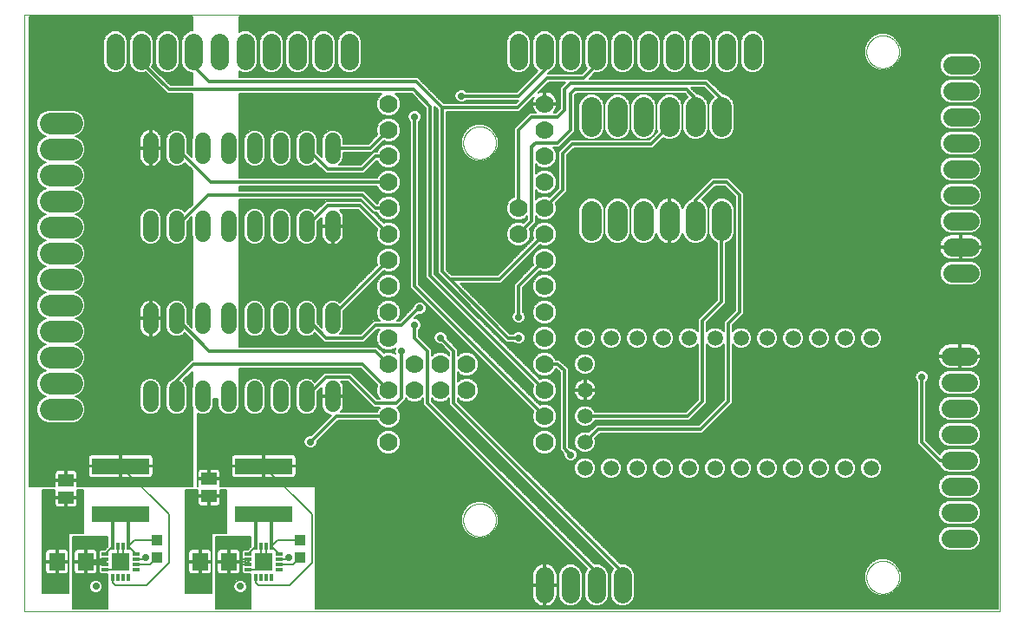
<source format=gtl>
G75*
%MOIN*%
%OFA0B0*%
%FSLAX25Y25*%
%IPPOS*%
%LPD*%
%AMOC8*
5,1,8,0,0,1.08239X$1,22.5*
%
%ADD10C,0.00000*%
%ADD11R,0.06693X0.06693*%
%ADD12R,0.01339X0.02559*%
%ADD13R,0.02559X0.01339*%
%ADD14R,0.06299X0.07087*%
%ADD15R,0.05906X0.05118*%
%ADD16R,0.22441X0.06299*%
%ADD17R,0.03937X0.04331*%
%ADD18C,0.05937*%
%ADD19C,0.07000*%
%ADD20C,0.08268*%
%ADD21C,0.07000*%
%ADD22C,0.05937*%
%ADD23C,0.07677*%
%ADD24C,0.00600*%
%ADD25C,0.02900*%
%ADD26C,0.01200*%
%ADD27C,0.02400*%
D10*
X0001000Y0002050D02*
X0001000Y0231459D01*
X0376079Y0231459D01*
X0376079Y0002050D01*
X0001000Y0002050D01*
X0169701Y0037050D02*
X0169703Y0037208D01*
X0169709Y0037366D01*
X0169719Y0037524D01*
X0169733Y0037682D01*
X0169751Y0037839D01*
X0169772Y0037996D01*
X0169798Y0038152D01*
X0169828Y0038308D01*
X0169861Y0038463D01*
X0169899Y0038616D01*
X0169940Y0038769D01*
X0169985Y0038921D01*
X0170034Y0039072D01*
X0170087Y0039221D01*
X0170143Y0039369D01*
X0170203Y0039515D01*
X0170267Y0039660D01*
X0170335Y0039803D01*
X0170406Y0039945D01*
X0170480Y0040085D01*
X0170558Y0040222D01*
X0170640Y0040358D01*
X0170724Y0040492D01*
X0170813Y0040623D01*
X0170904Y0040752D01*
X0170999Y0040879D01*
X0171096Y0041004D01*
X0171197Y0041126D01*
X0171301Y0041245D01*
X0171408Y0041362D01*
X0171518Y0041476D01*
X0171631Y0041587D01*
X0171746Y0041696D01*
X0171864Y0041801D01*
X0171985Y0041903D01*
X0172108Y0042003D01*
X0172234Y0042099D01*
X0172362Y0042192D01*
X0172492Y0042282D01*
X0172625Y0042368D01*
X0172760Y0042452D01*
X0172896Y0042531D01*
X0173035Y0042608D01*
X0173176Y0042680D01*
X0173318Y0042750D01*
X0173462Y0042815D01*
X0173608Y0042877D01*
X0173755Y0042935D01*
X0173904Y0042990D01*
X0174054Y0043041D01*
X0174205Y0043088D01*
X0174357Y0043131D01*
X0174510Y0043170D01*
X0174665Y0043206D01*
X0174820Y0043237D01*
X0174976Y0043265D01*
X0175132Y0043289D01*
X0175289Y0043309D01*
X0175447Y0043325D01*
X0175604Y0043337D01*
X0175763Y0043345D01*
X0175921Y0043349D01*
X0176079Y0043349D01*
X0176237Y0043345D01*
X0176396Y0043337D01*
X0176553Y0043325D01*
X0176711Y0043309D01*
X0176868Y0043289D01*
X0177024Y0043265D01*
X0177180Y0043237D01*
X0177335Y0043206D01*
X0177490Y0043170D01*
X0177643Y0043131D01*
X0177795Y0043088D01*
X0177946Y0043041D01*
X0178096Y0042990D01*
X0178245Y0042935D01*
X0178392Y0042877D01*
X0178538Y0042815D01*
X0178682Y0042750D01*
X0178824Y0042680D01*
X0178965Y0042608D01*
X0179104Y0042531D01*
X0179240Y0042452D01*
X0179375Y0042368D01*
X0179508Y0042282D01*
X0179638Y0042192D01*
X0179766Y0042099D01*
X0179892Y0042003D01*
X0180015Y0041903D01*
X0180136Y0041801D01*
X0180254Y0041696D01*
X0180369Y0041587D01*
X0180482Y0041476D01*
X0180592Y0041362D01*
X0180699Y0041245D01*
X0180803Y0041126D01*
X0180904Y0041004D01*
X0181001Y0040879D01*
X0181096Y0040752D01*
X0181187Y0040623D01*
X0181276Y0040492D01*
X0181360Y0040358D01*
X0181442Y0040222D01*
X0181520Y0040085D01*
X0181594Y0039945D01*
X0181665Y0039803D01*
X0181733Y0039660D01*
X0181797Y0039515D01*
X0181857Y0039369D01*
X0181913Y0039221D01*
X0181966Y0039072D01*
X0182015Y0038921D01*
X0182060Y0038769D01*
X0182101Y0038616D01*
X0182139Y0038463D01*
X0182172Y0038308D01*
X0182202Y0038152D01*
X0182228Y0037996D01*
X0182249Y0037839D01*
X0182267Y0037682D01*
X0182281Y0037524D01*
X0182291Y0037366D01*
X0182297Y0037208D01*
X0182299Y0037050D01*
X0182297Y0036892D01*
X0182291Y0036734D01*
X0182281Y0036576D01*
X0182267Y0036418D01*
X0182249Y0036261D01*
X0182228Y0036104D01*
X0182202Y0035948D01*
X0182172Y0035792D01*
X0182139Y0035637D01*
X0182101Y0035484D01*
X0182060Y0035331D01*
X0182015Y0035179D01*
X0181966Y0035028D01*
X0181913Y0034879D01*
X0181857Y0034731D01*
X0181797Y0034585D01*
X0181733Y0034440D01*
X0181665Y0034297D01*
X0181594Y0034155D01*
X0181520Y0034015D01*
X0181442Y0033878D01*
X0181360Y0033742D01*
X0181276Y0033608D01*
X0181187Y0033477D01*
X0181096Y0033348D01*
X0181001Y0033221D01*
X0180904Y0033096D01*
X0180803Y0032974D01*
X0180699Y0032855D01*
X0180592Y0032738D01*
X0180482Y0032624D01*
X0180369Y0032513D01*
X0180254Y0032404D01*
X0180136Y0032299D01*
X0180015Y0032197D01*
X0179892Y0032097D01*
X0179766Y0032001D01*
X0179638Y0031908D01*
X0179508Y0031818D01*
X0179375Y0031732D01*
X0179240Y0031648D01*
X0179104Y0031569D01*
X0178965Y0031492D01*
X0178824Y0031420D01*
X0178682Y0031350D01*
X0178538Y0031285D01*
X0178392Y0031223D01*
X0178245Y0031165D01*
X0178096Y0031110D01*
X0177946Y0031059D01*
X0177795Y0031012D01*
X0177643Y0030969D01*
X0177490Y0030930D01*
X0177335Y0030894D01*
X0177180Y0030863D01*
X0177024Y0030835D01*
X0176868Y0030811D01*
X0176711Y0030791D01*
X0176553Y0030775D01*
X0176396Y0030763D01*
X0176237Y0030755D01*
X0176079Y0030751D01*
X0175921Y0030751D01*
X0175763Y0030755D01*
X0175604Y0030763D01*
X0175447Y0030775D01*
X0175289Y0030791D01*
X0175132Y0030811D01*
X0174976Y0030835D01*
X0174820Y0030863D01*
X0174665Y0030894D01*
X0174510Y0030930D01*
X0174357Y0030969D01*
X0174205Y0031012D01*
X0174054Y0031059D01*
X0173904Y0031110D01*
X0173755Y0031165D01*
X0173608Y0031223D01*
X0173462Y0031285D01*
X0173318Y0031350D01*
X0173176Y0031420D01*
X0173035Y0031492D01*
X0172896Y0031569D01*
X0172760Y0031648D01*
X0172625Y0031732D01*
X0172492Y0031818D01*
X0172362Y0031908D01*
X0172234Y0032001D01*
X0172108Y0032097D01*
X0171985Y0032197D01*
X0171864Y0032299D01*
X0171746Y0032404D01*
X0171631Y0032513D01*
X0171518Y0032624D01*
X0171408Y0032738D01*
X0171301Y0032855D01*
X0171197Y0032974D01*
X0171096Y0033096D01*
X0170999Y0033221D01*
X0170904Y0033348D01*
X0170813Y0033477D01*
X0170724Y0033608D01*
X0170640Y0033742D01*
X0170558Y0033878D01*
X0170480Y0034015D01*
X0170406Y0034155D01*
X0170335Y0034297D01*
X0170267Y0034440D01*
X0170203Y0034585D01*
X0170143Y0034731D01*
X0170087Y0034879D01*
X0170034Y0035028D01*
X0169985Y0035179D01*
X0169940Y0035331D01*
X0169899Y0035484D01*
X0169861Y0035637D01*
X0169828Y0035792D01*
X0169798Y0035948D01*
X0169772Y0036104D01*
X0169751Y0036261D01*
X0169733Y0036418D01*
X0169719Y0036576D01*
X0169709Y0036734D01*
X0169703Y0036892D01*
X0169701Y0037050D01*
X0324701Y0015050D02*
X0324703Y0015208D01*
X0324709Y0015366D01*
X0324719Y0015524D01*
X0324733Y0015682D01*
X0324751Y0015839D01*
X0324772Y0015996D01*
X0324798Y0016152D01*
X0324828Y0016308D01*
X0324861Y0016463D01*
X0324899Y0016616D01*
X0324940Y0016769D01*
X0324985Y0016921D01*
X0325034Y0017072D01*
X0325087Y0017221D01*
X0325143Y0017369D01*
X0325203Y0017515D01*
X0325267Y0017660D01*
X0325335Y0017803D01*
X0325406Y0017945D01*
X0325480Y0018085D01*
X0325558Y0018222D01*
X0325640Y0018358D01*
X0325724Y0018492D01*
X0325813Y0018623D01*
X0325904Y0018752D01*
X0325999Y0018879D01*
X0326096Y0019004D01*
X0326197Y0019126D01*
X0326301Y0019245D01*
X0326408Y0019362D01*
X0326518Y0019476D01*
X0326631Y0019587D01*
X0326746Y0019696D01*
X0326864Y0019801D01*
X0326985Y0019903D01*
X0327108Y0020003D01*
X0327234Y0020099D01*
X0327362Y0020192D01*
X0327492Y0020282D01*
X0327625Y0020368D01*
X0327760Y0020452D01*
X0327896Y0020531D01*
X0328035Y0020608D01*
X0328176Y0020680D01*
X0328318Y0020750D01*
X0328462Y0020815D01*
X0328608Y0020877D01*
X0328755Y0020935D01*
X0328904Y0020990D01*
X0329054Y0021041D01*
X0329205Y0021088D01*
X0329357Y0021131D01*
X0329510Y0021170D01*
X0329665Y0021206D01*
X0329820Y0021237D01*
X0329976Y0021265D01*
X0330132Y0021289D01*
X0330289Y0021309D01*
X0330447Y0021325D01*
X0330604Y0021337D01*
X0330763Y0021345D01*
X0330921Y0021349D01*
X0331079Y0021349D01*
X0331237Y0021345D01*
X0331396Y0021337D01*
X0331553Y0021325D01*
X0331711Y0021309D01*
X0331868Y0021289D01*
X0332024Y0021265D01*
X0332180Y0021237D01*
X0332335Y0021206D01*
X0332490Y0021170D01*
X0332643Y0021131D01*
X0332795Y0021088D01*
X0332946Y0021041D01*
X0333096Y0020990D01*
X0333245Y0020935D01*
X0333392Y0020877D01*
X0333538Y0020815D01*
X0333682Y0020750D01*
X0333824Y0020680D01*
X0333965Y0020608D01*
X0334104Y0020531D01*
X0334240Y0020452D01*
X0334375Y0020368D01*
X0334508Y0020282D01*
X0334638Y0020192D01*
X0334766Y0020099D01*
X0334892Y0020003D01*
X0335015Y0019903D01*
X0335136Y0019801D01*
X0335254Y0019696D01*
X0335369Y0019587D01*
X0335482Y0019476D01*
X0335592Y0019362D01*
X0335699Y0019245D01*
X0335803Y0019126D01*
X0335904Y0019004D01*
X0336001Y0018879D01*
X0336096Y0018752D01*
X0336187Y0018623D01*
X0336276Y0018492D01*
X0336360Y0018358D01*
X0336442Y0018222D01*
X0336520Y0018085D01*
X0336594Y0017945D01*
X0336665Y0017803D01*
X0336733Y0017660D01*
X0336797Y0017515D01*
X0336857Y0017369D01*
X0336913Y0017221D01*
X0336966Y0017072D01*
X0337015Y0016921D01*
X0337060Y0016769D01*
X0337101Y0016616D01*
X0337139Y0016463D01*
X0337172Y0016308D01*
X0337202Y0016152D01*
X0337228Y0015996D01*
X0337249Y0015839D01*
X0337267Y0015682D01*
X0337281Y0015524D01*
X0337291Y0015366D01*
X0337297Y0015208D01*
X0337299Y0015050D01*
X0337297Y0014892D01*
X0337291Y0014734D01*
X0337281Y0014576D01*
X0337267Y0014418D01*
X0337249Y0014261D01*
X0337228Y0014104D01*
X0337202Y0013948D01*
X0337172Y0013792D01*
X0337139Y0013637D01*
X0337101Y0013484D01*
X0337060Y0013331D01*
X0337015Y0013179D01*
X0336966Y0013028D01*
X0336913Y0012879D01*
X0336857Y0012731D01*
X0336797Y0012585D01*
X0336733Y0012440D01*
X0336665Y0012297D01*
X0336594Y0012155D01*
X0336520Y0012015D01*
X0336442Y0011878D01*
X0336360Y0011742D01*
X0336276Y0011608D01*
X0336187Y0011477D01*
X0336096Y0011348D01*
X0336001Y0011221D01*
X0335904Y0011096D01*
X0335803Y0010974D01*
X0335699Y0010855D01*
X0335592Y0010738D01*
X0335482Y0010624D01*
X0335369Y0010513D01*
X0335254Y0010404D01*
X0335136Y0010299D01*
X0335015Y0010197D01*
X0334892Y0010097D01*
X0334766Y0010001D01*
X0334638Y0009908D01*
X0334508Y0009818D01*
X0334375Y0009732D01*
X0334240Y0009648D01*
X0334104Y0009569D01*
X0333965Y0009492D01*
X0333824Y0009420D01*
X0333682Y0009350D01*
X0333538Y0009285D01*
X0333392Y0009223D01*
X0333245Y0009165D01*
X0333096Y0009110D01*
X0332946Y0009059D01*
X0332795Y0009012D01*
X0332643Y0008969D01*
X0332490Y0008930D01*
X0332335Y0008894D01*
X0332180Y0008863D01*
X0332024Y0008835D01*
X0331868Y0008811D01*
X0331711Y0008791D01*
X0331553Y0008775D01*
X0331396Y0008763D01*
X0331237Y0008755D01*
X0331079Y0008751D01*
X0330921Y0008751D01*
X0330763Y0008755D01*
X0330604Y0008763D01*
X0330447Y0008775D01*
X0330289Y0008791D01*
X0330132Y0008811D01*
X0329976Y0008835D01*
X0329820Y0008863D01*
X0329665Y0008894D01*
X0329510Y0008930D01*
X0329357Y0008969D01*
X0329205Y0009012D01*
X0329054Y0009059D01*
X0328904Y0009110D01*
X0328755Y0009165D01*
X0328608Y0009223D01*
X0328462Y0009285D01*
X0328318Y0009350D01*
X0328176Y0009420D01*
X0328035Y0009492D01*
X0327896Y0009569D01*
X0327760Y0009648D01*
X0327625Y0009732D01*
X0327492Y0009818D01*
X0327362Y0009908D01*
X0327234Y0010001D01*
X0327108Y0010097D01*
X0326985Y0010197D01*
X0326864Y0010299D01*
X0326746Y0010404D01*
X0326631Y0010513D01*
X0326518Y0010624D01*
X0326408Y0010738D01*
X0326301Y0010855D01*
X0326197Y0010974D01*
X0326096Y0011096D01*
X0325999Y0011221D01*
X0325904Y0011348D01*
X0325813Y0011477D01*
X0325724Y0011608D01*
X0325640Y0011742D01*
X0325558Y0011878D01*
X0325480Y0012015D01*
X0325406Y0012155D01*
X0325335Y0012297D01*
X0325267Y0012440D01*
X0325203Y0012585D01*
X0325143Y0012731D01*
X0325087Y0012879D01*
X0325034Y0013028D01*
X0324985Y0013179D01*
X0324940Y0013331D01*
X0324899Y0013484D01*
X0324861Y0013637D01*
X0324828Y0013792D01*
X0324798Y0013948D01*
X0324772Y0014104D01*
X0324751Y0014261D01*
X0324733Y0014418D01*
X0324719Y0014576D01*
X0324709Y0014734D01*
X0324703Y0014892D01*
X0324701Y0015050D01*
X0169701Y0182050D02*
X0169703Y0182208D01*
X0169709Y0182366D01*
X0169719Y0182524D01*
X0169733Y0182682D01*
X0169751Y0182839D01*
X0169772Y0182996D01*
X0169798Y0183152D01*
X0169828Y0183308D01*
X0169861Y0183463D01*
X0169899Y0183616D01*
X0169940Y0183769D01*
X0169985Y0183921D01*
X0170034Y0184072D01*
X0170087Y0184221D01*
X0170143Y0184369D01*
X0170203Y0184515D01*
X0170267Y0184660D01*
X0170335Y0184803D01*
X0170406Y0184945D01*
X0170480Y0185085D01*
X0170558Y0185222D01*
X0170640Y0185358D01*
X0170724Y0185492D01*
X0170813Y0185623D01*
X0170904Y0185752D01*
X0170999Y0185879D01*
X0171096Y0186004D01*
X0171197Y0186126D01*
X0171301Y0186245D01*
X0171408Y0186362D01*
X0171518Y0186476D01*
X0171631Y0186587D01*
X0171746Y0186696D01*
X0171864Y0186801D01*
X0171985Y0186903D01*
X0172108Y0187003D01*
X0172234Y0187099D01*
X0172362Y0187192D01*
X0172492Y0187282D01*
X0172625Y0187368D01*
X0172760Y0187452D01*
X0172896Y0187531D01*
X0173035Y0187608D01*
X0173176Y0187680D01*
X0173318Y0187750D01*
X0173462Y0187815D01*
X0173608Y0187877D01*
X0173755Y0187935D01*
X0173904Y0187990D01*
X0174054Y0188041D01*
X0174205Y0188088D01*
X0174357Y0188131D01*
X0174510Y0188170D01*
X0174665Y0188206D01*
X0174820Y0188237D01*
X0174976Y0188265D01*
X0175132Y0188289D01*
X0175289Y0188309D01*
X0175447Y0188325D01*
X0175604Y0188337D01*
X0175763Y0188345D01*
X0175921Y0188349D01*
X0176079Y0188349D01*
X0176237Y0188345D01*
X0176396Y0188337D01*
X0176553Y0188325D01*
X0176711Y0188309D01*
X0176868Y0188289D01*
X0177024Y0188265D01*
X0177180Y0188237D01*
X0177335Y0188206D01*
X0177490Y0188170D01*
X0177643Y0188131D01*
X0177795Y0188088D01*
X0177946Y0188041D01*
X0178096Y0187990D01*
X0178245Y0187935D01*
X0178392Y0187877D01*
X0178538Y0187815D01*
X0178682Y0187750D01*
X0178824Y0187680D01*
X0178965Y0187608D01*
X0179104Y0187531D01*
X0179240Y0187452D01*
X0179375Y0187368D01*
X0179508Y0187282D01*
X0179638Y0187192D01*
X0179766Y0187099D01*
X0179892Y0187003D01*
X0180015Y0186903D01*
X0180136Y0186801D01*
X0180254Y0186696D01*
X0180369Y0186587D01*
X0180482Y0186476D01*
X0180592Y0186362D01*
X0180699Y0186245D01*
X0180803Y0186126D01*
X0180904Y0186004D01*
X0181001Y0185879D01*
X0181096Y0185752D01*
X0181187Y0185623D01*
X0181276Y0185492D01*
X0181360Y0185358D01*
X0181442Y0185222D01*
X0181520Y0185085D01*
X0181594Y0184945D01*
X0181665Y0184803D01*
X0181733Y0184660D01*
X0181797Y0184515D01*
X0181857Y0184369D01*
X0181913Y0184221D01*
X0181966Y0184072D01*
X0182015Y0183921D01*
X0182060Y0183769D01*
X0182101Y0183616D01*
X0182139Y0183463D01*
X0182172Y0183308D01*
X0182202Y0183152D01*
X0182228Y0182996D01*
X0182249Y0182839D01*
X0182267Y0182682D01*
X0182281Y0182524D01*
X0182291Y0182366D01*
X0182297Y0182208D01*
X0182299Y0182050D01*
X0182297Y0181892D01*
X0182291Y0181734D01*
X0182281Y0181576D01*
X0182267Y0181418D01*
X0182249Y0181261D01*
X0182228Y0181104D01*
X0182202Y0180948D01*
X0182172Y0180792D01*
X0182139Y0180637D01*
X0182101Y0180484D01*
X0182060Y0180331D01*
X0182015Y0180179D01*
X0181966Y0180028D01*
X0181913Y0179879D01*
X0181857Y0179731D01*
X0181797Y0179585D01*
X0181733Y0179440D01*
X0181665Y0179297D01*
X0181594Y0179155D01*
X0181520Y0179015D01*
X0181442Y0178878D01*
X0181360Y0178742D01*
X0181276Y0178608D01*
X0181187Y0178477D01*
X0181096Y0178348D01*
X0181001Y0178221D01*
X0180904Y0178096D01*
X0180803Y0177974D01*
X0180699Y0177855D01*
X0180592Y0177738D01*
X0180482Y0177624D01*
X0180369Y0177513D01*
X0180254Y0177404D01*
X0180136Y0177299D01*
X0180015Y0177197D01*
X0179892Y0177097D01*
X0179766Y0177001D01*
X0179638Y0176908D01*
X0179508Y0176818D01*
X0179375Y0176732D01*
X0179240Y0176648D01*
X0179104Y0176569D01*
X0178965Y0176492D01*
X0178824Y0176420D01*
X0178682Y0176350D01*
X0178538Y0176285D01*
X0178392Y0176223D01*
X0178245Y0176165D01*
X0178096Y0176110D01*
X0177946Y0176059D01*
X0177795Y0176012D01*
X0177643Y0175969D01*
X0177490Y0175930D01*
X0177335Y0175894D01*
X0177180Y0175863D01*
X0177024Y0175835D01*
X0176868Y0175811D01*
X0176711Y0175791D01*
X0176553Y0175775D01*
X0176396Y0175763D01*
X0176237Y0175755D01*
X0176079Y0175751D01*
X0175921Y0175751D01*
X0175763Y0175755D01*
X0175604Y0175763D01*
X0175447Y0175775D01*
X0175289Y0175791D01*
X0175132Y0175811D01*
X0174976Y0175835D01*
X0174820Y0175863D01*
X0174665Y0175894D01*
X0174510Y0175930D01*
X0174357Y0175969D01*
X0174205Y0176012D01*
X0174054Y0176059D01*
X0173904Y0176110D01*
X0173755Y0176165D01*
X0173608Y0176223D01*
X0173462Y0176285D01*
X0173318Y0176350D01*
X0173176Y0176420D01*
X0173035Y0176492D01*
X0172896Y0176569D01*
X0172760Y0176648D01*
X0172625Y0176732D01*
X0172492Y0176818D01*
X0172362Y0176908D01*
X0172234Y0177001D01*
X0172108Y0177097D01*
X0171985Y0177197D01*
X0171864Y0177299D01*
X0171746Y0177404D01*
X0171631Y0177513D01*
X0171518Y0177624D01*
X0171408Y0177738D01*
X0171301Y0177855D01*
X0171197Y0177974D01*
X0171096Y0178096D01*
X0170999Y0178221D01*
X0170904Y0178348D01*
X0170813Y0178477D01*
X0170724Y0178608D01*
X0170640Y0178742D01*
X0170558Y0178878D01*
X0170480Y0179015D01*
X0170406Y0179155D01*
X0170335Y0179297D01*
X0170267Y0179440D01*
X0170203Y0179585D01*
X0170143Y0179731D01*
X0170087Y0179879D01*
X0170034Y0180028D01*
X0169985Y0180179D01*
X0169940Y0180331D01*
X0169899Y0180484D01*
X0169861Y0180637D01*
X0169828Y0180792D01*
X0169798Y0180948D01*
X0169772Y0181104D01*
X0169751Y0181261D01*
X0169733Y0181418D01*
X0169719Y0181576D01*
X0169709Y0181734D01*
X0169703Y0181892D01*
X0169701Y0182050D01*
X0324701Y0217050D02*
X0324703Y0217208D01*
X0324709Y0217366D01*
X0324719Y0217524D01*
X0324733Y0217682D01*
X0324751Y0217839D01*
X0324772Y0217996D01*
X0324798Y0218152D01*
X0324828Y0218308D01*
X0324861Y0218463D01*
X0324899Y0218616D01*
X0324940Y0218769D01*
X0324985Y0218921D01*
X0325034Y0219072D01*
X0325087Y0219221D01*
X0325143Y0219369D01*
X0325203Y0219515D01*
X0325267Y0219660D01*
X0325335Y0219803D01*
X0325406Y0219945D01*
X0325480Y0220085D01*
X0325558Y0220222D01*
X0325640Y0220358D01*
X0325724Y0220492D01*
X0325813Y0220623D01*
X0325904Y0220752D01*
X0325999Y0220879D01*
X0326096Y0221004D01*
X0326197Y0221126D01*
X0326301Y0221245D01*
X0326408Y0221362D01*
X0326518Y0221476D01*
X0326631Y0221587D01*
X0326746Y0221696D01*
X0326864Y0221801D01*
X0326985Y0221903D01*
X0327108Y0222003D01*
X0327234Y0222099D01*
X0327362Y0222192D01*
X0327492Y0222282D01*
X0327625Y0222368D01*
X0327760Y0222452D01*
X0327896Y0222531D01*
X0328035Y0222608D01*
X0328176Y0222680D01*
X0328318Y0222750D01*
X0328462Y0222815D01*
X0328608Y0222877D01*
X0328755Y0222935D01*
X0328904Y0222990D01*
X0329054Y0223041D01*
X0329205Y0223088D01*
X0329357Y0223131D01*
X0329510Y0223170D01*
X0329665Y0223206D01*
X0329820Y0223237D01*
X0329976Y0223265D01*
X0330132Y0223289D01*
X0330289Y0223309D01*
X0330447Y0223325D01*
X0330604Y0223337D01*
X0330763Y0223345D01*
X0330921Y0223349D01*
X0331079Y0223349D01*
X0331237Y0223345D01*
X0331396Y0223337D01*
X0331553Y0223325D01*
X0331711Y0223309D01*
X0331868Y0223289D01*
X0332024Y0223265D01*
X0332180Y0223237D01*
X0332335Y0223206D01*
X0332490Y0223170D01*
X0332643Y0223131D01*
X0332795Y0223088D01*
X0332946Y0223041D01*
X0333096Y0222990D01*
X0333245Y0222935D01*
X0333392Y0222877D01*
X0333538Y0222815D01*
X0333682Y0222750D01*
X0333824Y0222680D01*
X0333965Y0222608D01*
X0334104Y0222531D01*
X0334240Y0222452D01*
X0334375Y0222368D01*
X0334508Y0222282D01*
X0334638Y0222192D01*
X0334766Y0222099D01*
X0334892Y0222003D01*
X0335015Y0221903D01*
X0335136Y0221801D01*
X0335254Y0221696D01*
X0335369Y0221587D01*
X0335482Y0221476D01*
X0335592Y0221362D01*
X0335699Y0221245D01*
X0335803Y0221126D01*
X0335904Y0221004D01*
X0336001Y0220879D01*
X0336096Y0220752D01*
X0336187Y0220623D01*
X0336276Y0220492D01*
X0336360Y0220358D01*
X0336442Y0220222D01*
X0336520Y0220085D01*
X0336594Y0219945D01*
X0336665Y0219803D01*
X0336733Y0219660D01*
X0336797Y0219515D01*
X0336857Y0219369D01*
X0336913Y0219221D01*
X0336966Y0219072D01*
X0337015Y0218921D01*
X0337060Y0218769D01*
X0337101Y0218616D01*
X0337139Y0218463D01*
X0337172Y0218308D01*
X0337202Y0218152D01*
X0337228Y0217996D01*
X0337249Y0217839D01*
X0337267Y0217682D01*
X0337281Y0217524D01*
X0337291Y0217366D01*
X0337297Y0217208D01*
X0337299Y0217050D01*
X0337297Y0216892D01*
X0337291Y0216734D01*
X0337281Y0216576D01*
X0337267Y0216418D01*
X0337249Y0216261D01*
X0337228Y0216104D01*
X0337202Y0215948D01*
X0337172Y0215792D01*
X0337139Y0215637D01*
X0337101Y0215484D01*
X0337060Y0215331D01*
X0337015Y0215179D01*
X0336966Y0215028D01*
X0336913Y0214879D01*
X0336857Y0214731D01*
X0336797Y0214585D01*
X0336733Y0214440D01*
X0336665Y0214297D01*
X0336594Y0214155D01*
X0336520Y0214015D01*
X0336442Y0213878D01*
X0336360Y0213742D01*
X0336276Y0213608D01*
X0336187Y0213477D01*
X0336096Y0213348D01*
X0336001Y0213221D01*
X0335904Y0213096D01*
X0335803Y0212974D01*
X0335699Y0212855D01*
X0335592Y0212738D01*
X0335482Y0212624D01*
X0335369Y0212513D01*
X0335254Y0212404D01*
X0335136Y0212299D01*
X0335015Y0212197D01*
X0334892Y0212097D01*
X0334766Y0212001D01*
X0334638Y0211908D01*
X0334508Y0211818D01*
X0334375Y0211732D01*
X0334240Y0211648D01*
X0334104Y0211569D01*
X0333965Y0211492D01*
X0333824Y0211420D01*
X0333682Y0211350D01*
X0333538Y0211285D01*
X0333392Y0211223D01*
X0333245Y0211165D01*
X0333096Y0211110D01*
X0332946Y0211059D01*
X0332795Y0211012D01*
X0332643Y0210969D01*
X0332490Y0210930D01*
X0332335Y0210894D01*
X0332180Y0210863D01*
X0332024Y0210835D01*
X0331868Y0210811D01*
X0331711Y0210791D01*
X0331553Y0210775D01*
X0331396Y0210763D01*
X0331237Y0210755D01*
X0331079Y0210751D01*
X0330921Y0210751D01*
X0330763Y0210755D01*
X0330604Y0210763D01*
X0330447Y0210775D01*
X0330289Y0210791D01*
X0330132Y0210811D01*
X0329976Y0210835D01*
X0329820Y0210863D01*
X0329665Y0210894D01*
X0329510Y0210930D01*
X0329357Y0210969D01*
X0329205Y0211012D01*
X0329054Y0211059D01*
X0328904Y0211110D01*
X0328755Y0211165D01*
X0328608Y0211223D01*
X0328462Y0211285D01*
X0328318Y0211350D01*
X0328176Y0211420D01*
X0328035Y0211492D01*
X0327896Y0211569D01*
X0327760Y0211648D01*
X0327625Y0211732D01*
X0327492Y0211818D01*
X0327362Y0211908D01*
X0327234Y0212001D01*
X0327108Y0212097D01*
X0326985Y0212197D01*
X0326864Y0212299D01*
X0326746Y0212404D01*
X0326631Y0212513D01*
X0326518Y0212624D01*
X0326408Y0212738D01*
X0326301Y0212855D01*
X0326197Y0212974D01*
X0326096Y0213096D01*
X0325999Y0213221D01*
X0325904Y0213348D01*
X0325813Y0213477D01*
X0325724Y0213608D01*
X0325640Y0213742D01*
X0325558Y0213878D01*
X0325480Y0214015D01*
X0325406Y0214155D01*
X0325335Y0214297D01*
X0325267Y0214440D01*
X0325203Y0214585D01*
X0325143Y0214731D01*
X0325087Y0214879D01*
X0325034Y0215028D01*
X0324985Y0215179D01*
X0324940Y0215331D01*
X0324899Y0215484D01*
X0324861Y0215637D01*
X0324828Y0215792D01*
X0324798Y0215948D01*
X0324772Y0216104D01*
X0324751Y0216261D01*
X0324733Y0216418D01*
X0324719Y0216576D01*
X0324709Y0216734D01*
X0324703Y0216892D01*
X0324701Y0217050D01*
D11*
X0093000Y0021050D03*
X0038000Y0021050D03*
D12*
X0037016Y0026956D03*
X0038984Y0026956D03*
X0040953Y0026956D03*
X0035047Y0026956D03*
X0035047Y0015144D03*
X0037016Y0015144D03*
X0038984Y0015144D03*
X0040953Y0015144D03*
X0090047Y0015144D03*
X0092016Y0015144D03*
X0093984Y0015144D03*
X0095953Y0015144D03*
X0095953Y0026956D03*
X0093984Y0026956D03*
X0092016Y0026956D03*
X0090047Y0026956D03*
D13*
X0087094Y0024003D03*
X0087094Y0022034D03*
X0087094Y0020066D03*
X0087094Y0018097D03*
X0098906Y0018097D03*
X0098906Y0020066D03*
X0098906Y0022034D03*
X0098906Y0024003D03*
X0043906Y0024003D03*
X0043906Y0022034D03*
X0043906Y0020066D03*
X0043906Y0018097D03*
X0032094Y0018097D03*
X0032094Y0020066D03*
X0032094Y0022034D03*
X0032094Y0024003D03*
D14*
X0024512Y0021050D03*
X0013488Y0021050D03*
X0068488Y0021050D03*
X0079512Y0021050D03*
D15*
X0072000Y0046204D03*
X0072000Y0052896D03*
X0017000Y0052396D03*
X0017000Y0045704D03*
D16*
X0038000Y0039298D03*
X0038000Y0057802D03*
X0093000Y0057802D03*
X0093000Y0039298D03*
D17*
X0107000Y0029396D03*
X0107000Y0022704D03*
X0052000Y0022704D03*
X0052000Y0029396D03*
D18*
X0049500Y0081581D02*
X0049500Y0087519D01*
X0059500Y0087519D02*
X0059500Y0081581D01*
X0069500Y0081581D02*
X0069500Y0087519D01*
X0079500Y0087519D02*
X0079500Y0081581D01*
X0089500Y0081581D02*
X0089500Y0087519D01*
X0099500Y0087519D02*
X0099500Y0081581D01*
X0109500Y0081581D02*
X0109500Y0087519D01*
X0119500Y0087519D02*
X0119500Y0081581D01*
X0119500Y0111581D02*
X0119500Y0117519D01*
X0109500Y0117519D02*
X0109500Y0111581D01*
X0099500Y0111581D02*
X0099500Y0117519D01*
X0089500Y0117519D02*
X0089500Y0111581D01*
X0079500Y0111581D02*
X0079500Y0117519D01*
X0069500Y0117519D02*
X0069500Y0111581D01*
X0059500Y0111581D02*
X0059500Y0117519D01*
X0049500Y0117519D02*
X0049500Y0111581D01*
X0049500Y0147081D02*
X0049500Y0153019D01*
X0059500Y0153019D02*
X0059500Y0147081D01*
X0069500Y0147081D02*
X0069500Y0153019D01*
X0079500Y0153019D02*
X0079500Y0147081D01*
X0089500Y0147081D02*
X0089500Y0153019D01*
X0099500Y0153019D02*
X0099500Y0147081D01*
X0109500Y0147081D02*
X0109500Y0153019D01*
X0119500Y0153019D02*
X0119500Y0147081D01*
X0119500Y0177081D02*
X0119500Y0183019D01*
X0109500Y0183019D02*
X0109500Y0177081D01*
X0099500Y0177081D02*
X0099500Y0183019D01*
X0089500Y0183019D02*
X0089500Y0177081D01*
X0079500Y0177081D02*
X0079500Y0183019D01*
X0069500Y0183019D02*
X0069500Y0177081D01*
X0059500Y0177081D02*
X0059500Y0183019D01*
X0049500Y0183019D02*
X0049500Y0177081D01*
D19*
X0141000Y0177050D03*
X0141000Y0187050D03*
X0141000Y0197050D03*
X0141000Y0167050D03*
X0141000Y0157050D03*
X0141000Y0147050D03*
X0141000Y0137050D03*
X0141000Y0127050D03*
X0141000Y0117050D03*
X0141000Y0107050D03*
X0141000Y0097050D03*
X0151000Y0097050D03*
X0161000Y0097050D03*
X0171000Y0097050D03*
X0171000Y0087050D03*
X0161000Y0087050D03*
X0151000Y0087050D03*
X0141000Y0087050D03*
X0141000Y0077050D03*
X0141000Y0067050D03*
X0201000Y0067050D03*
X0201000Y0077050D03*
X0201000Y0087050D03*
X0201000Y0097050D03*
X0201000Y0107050D03*
X0201000Y0117050D03*
X0201000Y0127050D03*
X0201000Y0137050D03*
X0201000Y0147050D03*
X0191000Y0147050D03*
X0191000Y0157050D03*
X0201000Y0157050D03*
X0201000Y0167050D03*
X0201000Y0177050D03*
X0201000Y0187050D03*
X0201000Y0197050D03*
D20*
X0019134Y0189550D02*
X0010866Y0189550D01*
X0010866Y0179550D02*
X0019134Y0179550D01*
X0019134Y0169550D02*
X0010866Y0169550D01*
X0010866Y0159550D02*
X0019134Y0159550D01*
X0019134Y0149550D02*
X0010866Y0149550D01*
X0010866Y0139550D02*
X0019134Y0139550D01*
X0019134Y0129550D02*
X0010866Y0129550D01*
X0010866Y0119550D02*
X0019134Y0119550D01*
X0019134Y0109550D02*
X0010866Y0109550D01*
X0010866Y0099550D02*
X0019134Y0099550D01*
X0019134Y0089550D02*
X0010866Y0089550D01*
X0010866Y0079550D02*
X0019134Y0079550D01*
D21*
X0201000Y0015550D02*
X0201000Y0008550D01*
X0211000Y0008550D02*
X0211000Y0015550D01*
X0221000Y0015550D02*
X0221000Y0008550D01*
X0231000Y0008550D02*
X0231000Y0015550D01*
X0357000Y0030050D02*
X0364000Y0030050D01*
X0364000Y0040050D02*
X0357000Y0040050D01*
X0357000Y0050050D02*
X0364000Y0050050D01*
X0364000Y0060050D02*
X0357000Y0060050D01*
X0357000Y0070050D02*
X0364000Y0070050D01*
X0364000Y0080050D02*
X0357000Y0080050D01*
X0357000Y0090050D02*
X0364000Y0090050D01*
X0364000Y0100050D02*
X0357000Y0100050D01*
X0357500Y0132050D02*
X0364500Y0132050D01*
X0364500Y0142050D02*
X0357500Y0142050D01*
X0357500Y0152050D02*
X0364500Y0152050D01*
X0364500Y0162050D02*
X0357500Y0162050D01*
X0357500Y0172050D02*
X0364500Y0172050D01*
X0364500Y0182050D02*
X0357500Y0182050D01*
X0357500Y0192050D02*
X0364500Y0192050D01*
X0364500Y0202050D02*
X0357500Y0202050D01*
X0357500Y0212050D02*
X0364500Y0212050D01*
X0281000Y0213550D02*
X0281000Y0220550D01*
X0271000Y0220550D02*
X0271000Y0213550D01*
X0261000Y0213550D02*
X0261000Y0220550D01*
X0251000Y0220550D02*
X0251000Y0213550D01*
X0241000Y0213550D02*
X0241000Y0220550D01*
X0231000Y0220550D02*
X0231000Y0213550D01*
X0221000Y0213550D02*
X0221000Y0220550D01*
X0211000Y0220550D02*
X0211000Y0213550D01*
X0201000Y0213550D02*
X0201000Y0220550D01*
X0191000Y0220550D02*
X0191000Y0213550D01*
X0126000Y0213550D02*
X0126000Y0220550D01*
X0116000Y0220550D02*
X0116000Y0213550D01*
X0106000Y0213550D02*
X0106000Y0220550D01*
X0096000Y0220550D02*
X0096000Y0213550D01*
X0086000Y0213550D02*
X0086000Y0220550D01*
X0076000Y0220550D02*
X0076000Y0213550D01*
X0066000Y0213550D02*
X0066000Y0220550D01*
X0056000Y0220550D02*
X0056000Y0213550D01*
X0046000Y0213550D02*
X0046000Y0220550D01*
X0036000Y0220550D02*
X0036000Y0213550D01*
D22*
X0216500Y0107050D03*
X0226500Y0107050D03*
X0236500Y0107050D03*
X0246500Y0107050D03*
X0256500Y0107050D03*
X0266500Y0107050D03*
X0276500Y0107050D03*
X0286500Y0107050D03*
X0296500Y0107050D03*
X0306500Y0107050D03*
X0316500Y0107050D03*
X0326500Y0107050D03*
X0326500Y0057050D03*
X0316500Y0057050D03*
X0306500Y0057050D03*
X0296500Y0057050D03*
X0286500Y0057050D03*
X0276500Y0057050D03*
X0266500Y0057050D03*
X0256500Y0057050D03*
X0246500Y0057050D03*
X0236500Y0057050D03*
X0226500Y0057050D03*
X0216500Y0057050D03*
X0216500Y0067050D03*
X0216500Y0077050D03*
X0216500Y0087050D03*
X0216500Y0097050D03*
D23*
X0219000Y0148211D02*
X0219000Y0155889D01*
X0229000Y0155889D02*
X0229000Y0148211D01*
X0239000Y0148211D02*
X0239000Y0155889D01*
X0249000Y0155889D02*
X0249000Y0148211D01*
X0259000Y0148211D02*
X0259000Y0155889D01*
X0269000Y0155889D02*
X0269000Y0148211D01*
X0269000Y0188211D02*
X0269000Y0195889D01*
X0259000Y0195889D02*
X0259000Y0188211D01*
X0249000Y0188211D02*
X0249000Y0195889D01*
X0239000Y0195889D02*
X0239000Y0188211D01*
X0229000Y0188211D02*
X0229000Y0195889D01*
X0219000Y0195889D02*
X0219000Y0188211D01*
D24*
X0222553Y0184771D02*
X0225447Y0184771D01*
X0226045Y0184172D02*
X0221955Y0184172D01*
X0221801Y0184019D02*
X0223193Y0185410D01*
X0223946Y0187228D01*
X0223946Y0196872D01*
X0223193Y0198690D01*
X0221801Y0200081D01*
X0219984Y0200834D01*
X0218016Y0200834D01*
X0216198Y0200081D01*
X0214807Y0198690D01*
X0214054Y0196872D01*
X0214054Y0187228D01*
X0214807Y0185410D01*
X0216198Y0184019D01*
X0218016Y0183266D01*
X0219984Y0183266D01*
X0221801Y0184019D01*
X0220727Y0183574D02*
X0227273Y0183574D01*
X0228016Y0183266D02*
X0229984Y0183266D01*
X0231801Y0184019D01*
X0233193Y0185410D01*
X0233946Y0187228D01*
X0233946Y0196872D01*
X0233193Y0198690D01*
X0231801Y0200081D01*
X0229984Y0200834D01*
X0228016Y0200834D01*
X0226198Y0200081D01*
X0224807Y0198690D01*
X0224054Y0196872D01*
X0224054Y0187228D01*
X0224807Y0185410D01*
X0226198Y0184019D01*
X0228016Y0183266D01*
X0230727Y0183574D02*
X0237273Y0183574D01*
X0238016Y0183266D02*
X0236198Y0184019D01*
X0234807Y0185410D01*
X0234054Y0187228D01*
X0234054Y0196872D01*
X0234807Y0198690D01*
X0236198Y0200081D01*
X0238016Y0200834D01*
X0239984Y0200834D01*
X0241801Y0200081D01*
X0243193Y0198690D01*
X0243946Y0196872D01*
X0243946Y0187228D01*
X0243193Y0185410D01*
X0241801Y0184019D01*
X0239984Y0183266D01*
X0238016Y0183266D01*
X0236045Y0184172D02*
X0231955Y0184172D01*
X0232553Y0184771D02*
X0235447Y0184771D01*
X0234848Y0185369D02*
X0233152Y0185369D01*
X0233424Y0185968D02*
X0234576Y0185968D01*
X0234328Y0186566D02*
X0233672Y0186566D01*
X0233920Y0187165D02*
X0234080Y0187165D01*
X0234054Y0187763D02*
X0233946Y0187763D01*
X0233946Y0188362D02*
X0234054Y0188362D01*
X0234054Y0188960D02*
X0233946Y0188960D01*
X0233946Y0189559D02*
X0234054Y0189559D01*
X0234054Y0190157D02*
X0233946Y0190157D01*
X0233946Y0190756D02*
X0234054Y0190756D01*
X0234054Y0191354D02*
X0233946Y0191354D01*
X0233946Y0191953D02*
X0234054Y0191953D01*
X0234054Y0192551D02*
X0233946Y0192551D01*
X0233946Y0193150D02*
X0234054Y0193150D01*
X0234054Y0193748D02*
X0233946Y0193748D01*
X0233946Y0194347D02*
X0234054Y0194347D01*
X0234054Y0194945D02*
X0233946Y0194945D01*
X0233946Y0195544D02*
X0234054Y0195544D01*
X0234054Y0196142D02*
X0233946Y0196142D01*
X0233946Y0196741D02*
X0234054Y0196741D01*
X0234248Y0197339D02*
X0233752Y0197339D01*
X0233504Y0197938D02*
X0234496Y0197938D01*
X0234744Y0198536D02*
X0233256Y0198536D01*
X0232748Y0199135D02*
X0235252Y0199135D01*
X0235851Y0199733D02*
X0232149Y0199733D01*
X0231196Y0200332D02*
X0236804Y0200332D01*
X0241196Y0200332D02*
X0246804Y0200332D01*
X0246198Y0200081D02*
X0244807Y0198690D01*
X0244054Y0196872D01*
X0244054Y0187228D01*
X0244408Y0186373D01*
X0241293Y0183257D01*
X0210793Y0183257D01*
X0209793Y0182257D01*
X0206293Y0178757D01*
X0206293Y0164757D01*
X0202819Y0161283D01*
X0201916Y0161657D01*
X0200084Y0161657D01*
X0198390Y0160956D01*
X0197707Y0160272D01*
X0197707Y0163828D01*
X0198390Y0163144D01*
X0200084Y0162443D01*
X0201916Y0162443D01*
X0203610Y0163144D01*
X0204906Y0164440D01*
X0205607Y0166134D01*
X0205607Y0167966D01*
X0204906Y0169660D01*
X0203610Y0170956D01*
X0201916Y0171657D01*
X0200084Y0171657D01*
X0198390Y0170956D01*
X0197707Y0170272D01*
X0197707Y0173828D01*
X0198390Y0173144D01*
X0200084Y0172443D01*
X0201916Y0172443D01*
X0203610Y0173144D01*
X0204906Y0174440D01*
X0205607Y0176134D01*
X0205607Y0177966D01*
X0204906Y0179660D01*
X0204222Y0180343D01*
X0206707Y0180343D01*
X0211707Y0185343D01*
X0212707Y0186343D01*
X0212707Y0200343D01*
X0213207Y0200843D01*
X0254793Y0200843D01*
X0255877Y0199759D01*
X0254807Y0198690D01*
X0254054Y0196872D01*
X0254054Y0187228D01*
X0254807Y0185410D01*
X0256198Y0184019D01*
X0258016Y0183266D01*
X0259984Y0183266D01*
X0261801Y0184019D01*
X0263193Y0185410D01*
X0263946Y0187228D01*
X0263946Y0196872D01*
X0263193Y0198690D01*
X0261801Y0200081D01*
X0259984Y0200834D01*
X0259630Y0200834D01*
X0257121Y0203343D01*
X0262293Y0203343D01*
X0265877Y0199759D01*
X0264807Y0198690D01*
X0264054Y0196872D01*
X0264054Y0187228D01*
X0264807Y0185410D01*
X0266198Y0184019D01*
X0268016Y0183266D01*
X0269984Y0183266D01*
X0271801Y0184019D01*
X0273193Y0185410D01*
X0273946Y0187228D01*
X0273946Y0196872D01*
X0273193Y0198690D01*
X0271801Y0200081D01*
X0269984Y0200834D01*
X0269630Y0200834D01*
X0263707Y0206757D01*
X0218121Y0206757D01*
X0220307Y0208943D01*
X0221916Y0208943D01*
X0223610Y0209644D01*
X0224906Y0210940D01*
X0225607Y0212634D01*
X0225607Y0221466D01*
X0224906Y0223160D01*
X0223610Y0224456D01*
X0221916Y0225157D01*
X0220084Y0225157D01*
X0218390Y0224456D01*
X0217094Y0223160D01*
X0216393Y0221466D01*
X0216393Y0212634D01*
X0217094Y0210940D01*
X0217285Y0210749D01*
X0215293Y0208757D01*
X0202121Y0208757D01*
X0202583Y0209219D01*
X0203610Y0209644D01*
X0204906Y0210940D01*
X0205607Y0212634D01*
X0205607Y0221466D01*
X0204906Y0223160D01*
X0203610Y0224456D01*
X0201916Y0225157D01*
X0200084Y0225157D01*
X0198390Y0224456D01*
X0197094Y0223160D01*
X0196393Y0221466D01*
X0196393Y0212634D01*
X0197094Y0210940D01*
X0198285Y0209749D01*
X0190293Y0201757D01*
X0170909Y0201757D01*
X0170448Y0202218D01*
X0169509Y0202607D01*
X0168491Y0202607D01*
X0167552Y0202218D01*
X0166832Y0201498D01*
X0166443Y0200559D01*
X0166443Y0199541D01*
X0166832Y0198602D01*
X0167552Y0197882D01*
X0168491Y0197493D01*
X0169509Y0197493D01*
X0170448Y0197882D01*
X0170909Y0198343D01*
X0190879Y0198343D01*
X0189793Y0197257D01*
X0162207Y0197257D01*
X0152207Y0207257D01*
X0083500Y0207257D01*
X0083500Y0209599D01*
X0085084Y0208943D01*
X0086916Y0208943D01*
X0088610Y0209644D01*
X0089906Y0210940D01*
X0090607Y0212634D01*
X0090607Y0221466D01*
X0089906Y0223160D01*
X0088610Y0224456D01*
X0086916Y0225157D01*
X0085084Y0225157D01*
X0083500Y0224501D01*
X0083500Y0230550D01*
X0375179Y0230550D01*
X0375179Y0002950D01*
X0113000Y0002950D01*
X0113000Y0050050D01*
X0076222Y0050050D01*
X0076253Y0050166D01*
X0076253Y0052596D01*
X0072300Y0052596D01*
X0072300Y0053196D01*
X0076253Y0053196D01*
X0076253Y0055627D01*
X0076164Y0055957D01*
X0075993Y0056254D01*
X0075751Y0056496D01*
X0075455Y0056667D01*
X0075124Y0056755D01*
X0072300Y0056755D01*
X0072300Y0053196D01*
X0071700Y0053196D01*
X0071700Y0052596D01*
X0067747Y0052596D01*
X0067747Y0050166D01*
X0067778Y0050050D01*
X0067500Y0050050D01*
X0067500Y0077999D01*
X0068689Y0077506D01*
X0070311Y0077506D01*
X0071809Y0078126D01*
X0072955Y0079273D01*
X0073576Y0080771D01*
X0073576Y0083550D01*
X0075424Y0083550D01*
X0075424Y0080771D01*
X0076045Y0079273D01*
X0077191Y0078126D01*
X0078689Y0077506D01*
X0080311Y0077506D01*
X0081809Y0078126D01*
X0082955Y0079273D01*
X0083576Y0080771D01*
X0083576Y0088329D01*
X0083500Y0088512D01*
X0083500Y0095343D01*
X0130293Y0095343D01*
X0136767Y0088869D01*
X0136393Y0087966D01*
X0136393Y0086134D01*
X0137094Y0084440D01*
X0137778Y0083757D01*
X0136707Y0083757D01*
X0126707Y0093757D01*
X0116293Y0093757D01*
X0115293Y0092757D01*
X0112659Y0090123D01*
X0111809Y0090974D01*
X0110311Y0091594D01*
X0108689Y0091594D01*
X0107191Y0090974D01*
X0106045Y0089827D01*
X0105424Y0088329D01*
X0105424Y0080771D01*
X0106045Y0079273D01*
X0107191Y0078126D01*
X0108689Y0077506D01*
X0110311Y0077506D01*
X0111809Y0078126D01*
X0112955Y0079273D01*
X0113576Y0080771D01*
X0113576Y0086211D01*
X0115234Y0087870D01*
X0115231Y0087854D01*
X0115231Y0084850D01*
X0119200Y0084850D01*
X0119200Y0084250D01*
X0115231Y0084250D01*
X0115231Y0081246D01*
X0115337Y0080582D01*
X0115544Y0079943D01*
X0115849Y0079344D01*
X0116244Y0078801D01*
X0116719Y0078326D01*
X0117263Y0077931D01*
X0117861Y0077626D01*
X0118500Y0077418D01*
X0118892Y0077356D01*
X0111143Y0069607D01*
X0110491Y0069607D01*
X0109552Y0069218D01*
X0108832Y0068498D01*
X0108443Y0067559D01*
X0108443Y0066541D01*
X0108832Y0065602D01*
X0109552Y0064882D01*
X0110491Y0064493D01*
X0111509Y0064493D01*
X0112448Y0064882D01*
X0113168Y0065602D01*
X0113557Y0066541D01*
X0113557Y0067193D01*
X0121707Y0075343D01*
X0136720Y0075343D01*
X0137094Y0074440D01*
X0138390Y0073144D01*
X0140084Y0072443D01*
X0141916Y0072443D01*
X0143610Y0073144D01*
X0144906Y0074440D01*
X0145607Y0076134D01*
X0145607Y0077966D01*
X0144906Y0079660D01*
X0144222Y0080343D01*
X0144707Y0080343D01*
X0146707Y0082343D01*
X0146707Y0082343D01*
X0147707Y0083343D01*
X0147707Y0083828D01*
X0148390Y0083144D01*
X0150084Y0082443D01*
X0151916Y0082443D01*
X0153610Y0083144D01*
X0154293Y0083828D01*
X0154293Y0081343D01*
X0155293Y0080343D01*
X0217285Y0018351D01*
X0217094Y0018160D01*
X0216393Y0016466D01*
X0216393Y0007634D01*
X0217094Y0005940D01*
X0218390Y0004644D01*
X0220084Y0003943D01*
X0221916Y0003943D01*
X0223610Y0004644D01*
X0224906Y0005940D01*
X0225607Y0007634D01*
X0225607Y0016466D01*
X0224906Y0018160D01*
X0223610Y0019456D01*
X0221916Y0020157D01*
X0220307Y0020157D01*
X0157707Y0082757D01*
X0157707Y0083828D01*
X0158390Y0083144D01*
X0160084Y0082443D01*
X0161916Y0082443D01*
X0163610Y0083144D01*
X0164293Y0083828D01*
X0164293Y0081343D01*
X0165293Y0080343D01*
X0227285Y0018351D01*
X0227094Y0018160D01*
X0226393Y0016466D01*
X0226393Y0007634D01*
X0227094Y0005940D01*
X0228390Y0004644D01*
X0230084Y0003943D01*
X0231916Y0003943D01*
X0233610Y0004644D01*
X0234906Y0005940D01*
X0235607Y0007634D01*
X0235607Y0016466D01*
X0234906Y0018160D01*
X0233610Y0019456D01*
X0231916Y0020157D01*
X0230307Y0020157D01*
X0167707Y0082757D01*
X0167707Y0083828D01*
X0168390Y0083144D01*
X0170084Y0082443D01*
X0171916Y0082443D01*
X0173610Y0083144D01*
X0174906Y0084440D01*
X0175607Y0086134D01*
X0175607Y0087966D01*
X0174906Y0089660D01*
X0173610Y0090956D01*
X0171916Y0091657D01*
X0170084Y0091657D01*
X0168390Y0090956D01*
X0167707Y0090272D01*
X0167707Y0093828D01*
X0168390Y0093144D01*
X0170084Y0092443D01*
X0171916Y0092443D01*
X0173610Y0093144D01*
X0174906Y0094440D01*
X0175607Y0096134D01*
X0175607Y0097966D01*
X0174906Y0099660D01*
X0173610Y0100956D01*
X0171916Y0101657D01*
X0170084Y0101657D01*
X0168390Y0100956D01*
X0167707Y0100272D01*
X0167707Y0102757D01*
X0163557Y0106907D01*
X0163557Y0107559D01*
X0163168Y0108498D01*
X0162448Y0109218D01*
X0161509Y0109607D01*
X0160491Y0109607D01*
X0159552Y0109218D01*
X0158832Y0108498D01*
X0158443Y0107559D01*
X0158443Y0106541D01*
X0158832Y0105602D01*
X0159552Y0104882D01*
X0160491Y0104493D01*
X0161143Y0104493D01*
X0164293Y0101343D01*
X0164293Y0100272D01*
X0163610Y0100956D01*
X0161916Y0101657D01*
X0160084Y0101657D01*
X0158390Y0100956D01*
X0157707Y0100272D01*
X0157707Y0102757D01*
X0156707Y0103757D01*
X0152707Y0107757D01*
X0152707Y0110141D01*
X0153168Y0110602D01*
X0153557Y0111541D01*
X0153557Y0112559D01*
X0153168Y0113498D01*
X0152448Y0114218D01*
X0151509Y0114607D01*
X0150971Y0114607D01*
X0152396Y0116032D01*
X0152491Y0115993D01*
X0153509Y0115993D01*
X0154448Y0116382D01*
X0155168Y0117102D01*
X0155557Y0118041D01*
X0155557Y0119059D01*
X0155168Y0119998D01*
X0154448Y0120718D01*
X0153509Y0121107D01*
X0152491Y0121107D01*
X0151552Y0120718D01*
X0150832Y0119998D01*
X0150443Y0119059D01*
X0150443Y0118907D01*
X0145293Y0113757D01*
X0144222Y0113757D01*
X0144906Y0114440D01*
X0145607Y0116134D01*
X0145607Y0117966D01*
X0144906Y0119660D01*
X0143610Y0120956D01*
X0141916Y0121657D01*
X0140084Y0121657D01*
X0138390Y0120956D01*
X0137094Y0119660D01*
X0136393Y0117966D01*
X0136393Y0116134D01*
X0137094Y0114440D01*
X0137778Y0113757D01*
X0135293Y0113757D01*
X0134293Y0112757D01*
X0130293Y0108757D01*
X0122439Y0108757D01*
X0122955Y0109273D01*
X0123576Y0110771D01*
X0123576Y0117211D01*
X0139181Y0132817D01*
X0140084Y0132443D01*
X0141916Y0132443D01*
X0143610Y0133144D01*
X0144906Y0134440D01*
X0145607Y0136134D01*
X0145607Y0137966D01*
X0144906Y0139660D01*
X0143610Y0140956D01*
X0141916Y0141657D01*
X0140084Y0141657D01*
X0138390Y0140956D01*
X0137094Y0139660D01*
X0136393Y0137966D01*
X0136393Y0136134D01*
X0136767Y0135231D01*
X0122159Y0120623D01*
X0121809Y0120974D01*
X0120311Y0121594D01*
X0118689Y0121594D01*
X0117191Y0120974D01*
X0116045Y0119827D01*
X0115424Y0118329D01*
X0115424Y0111040D01*
X0113576Y0112889D01*
X0113576Y0118329D01*
X0112955Y0119827D01*
X0111809Y0120974D01*
X0110311Y0121594D01*
X0108689Y0121594D01*
X0107191Y0120974D01*
X0106045Y0119827D01*
X0105424Y0118329D01*
X0105424Y0110771D01*
X0106045Y0109273D01*
X0107191Y0108126D01*
X0108689Y0107506D01*
X0110311Y0107506D01*
X0111809Y0108126D01*
X0112659Y0108977D01*
X0115293Y0106343D01*
X0116293Y0105343D01*
X0131707Y0105343D01*
X0136707Y0110343D01*
X0137778Y0110343D01*
X0137094Y0109660D01*
X0136393Y0107966D01*
X0136393Y0106134D01*
X0137094Y0104440D01*
X0138390Y0103144D01*
X0140084Y0102443D01*
X0141916Y0102443D01*
X0143610Y0103144D01*
X0143739Y0103274D01*
X0143443Y0102559D01*
X0143443Y0101541D01*
X0143739Y0100826D01*
X0143610Y0100956D01*
X0141916Y0101657D01*
X0140084Y0101657D01*
X0139181Y0101283D01*
X0136707Y0103757D01*
X0083500Y0103757D01*
X0083500Y0110588D01*
X0083576Y0110771D01*
X0083576Y0118329D01*
X0083500Y0118512D01*
X0083500Y0146088D01*
X0083576Y0146271D01*
X0083576Y0153829D01*
X0083500Y0154012D01*
X0083500Y0160343D01*
X0130293Y0160343D01*
X0134293Y0156343D01*
X0135293Y0155343D01*
X0136720Y0155343D01*
X0137094Y0154440D01*
X0138390Y0153144D01*
X0140084Y0152443D01*
X0141916Y0152443D01*
X0143610Y0153144D01*
X0144906Y0154440D01*
X0145607Y0156134D01*
X0145607Y0157966D01*
X0144906Y0159660D01*
X0143610Y0160956D01*
X0141916Y0161657D01*
X0140084Y0161657D01*
X0138390Y0160956D01*
X0137094Y0159660D01*
X0136720Y0158757D01*
X0136707Y0158757D01*
X0131707Y0163757D01*
X0083500Y0163757D01*
X0083500Y0165343D01*
X0136720Y0165343D01*
X0137094Y0164440D01*
X0138390Y0163144D01*
X0140084Y0162443D01*
X0141916Y0162443D01*
X0143610Y0163144D01*
X0144906Y0164440D01*
X0145607Y0166134D01*
X0145607Y0167966D01*
X0144906Y0169660D01*
X0143610Y0170956D01*
X0141916Y0171657D01*
X0140084Y0171657D01*
X0138390Y0170956D01*
X0137094Y0169660D01*
X0136720Y0168757D01*
X0083500Y0168757D01*
X0083500Y0176088D01*
X0083576Y0176271D01*
X0083576Y0183829D01*
X0083500Y0184012D01*
X0083500Y0200843D01*
X0138278Y0200843D01*
X0137094Y0199660D01*
X0136393Y0197966D01*
X0136393Y0196134D01*
X0137094Y0194440D01*
X0138390Y0193144D01*
X0140084Y0192443D01*
X0141916Y0192443D01*
X0143610Y0193144D01*
X0144906Y0194440D01*
X0145607Y0196134D01*
X0145607Y0197966D01*
X0144906Y0199660D01*
X0143722Y0200843D01*
X0149793Y0200843D01*
X0155293Y0195343D01*
X0155293Y0130343D01*
X0196767Y0088869D01*
X0196393Y0087966D01*
X0196393Y0086134D01*
X0197094Y0084440D01*
X0198390Y0083144D01*
X0200084Y0082443D01*
X0201916Y0082443D01*
X0203610Y0083144D01*
X0204906Y0084440D01*
X0205607Y0086134D01*
X0205607Y0087966D01*
X0204906Y0089660D01*
X0203610Y0090956D01*
X0201916Y0091657D01*
X0200084Y0091657D01*
X0199181Y0091283D01*
X0158707Y0131757D01*
X0158707Y0195929D01*
X0159793Y0194843D01*
X0159793Y0131843D01*
X0162793Y0128843D01*
X0162793Y0128843D01*
X0186293Y0105343D01*
X0189091Y0105343D01*
X0189552Y0104882D01*
X0190491Y0104493D01*
X0191509Y0104493D01*
X0192448Y0104882D01*
X0193168Y0105602D01*
X0193557Y0106541D01*
X0193557Y0107559D01*
X0193168Y0108498D01*
X0192448Y0109218D01*
X0191509Y0109607D01*
X0190491Y0109607D01*
X0189552Y0109218D01*
X0189091Y0108757D01*
X0187707Y0108757D01*
X0168621Y0127843D01*
X0184207Y0127843D01*
X0199181Y0142817D01*
X0200084Y0142443D01*
X0201916Y0142443D01*
X0203610Y0143144D01*
X0204906Y0144440D01*
X0205607Y0146134D01*
X0205607Y0147966D01*
X0204906Y0149660D01*
X0203610Y0150956D01*
X0201916Y0151657D01*
X0200084Y0151657D01*
X0198390Y0150956D01*
X0197094Y0149660D01*
X0196393Y0147966D01*
X0196393Y0146134D01*
X0196767Y0145231D01*
X0182793Y0131257D01*
X0165207Y0131257D01*
X0163207Y0133257D01*
X0163207Y0193843D01*
X0191207Y0193843D01*
X0196858Y0199494D01*
X0196552Y0198893D01*
X0196318Y0198174D01*
X0196200Y0197428D01*
X0196200Y0197350D01*
X0200700Y0197350D01*
X0200700Y0201850D01*
X0200622Y0201850D01*
X0199876Y0201732D01*
X0199157Y0201498D01*
X0198556Y0201192D01*
X0202707Y0205343D01*
X0208879Y0205343D01*
X0206793Y0203257D01*
X0206793Y0201843D01*
X0206793Y0195257D01*
X0205293Y0193757D01*
X0204495Y0193757D01*
X0204661Y0193923D01*
X0205105Y0194534D01*
X0205448Y0195207D01*
X0205682Y0195926D01*
X0205800Y0196672D01*
X0205800Y0196750D01*
X0201300Y0196750D01*
X0201300Y0197350D01*
X0200700Y0197350D01*
X0200700Y0196750D01*
X0196200Y0196750D01*
X0196200Y0196672D01*
X0196318Y0195926D01*
X0196552Y0195207D01*
X0196895Y0194534D01*
X0197339Y0193923D01*
X0197505Y0193757D01*
X0195293Y0193757D01*
X0194293Y0192757D01*
X0189293Y0187757D01*
X0189293Y0161330D01*
X0188390Y0160956D01*
X0187094Y0159660D01*
X0186393Y0157966D01*
X0186393Y0156134D01*
X0187094Y0154440D01*
X0188390Y0153144D01*
X0190084Y0152443D01*
X0191916Y0152443D01*
X0193610Y0153144D01*
X0194293Y0153828D01*
X0194293Y0152757D01*
X0192819Y0151283D01*
X0191916Y0151657D01*
X0190084Y0151657D01*
X0188390Y0150956D01*
X0187094Y0149660D01*
X0186393Y0147966D01*
X0186393Y0146134D01*
X0187094Y0144440D01*
X0188390Y0143144D01*
X0190084Y0142443D01*
X0191916Y0142443D01*
X0193610Y0143144D01*
X0194906Y0144440D01*
X0195607Y0146134D01*
X0195607Y0147966D01*
X0195233Y0148869D01*
X0196707Y0150343D01*
X0197707Y0151343D01*
X0197707Y0153828D01*
X0198390Y0153144D01*
X0200084Y0152443D01*
X0201916Y0152443D01*
X0203610Y0153144D01*
X0204906Y0154440D01*
X0205607Y0156134D01*
X0205607Y0157966D01*
X0205233Y0158869D01*
X0208707Y0162343D01*
X0209707Y0163343D01*
X0209707Y0177343D01*
X0212207Y0179843D01*
X0242707Y0179843D01*
X0246682Y0183818D01*
X0248016Y0183266D01*
X0249984Y0183266D01*
X0251801Y0184019D01*
X0253193Y0185410D01*
X0253946Y0187228D01*
X0253946Y0196872D01*
X0253193Y0198690D01*
X0251801Y0200081D01*
X0249984Y0200834D01*
X0248016Y0200834D01*
X0246198Y0200081D01*
X0245851Y0199733D02*
X0242149Y0199733D01*
X0242748Y0199135D02*
X0245252Y0199135D01*
X0244744Y0198536D02*
X0243256Y0198536D01*
X0243504Y0197938D02*
X0244496Y0197938D01*
X0244248Y0197339D02*
X0243752Y0197339D01*
X0243946Y0196741D02*
X0244054Y0196741D01*
X0244054Y0196142D02*
X0243946Y0196142D01*
X0243946Y0195544D02*
X0244054Y0195544D01*
X0244054Y0194945D02*
X0243946Y0194945D01*
X0243946Y0194347D02*
X0244054Y0194347D01*
X0244054Y0193748D02*
X0243946Y0193748D01*
X0243946Y0193150D02*
X0244054Y0193150D01*
X0244054Y0192551D02*
X0243946Y0192551D01*
X0243946Y0191953D02*
X0244054Y0191953D01*
X0244054Y0191354D02*
X0243946Y0191354D01*
X0243946Y0190756D02*
X0244054Y0190756D01*
X0244054Y0190157D02*
X0243946Y0190157D01*
X0243946Y0189559D02*
X0244054Y0189559D01*
X0244054Y0188960D02*
X0243946Y0188960D01*
X0243946Y0188362D02*
X0244054Y0188362D01*
X0244054Y0187763D02*
X0243946Y0187763D01*
X0243920Y0187165D02*
X0244080Y0187165D01*
X0244328Y0186566D02*
X0243672Y0186566D01*
X0243424Y0185968D02*
X0244003Y0185968D01*
X0243405Y0185369D02*
X0243152Y0185369D01*
X0242806Y0184771D02*
X0242553Y0184771D01*
X0242208Y0184172D02*
X0241955Y0184172D01*
X0241609Y0183574D02*
X0240727Y0183574D01*
X0243445Y0180581D02*
X0353122Y0180581D01*
X0352893Y0181134D02*
X0353594Y0179440D01*
X0354890Y0178144D01*
X0356584Y0177443D01*
X0365416Y0177443D01*
X0367110Y0178144D01*
X0368406Y0179440D01*
X0369107Y0181134D01*
X0369107Y0182966D01*
X0368406Y0184660D01*
X0367110Y0185956D01*
X0365416Y0186657D01*
X0356584Y0186657D01*
X0354890Y0185956D01*
X0353594Y0184660D01*
X0352893Y0182966D01*
X0352893Y0181134D01*
X0352893Y0181180D02*
X0244044Y0181180D01*
X0244642Y0181778D02*
X0352893Y0181778D01*
X0352893Y0182377D02*
X0245241Y0182377D01*
X0245839Y0182975D02*
X0352897Y0182975D01*
X0353144Y0183574D02*
X0270727Y0183574D01*
X0271955Y0184172D02*
X0353392Y0184172D01*
X0353705Y0184771D02*
X0272553Y0184771D01*
X0273152Y0185369D02*
X0354304Y0185369D01*
X0354919Y0185968D02*
X0273424Y0185968D01*
X0273672Y0186566D02*
X0356364Y0186566D01*
X0356584Y0187443D02*
X0365416Y0187443D01*
X0367110Y0188144D01*
X0368406Y0189440D01*
X0369107Y0191134D01*
X0369107Y0192966D01*
X0368406Y0194660D01*
X0367110Y0195956D01*
X0365416Y0196657D01*
X0356584Y0196657D01*
X0354890Y0195956D01*
X0353594Y0194660D01*
X0352893Y0192966D01*
X0352893Y0191134D01*
X0353594Y0189440D01*
X0354890Y0188144D01*
X0356584Y0187443D01*
X0355810Y0187763D02*
X0273946Y0187763D01*
X0273946Y0188362D02*
X0354673Y0188362D01*
X0354074Y0188960D02*
X0273946Y0188960D01*
X0273946Y0189559D02*
X0353545Y0189559D01*
X0353297Y0190157D02*
X0273946Y0190157D01*
X0273946Y0190756D02*
X0353049Y0190756D01*
X0352893Y0191354D02*
X0273946Y0191354D01*
X0273946Y0191953D02*
X0352893Y0191953D01*
X0352893Y0192551D02*
X0273946Y0192551D01*
X0273946Y0193150D02*
X0352969Y0193150D01*
X0353217Y0193748D02*
X0273946Y0193748D01*
X0273946Y0194347D02*
X0353465Y0194347D01*
X0353880Y0194945D02*
X0273946Y0194945D01*
X0273946Y0195544D02*
X0354478Y0195544D01*
X0355341Y0196142D02*
X0273946Y0196142D01*
X0273946Y0196741D02*
X0375179Y0196741D01*
X0375179Y0197339D02*
X0273752Y0197339D01*
X0273504Y0197938D02*
X0355389Y0197938D01*
X0354890Y0198144D02*
X0356584Y0197443D01*
X0365416Y0197443D01*
X0367110Y0198144D01*
X0368406Y0199440D01*
X0369107Y0201134D01*
X0369107Y0202966D01*
X0368406Y0204660D01*
X0367110Y0205956D01*
X0365416Y0206657D01*
X0356584Y0206657D01*
X0354890Y0205956D01*
X0353594Y0204660D01*
X0352893Y0202966D01*
X0352893Y0201134D01*
X0353594Y0199440D01*
X0354890Y0198144D01*
X0354498Y0198536D02*
X0273256Y0198536D01*
X0272748Y0199135D02*
X0353900Y0199135D01*
X0353473Y0199733D02*
X0272149Y0199733D01*
X0271196Y0200332D02*
X0353225Y0200332D01*
X0352977Y0200930D02*
X0269534Y0200930D01*
X0268935Y0201529D02*
X0352893Y0201529D01*
X0352893Y0202127D02*
X0268337Y0202127D01*
X0267738Y0202726D02*
X0352893Y0202726D01*
X0353041Y0203324D02*
X0267140Y0203324D01*
X0266541Y0203923D02*
X0353289Y0203923D01*
X0353537Y0204522D02*
X0265943Y0204522D01*
X0265344Y0205120D02*
X0354055Y0205120D01*
X0354653Y0205719D02*
X0264746Y0205719D01*
X0264147Y0206317D02*
X0355763Y0206317D01*
X0356412Y0207514D02*
X0218878Y0207514D01*
X0218280Y0206916D02*
X0375179Y0206916D01*
X0375179Y0207514D02*
X0365588Y0207514D01*
X0365416Y0207443D02*
X0367110Y0208144D01*
X0368406Y0209440D01*
X0369107Y0211134D01*
X0369107Y0212966D01*
X0368406Y0214660D01*
X0367110Y0215956D01*
X0365416Y0216657D01*
X0356584Y0216657D01*
X0354890Y0215956D01*
X0353594Y0214660D01*
X0352893Y0212966D01*
X0352893Y0211134D01*
X0353594Y0209440D01*
X0354890Y0208144D01*
X0356584Y0207443D01*
X0365416Y0207443D01*
X0366237Y0206317D02*
X0375179Y0206317D01*
X0375179Y0205719D02*
X0367347Y0205719D01*
X0367945Y0205120D02*
X0375179Y0205120D01*
X0375179Y0204522D02*
X0368463Y0204522D01*
X0368711Y0203923D02*
X0375179Y0203923D01*
X0375179Y0203324D02*
X0368959Y0203324D01*
X0369107Y0202726D02*
X0375179Y0202726D01*
X0375179Y0202127D02*
X0369107Y0202127D01*
X0369107Y0201529D02*
X0375179Y0201529D01*
X0375179Y0200930D02*
X0369023Y0200930D01*
X0368775Y0200332D02*
X0375179Y0200332D01*
X0375179Y0199733D02*
X0368527Y0199733D01*
X0368100Y0199135D02*
X0375179Y0199135D01*
X0375179Y0198536D02*
X0367502Y0198536D01*
X0366611Y0197938D02*
X0375179Y0197938D01*
X0375179Y0196142D02*
X0366659Y0196142D01*
X0367522Y0195544D02*
X0375179Y0195544D01*
X0375179Y0194945D02*
X0368120Y0194945D01*
X0368535Y0194347D02*
X0375179Y0194347D01*
X0375179Y0193748D02*
X0368783Y0193748D01*
X0369031Y0193150D02*
X0375179Y0193150D01*
X0375179Y0192551D02*
X0369107Y0192551D01*
X0369107Y0191953D02*
X0375179Y0191953D01*
X0375179Y0191354D02*
X0369107Y0191354D01*
X0368951Y0190756D02*
X0375179Y0190756D01*
X0375179Y0190157D02*
X0368703Y0190157D01*
X0368455Y0189559D02*
X0375179Y0189559D01*
X0375179Y0188960D02*
X0367926Y0188960D01*
X0367327Y0188362D02*
X0375179Y0188362D01*
X0375179Y0187763D02*
X0366190Y0187763D01*
X0365636Y0186566D02*
X0375179Y0186566D01*
X0375179Y0185968D02*
X0367081Y0185968D01*
X0367696Y0185369D02*
X0375179Y0185369D01*
X0375179Y0184771D02*
X0368295Y0184771D01*
X0368608Y0184172D02*
X0375179Y0184172D01*
X0375179Y0183574D02*
X0368856Y0183574D01*
X0369103Y0182975D02*
X0375179Y0182975D01*
X0375179Y0182377D02*
X0369107Y0182377D01*
X0369107Y0181778D02*
X0375179Y0181778D01*
X0375179Y0181180D02*
X0369107Y0181180D01*
X0368878Y0180581D02*
X0375179Y0180581D01*
X0375179Y0179983D02*
X0368630Y0179983D01*
X0368349Y0179384D02*
X0375179Y0179384D01*
X0375179Y0178786D02*
X0367751Y0178786D01*
X0367152Y0178187D02*
X0375179Y0178187D01*
X0375179Y0177589D02*
X0365768Y0177589D01*
X0365416Y0176657D02*
X0367110Y0175956D01*
X0368406Y0174660D01*
X0369107Y0172966D01*
X0369107Y0171134D01*
X0368406Y0169440D01*
X0367110Y0168144D01*
X0365416Y0167443D01*
X0356584Y0167443D01*
X0354890Y0168144D01*
X0353594Y0169440D01*
X0352893Y0171134D01*
X0352893Y0172966D01*
X0353594Y0174660D01*
X0354890Y0175956D01*
X0356584Y0176657D01*
X0365416Y0176657D01*
X0366058Y0176391D02*
X0375179Y0176391D01*
X0375179Y0175793D02*
X0367272Y0175793D01*
X0367871Y0175194D02*
X0375179Y0175194D01*
X0375179Y0174596D02*
X0368432Y0174596D01*
X0368680Y0173997D02*
X0375179Y0173997D01*
X0375179Y0173399D02*
X0368928Y0173399D01*
X0369107Y0172800D02*
X0375179Y0172800D01*
X0375179Y0172202D02*
X0369107Y0172202D01*
X0369107Y0171603D02*
X0375179Y0171603D01*
X0375179Y0171005D02*
X0369054Y0171005D01*
X0368806Y0170406D02*
X0375179Y0170406D01*
X0375179Y0169808D02*
X0368558Y0169808D01*
X0368175Y0169209D02*
X0375179Y0169209D01*
X0375179Y0168611D02*
X0367576Y0168611D01*
X0366791Y0168012D02*
X0375179Y0168012D01*
X0375179Y0167414D02*
X0273050Y0167414D01*
X0272707Y0167757D02*
X0271707Y0168757D01*
X0265293Y0168757D01*
X0264293Y0167757D01*
X0258293Y0161757D01*
X0257293Y0160757D01*
X0257293Y0160535D01*
X0256198Y0160081D01*
X0254807Y0158690D01*
X0254054Y0156872D01*
X0254054Y0156825D01*
X0254012Y0157092D01*
X0253762Y0157861D01*
X0253395Y0158582D01*
X0252919Y0159236D01*
X0252348Y0159808D01*
X0251693Y0160283D01*
X0250973Y0160651D01*
X0250203Y0160901D01*
X0249404Y0161027D01*
X0249300Y0161027D01*
X0249300Y0152350D01*
X0248700Y0152350D01*
X0248700Y0161027D01*
X0248596Y0161027D01*
X0247797Y0160901D01*
X0247027Y0160651D01*
X0246307Y0160283D01*
X0245652Y0159808D01*
X0245081Y0159236D01*
X0244605Y0158582D01*
X0244238Y0157861D01*
X0243988Y0157092D01*
X0243946Y0156825D01*
X0243946Y0156872D01*
X0243193Y0158690D01*
X0241801Y0160081D01*
X0239984Y0160834D01*
X0238016Y0160834D01*
X0236198Y0160081D01*
X0234807Y0158690D01*
X0234054Y0156872D01*
X0234054Y0147228D01*
X0234807Y0145410D01*
X0236198Y0144019D01*
X0238016Y0143266D01*
X0239984Y0143266D01*
X0241801Y0144019D01*
X0243193Y0145410D01*
X0243946Y0147228D01*
X0243946Y0147275D01*
X0243988Y0147008D01*
X0244238Y0146239D01*
X0244605Y0145518D01*
X0245081Y0144864D01*
X0245652Y0144292D01*
X0246307Y0143817D01*
X0247027Y0143449D01*
X0247797Y0143199D01*
X0248596Y0143073D01*
X0248700Y0143073D01*
X0248700Y0151750D01*
X0249300Y0151750D01*
X0249300Y0143073D01*
X0249404Y0143073D01*
X0250203Y0143199D01*
X0250973Y0143449D01*
X0251693Y0143817D01*
X0252348Y0144292D01*
X0252919Y0144864D01*
X0253395Y0145518D01*
X0253762Y0146239D01*
X0254012Y0147008D01*
X0254054Y0147275D01*
X0254054Y0147228D01*
X0254807Y0145410D01*
X0256198Y0144019D01*
X0258016Y0143266D01*
X0259984Y0143266D01*
X0261801Y0144019D01*
X0263193Y0145410D01*
X0263946Y0147228D01*
X0263946Y0156872D01*
X0263193Y0158690D01*
X0261801Y0160081D01*
X0261550Y0160186D01*
X0266707Y0165343D01*
X0270293Y0165343D01*
X0274293Y0161343D01*
X0274293Y0117757D01*
X0269793Y0113257D01*
X0269793Y0109521D01*
X0268809Y0110505D01*
X0267311Y0111126D01*
X0265689Y0111126D01*
X0264191Y0110505D01*
X0263207Y0109521D01*
X0263207Y0112843D01*
X0270707Y0120343D01*
X0270707Y0143565D01*
X0271801Y0144019D01*
X0273193Y0145410D01*
X0273946Y0147228D01*
X0273946Y0156872D01*
X0273193Y0158690D01*
X0271801Y0160081D01*
X0269984Y0160834D01*
X0268016Y0160834D01*
X0266198Y0160081D01*
X0264807Y0158690D01*
X0264054Y0156872D01*
X0264054Y0147228D01*
X0264807Y0145410D01*
X0266198Y0144019D01*
X0267293Y0143565D01*
X0267293Y0121757D01*
X0260793Y0115257D01*
X0259793Y0114257D01*
X0259793Y0109521D01*
X0258809Y0110505D01*
X0257311Y0111126D01*
X0255689Y0111126D01*
X0254191Y0110505D01*
X0253045Y0109359D01*
X0252424Y0107861D01*
X0252424Y0106239D01*
X0253045Y0104741D01*
X0254191Y0103595D01*
X0255689Y0102974D01*
X0257311Y0102974D01*
X0258809Y0103595D01*
X0259793Y0104579D01*
X0259793Y0083257D01*
X0255293Y0078757D01*
X0220204Y0078757D01*
X0219955Y0079359D01*
X0218809Y0080505D01*
X0217311Y0081126D01*
X0215689Y0081126D01*
X0214191Y0080505D01*
X0213045Y0079359D01*
X0212424Y0077861D01*
X0212424Y0076239D01*
X0213045Y0074741D01*
X0214191Y0073595D01*
X0215689Y0072974D01*
X0217311Y0072974D01*
X0218809Y0073595D01*
X0219955Y0074741D01*
X0220204Y0075343D01*
X0256707Y0075343D01*
X0257707Y0076343D01*
X0263207Y0081843D01*
X0263207Y0104579D01*
X0264191Y0103595D01*
X0265689Y0102974D01*
X0267311Y0102974D01*
X0268809Y0103595D01*
X0269793Y0104579D01*
X0269793Y0083257D01*
X0260293Y0073757D01*
X0220793Y0073757D01*
X0219793Y0072757D01*
X0217912Y0070876D01*
X0217311Y0071126D01*
X0215689Y0071126D01*
X0214191Y0070505D01*
X0213045Y0069359D01*
X0212424Y0067861D01*
X0212424Y0066239D01*
X0213045Y0064741D01*
X0214191Y0063595D01*
X0215689Y0062974D01*
X0217311Y0062974D01*
X0218809Y0063595D01*
X0219955Y0064741D01*
X0220576Y0066239D01*
X0220576Y0067861D01*
X0220326Y0068462D01*
X0222207Y0070343D01*
X0261707Y0070343D01*
X0272207Y0080843D01*
X0273207Y0081843D01*
X0273207Y0104579D01*
X0274191Y0103595D01*
X0275689Y0102974D01*
X0277311Y0102974D01*
X0278809Y0103595D01*
X0279955Y0104741D01*
X0280576Y0106239D01*
X0280576Y0107861D01*
X0279955Y0109359D01*
X0278809Y0110505D01*
X0277311Y0111126D01*
X0275689Y0111126D01*
X0274191Y0110505D01*
X0273207Y0109521D01*
X0273207Y0111843D01*
X0276707Y0115343D01*
X0277707Y0116343D01*
X0277707Y0162757D01*
X0272707Y0167757D01*
X0272452Y0168012D02*
X0355209Y0168012D01*
X0354424Y0168611D02*
X0271853Y0168611D01*
X0273649Y0166815D02*
X0375179Y0166815D01*
X0375179Y0166217D02*
X0366479Y0166217D01*
X0367110Y0165956D02*
X0365416Y0166657D01*
X0356584Y0166657D01*
X0354890Y0165956D01*
X0353594Y0164660D01*
X0352893Y0162966D01*
X0352893Y0161134D01*
X0353594Y0159440D01*
X0354890Y0158144D01*
X0356584Y0157443D01*
X0365416Y0157443D01*
X0367110Y0158144D01*
X0368406Y0159440D01*
X0369107Y0161134D01*
X0369107Y0162966D01*
X0368406Y0164660D01*
X0367110Y0165956D01*
X0367447Y0165618D02*
X0375179Y0165618D01*
X0375179Y0165020D02*
X0368046Y0165020D01*
X0368504Y0164421D02*
X0375179Y0164421D01*
X0375179Y0163823D02*
X0368752Y0163823D01*
X0369000Y0163224D02*
X0375179Y0163224D01*
X0375179Y0162626D02*
X0369107Y0162626D01*
X0369107Y0162027D02*
X0375179Y0162027D01*
X0375179Y0161429D02*
X0369107Y0161429D01*
X0368981Y0160830D02*
X0375179Y0160830D01*
X0375179Y0160232D02*
X0368733Y0160232D01*
X0368486Y0159633D02*
X0375179Y0159633D01*
X0375179Y0159035D02*
X0368000Y0159035D01*
X0367402Y0158436D02*
X0375179Y0158436D01*
X0375179Y0157838D02*
X0366369Y0157838D01*
X0365456Y0156641D02*
X0375179Y0156641D01*
X0375179Y0157239D02*
X0277707Y0157239D01*
X0277707Y0156641D02*
X0356544Y0156641D01*
X0356584Y0156657D02*
X0354890Y0155956D01*
X0353594Y0154660D01*
X0352893Y0152966D01*
X0352893Y0151134D01*
X0353594Y0149440D01*
X0354890Y0148144D01*
X0356584Y0147443D01*
X0365416Y0147443D01*
X0367110Y0148144D01*
X0368406Y0149440D01*
X0369107Y0151134D01*
X0369107Y0152966D01*
X0368406Y0154660D01*
X0367110Y0155956D01*
X0365416Y0156657D01*
X0356584Y0156657D01*
X0355631Y0157838D02*
X0277707Y0157838D01*
X0277707Y0158436D02*
X0354598Y0158436D01*
X0354000Y0159035D02*
X0277707Y0159035D01*
X0277707Y0159633D02*
X0353514Y0159633D01*
X0353266Y0160232D02*
X0277707Y0160232D01*
X0277707Y0160830D02*
X0353019Y0160830D01*
X0352893Y0161429D02*
X0277707Y0161429D01*
X0277707Y0162027D02*
X0352893Y0162027D01*
X0352893Y0162626D02*
X0277707Y0162626D01*
X0277240Y0163224D02*
X0353000Y0163224D01*
X0353248Y0163823D02*
X0276641Y0163823D01*
X0276043Y0164421D02*
X0353496Y0164421D01*
X0353954Y0165020D02*
X0275444Y0165020D01*
X0274846Y0165618D02*
X0354553Y0165618D01*
X0355521Y0166217D02*
X0274247Y0166217D01*
X0271813Y0163823D02*
X0265187Y0163823D01*
X0265785Y0164421D02*
X0271215Y0164421D01*
X0270616Y0165020D02*
X0266384Y0165020D01*
X0264588Y0163224D02*
X0272412Y0163224D01*
X0273010Y0162626D02*
X0263990Y0162626D01*
X0263391Y0162027D02*
X0273609Y0162027D01*
X0274207Y0161429D02*
X0262793Y0161429D01*
X0262194Y0160830D02*
X0268006Y0160830D01*
X0266562Y0160232D02*
X0261596Y0160232D01*
X0262250Y0159633D02*
X0265750Y0159633D01*
X0265152Y0159035D02*
X0262848Y0159035D01*
X0263298Y0158436D02*
X0264702Y0158436D01*
X0264454Y0157838D02*
X0263546Y0157838D01*
X0263794Y0157239D02*
X0264206Y0157239D01*
X0264054Y0156641D02*
X0263946Y0156641D01*
X0263946Y0156042D02*
X0264054Y0156042D01*
X0264054Y0155444D02*
X0263946Y0155444D01*
X0263946Y0154845D02*
X0264054Y0154845D01*
X0264054Y0154247D02*
X0263946Y0154247D01*
X0263946Y0153648D02*
X0264054Y0153648D01*
X0264054Y0153050D02*
X0263946Y0153050D01*
X0263946Y0152451D02*
X0264054Y0152451D01*
X0264054Y0151853D02*
X0263946Y0151853D01*
X0263946Y0151254D02*
X0264054Y0151254D01*
X0264054Y0150655D02*
X0263946Y0150655D01*
X0263946Y0150057D02*
X0264054Y0150057D01*
X0264054Y0149458D02*
X0263946Y0149458D01*
X0263946Y0148860D02*
X0264054Y0148860D01*
X0264054Y0148261D02*
X0263946Y0148261D01*
X0263946Y0147663D02*
X0264054Y0147663D01*
X0264122Y0147064D02*
X0263878Y0147064D01*
X0263630Y0146466D02*
X0264370Y0146466D01*
X0264618Y0145867D02*
X0263382Y0145867D01*
X0263052Y0145269D02*
X0264948Y0145269D01*
X0265547Y0144670D02*
X0262453Y0144670D01*
X0261855Y0144072D02*
X0266145Y0144072D01*
X0267293Y0143473D02*
X0260485Y0143473D01*
X0257515Y0143473D02*
X0251020Y0143473D01*
X0252045Y0144072D02*
X0256145Y0144072D01*
X0255547Y0144670D02*
X0252726Y0144670D01*
X0253214Y0145269D02*
X0254948Y0145269D01*
X0254618Y0145867D02*
X0253573Y0145867D01*
X0253836Y0146466D02*
X0254370Y0146466D01*
X0254122Y0147064D02*
X0254021Y0147064D01*
X0249300Y0147064D02*
X0248700Y0147064D01*
X0248700Y0146466D02*
X0249300Y0146466D01*
X0249300Y0145867D02*
X0248700Y0145867D01*
X0248700Y0145269D02*
X0249300Y0145269D01*
X0249300Y0144670D02*
X0248700Y0144670D01*
X0248700Y0144072D02*
X0249300Y0144072D01*
X0249300Y0143473D02*
X0248700Y0143473D01*
X0246980Y0143473D02*
X0240485Y0143473D01*
X0241855Y0144072D02*
X0245955Y0144072D01*
X0245274Y0144670D02*
X0242453Y0144670D01*
X0243052Y0145269D02*
X0244786Y0145269D01*
X0244427Y0145867D02*
X0243382Y0145867D01*
X0243630Y0146466D02*
X0244164Y0146466D01*
X0243979Y0147064D02*
X0243878Y0147064D01*
X0248700Y0147663D02*
X0249300Y0147663D01*
X0249300Y0148261D02*
X0248700Y0148261D01*
X0248700Y0148860D02*
X0249300Y0148860D01*
X0249300Y0149458D02*
X0248700Y0149458D01*
X0248700Y0150057D02*
X0249300Y0150057D01*
X0249300Y0150655D02*
X0248700Y0150655D01*
X0248700Y0151254D02*
X0249300Y0151254D01*
X0249300Y0152451D02*
X0248700Y0152451D01*
X0248700Y0153050D02*
X0249300Y0153050D01*
X0249300Y0153648D02*
X0248700Y0153648D01*
X0248700Y0154247D02*
X0249300Y0154247D01*
X0249300Y0154845D02*
X0248700Y0154845D01*
X0248700Y0155444D02*
X0249300Y0155444D01*
X0249300Y0156042D02*
X0248700Y0156042D01*
X0248700Y0156641D02*
X0249300Y0156641D01*
X0249300Y0157239D02*
X0248700Y0157239D01*
X0248700Y0157838D02*
X0249300Y0157838D01*
X0249300Y0158436D02*
X0248700Y0158436D01*
X0248700Y0159035D02*
X0249300Y0159035D01*
X0249300Y0159633D02*
X0248700Y0159633D01*
X0248700Y0160232D02*
X0249300Y0160232D01*
X0249300Y0160830D02*
X0248700Y0160830D01*
X0247580Y0160830D02*
X0239994Y0160830D01*
X0241438Y0160232D02*
X0246236Y0160232D01*
X0245478Y0159633D02*
X0242250Y0159633D01*
X0242848Y0159035D02*
X0244934Y0159035D01*
X0244531Y0158436D02*
X0243298Y0158436D01*
X0243546Y0157838D02*
X0244230Y0157838D01*
X0244036Y0157239D02*
X0243794Y0157239D01*
X0238006Y0160830D02*
X0229994Y0160830D01*
X0229984Y0160834D02*
X0228016Y0160834D01*
X0226198Y0160081D01*
X0224807Y0158690D01*
X0224054Y0156872D01*
X0224054Y0147228D01*
X0224807Y0145410D01*
X0226198Y0144019D01*
X0228016Y0143266D01*
X0229984Y0143266D01*
X0231801Y0144019D01*
X0233193Y0145410D01*
X0233946Y0147228D01*
X0233946Y0156872D01*
X0233193Y0158690D01*
X0231801Y0160081D01*
X0229984Y0160834D01*
X0231438Y0160232D02*
X0236562Y0160232D01*
X0235750Y0159633D02*
X0232250Y0159633D01*
X0232848Y0159035D02*
X0235152Y0159035D01*
X0234702Y0158436D02*
X0233298Y0158436D01*
X0233546Y0157838D02*
X0234454Y0157838D01*
X0234206Y0157239D02*
X0233794Y0157239D01*
X0233946Y0156641D02*
X0234054Y0156641D01*
X0234054Y0156042D02*
X0233946Y0156042D01*
X0233946Y0155444D02*
X0234054Y0155444D01*
X0234054Y0154845D02*
X0233946Y0154845D01*
X0233946Y0154247D02*
X0234054Y0154247D01*
X0234054Y0153648D02*
X0233946Y0153648D01*
X0233946Y0153050D02*
X0234054Y0153050D01*
X0234054Y0152451D02*
X0233946Y0152451D01*
X0233946Y0151853D02*
X0234054Y0151853D01*
X0234054Y0151254D02*
X0233946Y0151254D01*
X0233946Y0150655D02*
X0234054Y0150655D01*
X0234054Y0150057D02*
X0233946Y0150057D01*
X0233946Y0149458D02*
X0234054Y0149458D01*
X0234054Y0148860D02*
X0233946Y0148860D01*
X0233946Y0148261D02*
X0234054Y0148261D01*
X0234054Y0147663D02*
X0233946Y0147663D01*
X0233878Y0147064D02*
X0234122Y0147064D01*
X0234370Y0146466D02*
X0233630Y0146466D01*
X0233382Y0145867D02*
X0234618Y0145867D01*
X0234948Y0145269D02*
X0233052Y0145269D01*
X0232453Y0144670D02*
X0235547Y0144670D01*
X0236145Y0144072D02*
X0231855Y0144072D01*
X0230485Y0143473D02*
X0237515Y0143473D01*
X0227515Y0143473D02*
X0220485Y0143473D01*
X0219984Y0143266D02*
X0221801Y0144019D01*
X0223193Y0145410D01*
X0223946Y0147228D01*
X0223946Y0156872D01*
X0223193Y0158690D01*
X0221801Y0160081D01*
X0219984Y0160834D01*
X0218016Y0160834D01*
X0216198Y0160081D01*
X0214807Y0158690D01*
X0214054Y0156872D01*
X0214054Y0147228D01*
X0214807Y0145410D01*
X0216198Y0144019D01*
X0218016Y0143266D01*
X0219984Y0143266D01*
X0221855Y0144072D02*
X0226145Y0144072D01*
X0225547Y0144670D02*
X0222453Y0144670D01*
X0223052Y0145269D02*
X0224948Y0145269D01*
X0224618Y0145867D02*
X0223382Y0145867D01*
X0223630Y0146466D02*
X0224370Y0146466D01*
X0224122Y0147064D02*
X0223878Y0147064D01*
X0223946Y0147663D02*
X0224054Y0147663D01*
X0224054Y0148261D02*
X0223946Y0148261D01*
X0223946Y0148860D02*
X0224054Y0148860D01*
X0224054Y0149458D02*
X0223946Y0149458D01*
X0223946Y0150057D02*
X0224054Y0150057D01*
X0224054Y0150655D02*
X0223946Y0150655D01*
X0223946Y0151254D02*
X0224054Y0151254D01*
X0224054Y0151853D02*
X0223946Y0151853D01*
X0223946Y0152451D02*
X0224054Y0152451D01*
X0224054Y0153050D02*
X0223946Y0153050D01*
X0223946Y0153648D02*
X0224054Y0153648D01*
X0224054Y0154247D02*
X0223946Y0154247D01*
X0223946Y0154845D02*
X0224054Y0154845D01*
X0224054Y0155444D02*
X0223946Y0155444D01*
X0223946Y0156042D02*
X0224054Y0156042D01*
X0224054Y0156641D02*
X0223946Y0156641D01*
X0223794Y0157239D02*
X0224206Y0157239D01*
X0224454Y0157838D02*
X0223546Y0157838D01*
X0223298Y0158436D02*
X0224702Y0158436D01*
X0225152Y0159035D02*
X0222848Y0159035D01*
X0222250Y0159633D02*
X0225750Y0159633D01*
X0226562Y0160232D02*
X0221438Y0160232D01*
X0219994Y0160830D02*
X0228006Y0160830D01*
X0218006Y0160830D02*
X0207194Y0160830D01*
X0206596Y0160232D02*
X0216562Y0160232D01*
X0215750Y0159633D02*
X0205997Y0159633D01*
X0205399Y0159035D02*
X0215152Y0159035D01*
X0214702Y0158436D02*
X0205412Y0158436D01*
X0205607Y0157838D02*
X0214454Y0157838D01*
X0214206Y0157239D02*
X0205607Y0157239D01*
X0205607Y0156641D02*
X0214054Y0156641D01*
X0214054Y0156042D02*
X0205569Y0156042D01*
X0205321Y0155444D02*
X0214054Y0155444D01*
X0214054Y0154845D02*
X0205073Y0154845D01*
X0204712Y0154247D02*
X0214054Y0154247D01*
X0214054Y0153648D02*
X0204113Y0153648D01*
X0203381Y0153050D02*
X0214054Y0153050D01*
X0214054Y0152451D02*
X0201936Y0152451D01*
X0202889Y0151254D02*
X0214054Y0151254D01*
X0214054Y0150655D02*
X0203910Y0150655D01*
X0204508Y0150057D02*
X0214054Y0150057D01*
X0214054Y0149458D02*
X0204989Y0149458D01*
X0205237Y0148860D02*
X0214054Y0148860D01*
X0214054Y0148261D02*
X0205485Y0148261D01*
X0205607Y0147663D02*
X0214054Y0147663D01*
X0214122Y0147064D02*
X0205607Y0147064D01*
X0205607Y0146466D02*
X0214370Y0146466D01*
X0214618Y0145867D02*
X0205497Y0145867D01*
X0205249Y0145269D02*
X0214948Y0145269D01*
X0215547Y0144670D02*
X0205001Y0144670D01*
X0204537Y0144072D02*
X0216145Y0144072D01*
X0217515Y0143473D02*
X0203939Y0143473D01*
X0202959Y0142875D02*
X0267293Y0142875D01*
X0267293Y0142276D02*
X0198641Y0142276D01*
X0198042Y0141678D02*
X0267293Y0141678D01*
X0267293Y0141079D02*
X0203311Y0141079D01*
X0203610Y0140956D02*
X0201916Y0141657D01*
X0200084Y0141657D01*
X0198390Y0140956D01*
X0197094Y0139660D01*
X0196393Y0137966D01*
X0196393Y0136134D01*
X0196767Y0135231D01*
X0189293Y0127757D01*
X0189293Y0116959D01*
X0188832Y0116498D01*
X0188443Y0115559D01*
X0188443Y0114541D01*
X0188832Y0113602D01*
X0189552Y0112882D01*
X0190491Y0112493D01*
X0191509Y0112493D01*
X0192448Y0112882D01*
X0193168Y0113602D01*
X0193557Y0114541D01*
X0193557Y0115559D01*
X0193168Y0116498D01*
X0192707Y0116959D01*
X0192707Y0126343D01*
X0199181Y0132817D01*
X0200084Y0132443D01*
X0201916Y0132443D01*
X0203610Y0133144D01*
X0204906Y0134440D01*
X0205607Y0136134D01*
X0205607Y0137966D01*
X0204906Y0139660D01*
X0203610Y0140956D01*
X0204085Y0140481D02*
X0267293Y0140481D01*
X0267293Y0139882D02*
X0204683Y0139882D01*
X0205061Y0139284D02*
X0267293Y0139284D01*
X0267293Y0138685D02*
X0205309Y0138685D01*
X0205557Y0138087D02*
X0267293Y0138087D01*
X0267293Y0137488D02*
X0205607Y0137488D01*
X0205607Y0136890D02*
X0267293Y0136890D01*
X0267293Y0136291D02*
X0205607Y0136291D01*
X0205424Y0135693D02*
X0267293Y0135693D01*
X0267293Y0135094D02*
X0205177Y0135094D01*
X0204929Y0134496D02*
X0267293Y0134496D01*
X0267293Y0133897D02*
X0204363Y0133897D01*
X0203764Y0133299D02*
X0267293Y0133299D01*
X0267293Y0132700D02*
X0202537Y0132700D01*
X0201916Y0131657D02*
X0200084Y0131657D01*
X0198390Y0130956D01*
X0197094Y0129660D01*
X0196393Y0127966D01*
X0196393Y0126134D01*
X0197094Y0124440D01*
X0198390Y0123144D01*
X0200084Y0122443D01*
X0201916Y0122443D01*
X0203610Y0123144D01*
X0204906Y0124440D01*
X0205607Y0126134D01*
X0205607Y0127966D01*
X0204906Y0129660D01*
X0203610Y0130956D01*
X0201916Y0131657D01*
X0202288Y0131503D02*
X0267293Y0131503D01*
X0267293Y0130905D02*
X0203661Y0130905D01*
X0204259Y0130306D02*
X0267293Y0130306D01*
X0267293Y0129708D02*
X0204858Y0129708D01*
X0205134Y0129109D02*
X0267293Y0129109D01*
X0267293Y0128511D02*
X0205382Y0128511D01*
X0205607Y0127912D02*
X0267293Y0127912D01*
X0267293Y0127314D02*
X0205607Y0127314D01*
X0205607Y0126715D02*
X0267293Y0126715D01*
X0267293Y0126117D02*
X0205600Y0126117D01*
X0205352Y0125518D02*
X0267293Y0125518D01*
X0267293Y0124920D02*
X0205104Y0124920D01*
X0204786Y0124321D02*
X0267293Y0124321D01*
X0267293Y0123722D02*
X0204188Y0123722D01*
X0203561Y0123124D02*
X0267293Y0123124D01*
X0267293Y0122525D02*
X0202116Y0122525D01*
X0201916Y0121657D02*
X0200084Y0121657D01*
X0198390Y0120956D01*
X0197094Y0119660D01*
X0196393Y0117966D01*
X0196393Y0116134D01*
X0197094Y0114440D01*
X0198390Y0113144D01*
X0200084Y0112443D01*
X0201916Y0112443D01*
X0203610Y0113144D01*
X0204906Y0114440D01*
X0205607Y0116134D01*
X0205607Y0117966D01*
X0204906Y0119660D01*
X0203610Y0120956D01*
X0201916Y0121657D01*
X0202710Y0121328D02*
X0266864Y0121328D01*
X0267293Y0121927D02*
X0192707Y0121927D01*
X0192707Y0122525D02*
X0199884Y0122525D01*
X0199290Y0121328D02*
X0192707Y0121328D01*
X0192707Y0120730D02*
X0198165Y0120730D01*
X0197566Y0120131D02*
X0192707Y0120131D01*
X0192707Y0119533D02*
X0197042Y0119533D01*
X0196794Y0118934D02*
X0192707Y0118934D01*
X0192707Y0118336D02*
X0196546Y0118336D01*
X0196393Y0117737D02*
X0192707Y0117737D01*
X0192707Y0117139D02*
X0196393Y0117139D01*
X0196393Y0116540D02*
X0193126Y0116540D01*
X0193398Y0115942D02*
X0196472Y0115942D01*
X0196720Y0115343D02*
X0193557Y0115343D01*
X0193557Y0114745D02*
X0196968Y0114745D01*
X0197388Y0114146D02*
X0193393Y0114146D01*
X0193114Y0113548D02*
X0197987Y0113548D01*
X0198861Y0112949D02*
X0192516Y0112949D01*
X0189484Y0112949D02*
X0183515Y0112949D01*
X0184113Y0112351D02*
X0259793Y0112351D01*
X0259793Y0112949D02*
X0203139Y0112949D01*
X0204013Y0113548D02*
X0259793Y0113548D01*
X0259793Y0114146D02*
X0204612Y0114146D01*
X0205032Y0114745D02*
X0260281Y0114745D01*
X0260879Y0115343D02*
X0205280Y0115343D01*
X0205528Y0115942D02*
X0261478Y0115942D01*
X0262076Y0116540D02*
X0205607Y0116540D01*
X0205607Y0117139D02*
X0262675Y0117139D01*
X0263273Y0117737D02*
X0205607Y0117737D01*
X0205454Y0118336D02*
X0263872Y0118336D01*
X0264470Y0118934D02*
X0205206Y0118934D01*
X0204958Y0119533D02*
X0265069Y0119533D01*
X0265667Y0120131D02*
X0204434Y0120131D01*
X0203835Y0120730D02*
X0266266Y0120730D01*
X0268700Y0118336D02*
X0274293Y0118336D01*
X0274293Y0118934D02*
X0269299Y0118934D01*
X0269897Y0119533D02*
X0274293Y0119533D01*
X0274293Y0120131D02*
X0270496Y0120131D01*
X0270707Y0120730D02*
X0274293Y0120730D01*
X0274293Y0121328D02*
X0270707Y0121328D01*
X0270707Y0121927D02*
X0274293Y0121927D01*
X0274293Y0122525D02*
X0270707Y0122525D01*
X0270707Y0123124D02*
X0274293Y0123124D01*
X0274293Y0123722D02*
X0270707Y0123722D01*
X0270707Y0124321D02*
X0274293Y0124321D01*
X0274293Y0124920D02*
X0270707Y0124920D01*
X0270707Y0125518D02*
X0274293Y0125518D01*
X0274293Y0126117D02*
X0270707Y0126117D01*
X0270707Y0126715D02*
X0274293Y0126715D01*
X0274293Y0127314D02*
X0270707Y0127314D01*
X0270707Y0127912D02*
X0274293Y0127912D01*
X0274293Y0128511D02*
X0270707Y0128511D01*
X0270707Y0129109D02*
X0274293Y0129109D01*
X0274293Y0129708D02*
X0270707Y0129708D01*
X0270707Y0130306D02*
X0274293Y0130306D01*
X0274293Y0130905D02*
X0270707Y0130905D01*
X0270707Y0131503D02*
X0274293Y0131503D01*
X0274293Y0132102D02*
X0270707Y0132102D01*
X0270707Y0132700D02*
X0274293Y0132700D01*
X0274293Y0133299D02*
X0270707Y0133299D01*
X0270707Y0133897D02*
X0274293Y0133897D01*
X0274293Y0134496D02*
X0270707Y0134496D01*
X0270707Y0135094D02*
X0274293Y0135094D01*
X0274293Y0135693D02*
X0270707Y0135693D01*
X0270707Y0136291D02*
X0274293Y0136291D01*
X0274293Y0136890D02*
X0270707Y0136890D01*
X0270707Y0137488D02*
X0274293Y0137488D01*
X0274293Y0138087D02*
X0270707Y0138087D01*
X0270707Y0138685D02*
X0274293Y0138685D01*
X0274293Y0139284D02*
X0270707Y0139284D01*
X0270707Y0139882D02*
X0274293Y0139882D01*
X0274293Y0140481D02*
X0270707Y0140481D01*
X0270707Y0141079D02*
X0274293Y0141079D01*
X0274293Y0141678D02*
X0270707Y0141678D01*
X0270707Y0142276D02*
X0274293Y0142276D01*
X0274293Y0142875D02*
X0270707Y0142875D01*
X0270707Y0143473D02*
X0274293Y0143473D01*
X0274293Y0144072D02*
X0271855Y0144072D01*
X0272453Y0144670D02*
X0274293Y0144670D01*
X0274293Y0145269D02*
X0273052Y0145269D01*
X0273382Y0145867D02*
X0274293Y0145867D01*
X0274293Y0146466D02*
X0273630Y0146466D01*
X0273878Y0147064D02*
X0274293Y0147064D01*
X0274293Y0147663D02*
X0273946Y0147663D01*
X0273946Y0148261D02*
X0274293Y0148261D01*
X0274293Y0148860D02*
X0273946Y0148860D01*
X0273946Y0149458D02*
X0274293Y0149458D01*
X0274293Y0150057D02*
X0273946Y0150057D01*
X0273946Y0150655D02*
X0274293Y0150655D01*
X0274293Y0151254D02*
X0273946Y0151254D01*
X0273946Y0151853D02*
X0274293Y0151853D01*
X0274293Y0152451D02*
X0273946Y0152451D01*
X0273946Y0153050D02*
X0274293Y0153050D01*
X0274293Y0153648D02*
X0273946Y0153648D01*
X0273946Y0154247D02*
X0274293Y0154247D01*
X0274293Y0154845D02*
X0273946Y0154845D01*
X0273946Y0155444D02*
X0274293Y0155444D01*
X0274293Y0156042D02*
X0273946Y0156042D01*
X0273946Y0156641D02*
X0274293Y0156641D01*
X0274293Y0157239D02*
X0273794Y0157239D01*
X0273546Y0157838D02*
X0274293Y0157838D01*
X0274293Y0158436D02*
X0273298Y0158436D01*
X0272848Y0159035D02*
X0274293Y0159035D01*
X0274293Y0159633D02*
X0272250Y0159633D01*
X0271438Y0160232D02*
X0274293Y0160232D01*
X0274293Y0160830D02*
X0269994Y0160830D01*
X0263351Y0166815D02*
X0209707Y0166815D01*
X0209707Y0166217D02*
X0262753Y0166217D01*
X0262154Y0165618D02*
X0209707Y0165618D01*
X0209707Y0165020D02*
X0261556Y0165020D01*
X0260957Y0164421D02*
X0209707Y0164421D01*
X0209707Y0163823D02*
X0260359Y0163823D01*
X0259760Y0163224D02*
X0209588Y0163224D01*
X0208990Y0162626D02*
X0259162Y0162626D01*
X0258563Y0162027D02*
X0208391Y0162027D01*
X0207793Y0161429D02*
X0257965Y0161429D01*
X0258293Y0161757D02*
X0258293Y0161757D01*
X0257366Y0160830D02*
X0250420Y0160830D01*
X0251764Y0160232D02*
X0256562Y0160232D01*
X0255750Y0159633D02*
X0252522Y0159633D01*
X0253066Y0159035D02*
X0255152Y0159035D01*
X0254702Y0158436D02*
X0253469Y0158436D01*
X0253770Y0157838D02*
X0254454Y0157838D01*
X0254206Y0157239D02*
X0253964Y0157239D01*
X0263950Y0167414D02*
X0209707Y0167414D01*
X0209707Y0168012D02*
X0264548Y0168012D01*
X0264293Y0167757D02*
X0264293Y0167757D01*
X0265147Y0168611D02*
X0209707Y0168611D01*
X0209707Y0169209D02*
X0353825Y0169209D01*
X0353442Y0169808D02*
X0209707Y0169808D01*
X0209707Y0170406D02*
X0353194Y0170406D01*
X0352946Y0171005D02*
X0209707Y0171005D01*
X0209707Y0171603D02*
X0352893Y0171603D01*
X0352893Y0172202D02*
X0209707Y0172202D01*
X0209707Y0172800D02*
X0352893Y0172800D01*
X0353072Y0173399D02*
X0209707Y0173399D01*
X0209707Y0173997D02*
X0353320Y0173997D01*
X0353568Y0174596D02*
X0209707Y0174596D01*
X0209707Y0175194D02*
X0354129Y0175194D01*
X0354728Y0175793D02*
X0209707Y0175793D01*
X0209707Y0176391D02*
X0355942Y0176391D01*
X0356232Y0177589D02*
X0209953Y0177589D01*
X0209707Y0176990D02*
X0375179Y0176990D01*
X0375179Y0187165D02*
X0273920Y0187165D01*
X0267273Y0183574D02*
X0260727Y0183574D01*
X0261955Y0184172D02*
X0266045Y0184172D01*
X0265447Y0184771D02*
X0262553Y0184771D01*
X0263152Y0185369D02*
X0264848Y0185369D01*
X0264576Y0185968D02*
X0263424Y0185968D01*
X0263672Y0186566D02*
X0264328Y0186566D01*
X0264080Y0187165D02*
X0263920Y0187165D01*
X0263946Y0187763D02*
X0264054Y0187763D01*
X0264054Y0188362D02*
X0263946Y0188362D01*
X0263946Y0188960D02*
X0264054Y0188960D01*
X0264054Y0189559D02*
X0263946Y0189559D01*
X0263946Y0190157D02*
X0264054Y0190157D01*
X0264054Y0190756D02*
X0263946Y0190756D01*
X0263946Y0191354D02*
X0264054Y0191354D01*
X0264054Y0191953D02*
X0263946Y0191953D01*
X0263946Y0192551D02*
X0264054Y0192551D01*
X0264054Y0193150D02*
X0263946Y0193150D01*
X0263946Y0193748D02*
X0264054Y0193748D01*
X0264054Y0194347D02*
X0263946Y0194347D01*
X0263946Y0194945D02*
X0264054Y0194945D01*
X0264054Y0195544D02*
X0263946Y0195544D01*
X0263946Y0196142D02*
X0264054Y0196142D01*
X0264054Y0196741D02*
X0263946Y0196741D01*
X0263752Y0197339D02*
X0264248Y0197339D01*
X0264496Y0197938D02*
X0263504Y0197938D01*
X0263256Y0198536D02*
X0264744Y0198536D01*
X0265252Y0199135D02*
X0262748Y0199135D01*
X0262149Y0199733D02*
X0265851Y0199733D01*
X0265304Y0200332D02*
X0261196Y0200332D01*
X0259534Y0200930D02*
X0264705Y0200930D01*
X0264107Y0201529D02*
X0258935Y0201529D01*
X0258337Y0202127D02*
X0263508Y0202127D01*
X0262910Y0202726D02*
X0257738Y0202726D01*
X0257140Y0203324D02*
X0262311Y0203324D01*
X0261916Y0208943D02*
X0260084Y0208943D01*
X0258390Y0209644D01*
X0257094Y0210940D01*
X0256393Y0212634D01*
X0256393Y0221466D01*
X0257094Y0223160D01*
X0258390Y0224456D01*
X0260084Y0225157D01*
X0261916Y0225157D01*
X0263610Y0224456D01*
X0264906Y0223160D01*
X0265607Y0221466D01*
X0265607Y0212634D01*
X0264906Y0210940D01*
X0263610Y0209644D01*
X0261916Y0208943D01*
X0262802Y0209310D02*
X0269198Y0209310D01*
X0268390Y0209644D02*
X0270084Y0208943D01*
X0271916Y0208943D01*
X0273610Y0209644D01*
X0274906Y0210940D01*
X0275607Y0212634D01*
X0275607Y0221466D01*
X0274906Y0223160D01*
X0273610Y0224456D01*
X0271916Y0225157D01*
X0270084Y0225157D01*
X0268390Y0224456D01*
X0267094Y0223160D01*
X0266393Y0221466D01*
X0266393Y0212634D01*
X0267094Y0210940D01*
X0268390Y0209644D01*
X0268126Y0209908D02*
X0263874Y0209908D01*
X0264472Y0210507D02*
X0267528Y0210507D01*
X0267026Y0211105D02*
X0264974Y0211105D01*
X0265222Y0211704D02*
X0266778Y0211704D01*
X0266530Y0212302D02*
X0265470Y0212302D01*
X0265607Y0212901D02*
X0266393Y0212901D01*
X0266393Y0213499D02*
X0265607Y0213499D01*
X0265607Y0214098D02*
X0266393Y0214098D01*
X0266393Y0214696D02*
X0265607Y0214696D01*
X0265607Y0215295D02*
X0266393Y0215295D01*
X0266393Y0215893D02*
X0265607Y0215893D01*
X0265607Y0216492D02*
X0266393Y0216492D01*
X0266393Y0217090D02*
X0265607Y0217090D01*
X0265607Y0217689D02*
X0266393Y0217689D01*
X0266393Y0218287D02*
X0265607Y0218287D01*
X0265607Y0218886D02*
X0266393Y0218886D01*
X0266393Y0219484D02*
X0265607Y0219484D01*
X0265607Y0220083D02*
X0266393Y0220083D01*
X0266393Y0220681D02*
X0265607Y0220681D01*
X0265607Y0221280D02*
X0266393Y0221280D01*
X0266564Y0221878D02*
X0265436Y0221878D01*
X0265189Y0222477D02*
X0266811Y0222477D01*
X0267059Y0223075D02*
X0264941Y0223075D01*
X0264391Y0223674D02*
X0267608Y0223674D01*
X0268207Y0224272D02*
X0263793Y0224272D01*
X0262607Y0224871D02*
X0269393Y0224871D01*
X0272607Y0224871D02*
X0279393Y0224871D01*
X0280084Y0225157D02*
X0278390Y0224456D01*
X0277094Y0223160D01*
X0276393Y0221466D01*
X0276393Y0212634D01*
X0277094Y0210940D01*
X0278390Y0209644D01*
X0280084Y0208943D01*
X0281916Y0208943D01*
X0283610Y0209644D01*
X0284906Y0210940D01*
X0285607Y0212634D01*
X0285607Y0221466D01*
X0284906Y0223160D01*
X0283610Y0224456D01*
X0281916Y0225157D01*
X0280084Y0225157D01*
X0278207Y0224272D02*
X0273793Y0224272D01*
X0274391Y0223674D02*
X0277608Y0223674D01*
X0277059Y0223075D02*
X0274941Y0223075D01*
X0275189Y0222477D02*
X0276811Y0222477D01*
X0276564Y0221878D02*
X0275436Y0221878D01*
X0275607Y0221280D02*
X0276393Y0221280D01*
X0276393Y0220681D02*
X0275607Y0220681D01*
X0275607Y0220083D02*
X0276393Y0220083D01*
X0276393Y0219484D02*
X0275607Y0219484D01*
X0275607Y0218886D02*
X0276393Y0218886D01*
X0276393Y0218287D02*
X0275607Y0218287D01*
X0275607Y0217689D02*
X0276393Y0217689D01*
X0276393Y0217090D02*
X0275607Y0217090D01*
X0275607Y0216492D02*
X0276393Y0216492D01*
X0276393Y0215893D02*
X0275607Y0215893D01*
X0275607Y0215295D02*
X0276393Y0215295D01*
X0276393Y0214696D02*
X0275607Y0214696D01*
X0275607Y0214098D02*
X0276393Y0214098D01*
X0276393Y0213499D02*
X0275607Y0213499D01*
X0275607Y0212901D02*
X0276393Y0212901D01*
X0276530Y0212302D02*
X0275470Y0212302D01*
X0275222Y0211704D02*
X0276778Y0211704D01*
X0277026Y0211105D02*
X0274974Y0211105D01*
X0274472Y0210507D02*
X0277528Y0210507D01*
X0278126Y0209908D02*
X0273874Y0209908D01*
X0272802Y0209310D02*
X0279198Y0209310D01*
X0282802Y0209310D02*
X0353725Y0209310D01*
X0353401Y0209908D02*
X0332570Y0209908D01*
X0332432Y0209851D02*
X0335078Y0210947D01*
X0337103Y0212972D01*
X0338199Y0215618D01*
X0338199Y0218482D01*
X0337103Y0221128D01*
X0335078Y0223153D01*
X0332432Y0224249D01*
X0329568Y0224249D01*
X0326922Y0223153D01*
X0324897Y0221128D01*
X0323801Y0218482D01*
X0323801Y0215618D01*
X0324897Y0212972D01*
X0326922Y0210947D01*
X0329568Y0209851D01*
X0332432Y0209851D01*
X0334015Y0210507D02*
X0353153Y0210507D01*
X0352905Y0211105D02*
X0335236Y0211105D01*
X0335835Y0211704D02*
X0352893Y0211704D01*
X0352893Y0212302D02*
X0336433Y0212302D01*
X0337032Y0212901D02*
X0352893Y0212901D01*
X0353114Y0213499D02*
X0337322Y0213499D01*
X0337569Y0214098D02*
X0353362Y0214098D01*
X0353631Y0214696D02*
X0337817Y0214696D01*
X0338065Y0215295D02*
X0354229Y0215295D01*
X0354828Y0215893D02*
X0338199Y0215893D01*
X0338199Y0216492D02*
X0356184Y0216492D01*
X0365816Y0216492D02*
X0375179Y0216492D01*
X0375179Y0217090D02*
X0338199Y0217090D01*
X0338199Y0217689D02*
X0375179Y0217689D01*
X0375179Y0218287D02*
X0338199Y0218287D01*
X0338032Y0218886D02*
X0375179Y0218886D01*
X0375179Y0219484D02*
X0337784Y0219484D01*
X0337536Y0220083D02*
X0375179Y0220083D01*
X0375179Y0220681D02*
X0337288Y0220681D01*
X0336951Y0221280D02*
X0375179Y0221280D01*
X0375179Y0221878D02*
X0336353Y0221878D01*
X0335754Y0222477D02*
X0375179Y0222477D01*
X0375179Y0223075D02*
X0335156Y0223075D01*
X0333821Y0223674D02*
X0375179Y0223674D01*
X0375179Y0224272D02*
X0283793Y0224272D01*
X0284391Y0223674D02*
X0328179Y0223674D01*
X0326844Y0223075D02*
X0284941Y0223075D01*
X0285189Y0222477D02*
X0326246Y0222477D01*
X0325647Y0221878D02*
X0285436Y0221878D01*
X0285607Y0221280D02*
X0325049Y0221280D01*
X0324712Y0220681D02*
X0285607Y0220681D01*
X0285607Y0220083D02*
X0324464Y0220083D01*
X0324216Y0219484D02*
X0285607Y0219484D01*
X0285607Y0218886D02*
X0323968Y0218886D01*
X0323801Y0218287D02*
X0285607Y0218287D01*
X0285607Y0217689D02*
X0323801Y0217689D01*
X0323801Y0217090D02*
X0285607Y0217090D01*
X0285607Y0216492D02*
X0323801Y0216492D01*
X0323801Y0215893D02*
X0285607Y0215893D01*
X0285607Y0215295D02*
X0323935Y0215295D01*
X0324183Y0214696D02*
X0285607Y0214696D01*
X0285607Y0214098D02*
X0324430Y0214098D01*
X0324678Y0213499D02*
X0285607Y0213499D01*
X0285607Y0212901D02*
X0324968Y0212901D01*
X0325567Y0212302D02*
X0285470Y0212302D01*
X0285222Y0211704D02*
X0326165Y0211704D01*
X0326764Y0211105D02*
X0284974Y0211105D01*
X0284472Y0210507D02*
X0327985Y0210507D01*
X0329430Y0209908D02*
X0283874Y0209908D01*
X0282607Y0224871D02*
X0375179Y0224871D01*
X0375179Y0225469D02*
X0083500Y0225469D01*
X0083500Y0224871D02*
X0084393Y0224871D01*
X0083500Y0226068D02*
X0375179Y0226068D01*
X0375179Y0226666D02*
X0083500Y0226666D01*
X0083500Y0227265D02*
X0375179Y0227265D01*
X0375179Y0227863D02*
X0083500Y0227863D01*
X0083500Y0228462D02*
X0375179Y0228462D01*
X0375179Y0229060D02*
X0083500Y0229060D01*
X0083500Y0229659D02*
X0375179Y0229659D01*
X0375179Y0230258D02*
X0083500Y0230258D01*
X0087607Y0224871D02*
X0094393Y0224871D01*
X0095084Y0225157D02*
X0093390Y0224456D01*
X0092094Y0223160D01*
X0091393Y0221466D01*
X0091393Y0212634D01*
X0092094Y0210940D01*
X0093390Y0209644D01*
X0095084Y0208943D01*
X0096916Y0208943D01*
X0098610Y0209644D01*
X0099906Y0210940D01*
X0100607Y0212634D01*
X0100607Y0221466D01*
X0099906Y0223160D01*
X0098610Y0224456D01*
X0096916Y0225157D01*
X0095084Y0225157D01*
X0093207Y0224272D02*
X0088793Y0224272D01*
X0089391Y0223674D02*
X0092608Y0223674D01*
X0092059Y0223075D02*
X0089941Y0223075D01*
X0090189Y0222477D02*
X0091811Y0222477D01*
X0091564Y0221878D02*
X0090436Y0221878D01*
X0090607Y0221280D02*
X0091393Y0221280D01*
X0091393Y0220681D02*
X0090607Y0220681D01*
X0090607Y0220083D02*
X0091393Y0220083D01*
X0091393Y0219484D02*
X0090607Y0219484D01*
X0090607Y0218886D02*
X0091393Y0218886D01*
X0091393Y0218287D02*
X0090607Y0218287D01*
X0090607Y0217689D02*
X0091393Y0217689D01*
X0091393Y0217090D02*
X0090607Y0217090D01*
X0090607Y0216492D02*
X0091393Y0216492D01*
X0091393Y0215893D02*
X0090607Y0215893D01*
X0090607Y0215295D02*
X0091393Y0215295D01*
X0091393Y0214696D02*
X0090607Y0214696D01*
X0090607Y0214098D02*
X0091393Y0214098D01*
X0091393Y0213499D02*
X0090607Y0213499D01*
X0090607Y0212901D02*
X0091393Y0212901D01*
X0091530Y0212302D02*
X0090470Y0212302D01*
X0090222Y0211704D02*
X0091778Y0211704D01*
X0092026Y0211105D02*
X0089974Y0211105D01*
X0089472Y0210507D02*
X0092528Y0210507D01*
X0093126Y0209908D02*
X0088874Y0209908D01*
X0087802Y0209310D02*
X0094198Y0209310D01*
X0097802Y0209310D02*
X0104198Y0209310D01*
X0103390Y0209644D02*
X0105084Y0208943D01*
X0106916Y0208943D01*
X0108610Y0209644D01*
X0109906Y0210940D01*
X0110607Y0212634D01*
X0110607Y0221466D01*
X0109906Y0223160D01*
X0108610Y0224456D01*
X0106916Y0225157D01*
X0105084Y0225157D01*
X0103390Y0224456D01*
X0102094Y0223160D01*
X0101393Y0221466D01*
X0101393Y0212634D01*
X0102094Y0210940D01*
X0103390Y0209644D01*
X0103126Y0209908D02*
X0098874Y0209908D01*
X0099472Y0210507D02*
X0102528Y0210507D01*
X0102026Y0211105D02*
X0099974Y0211105D01*
X0100222Y0211704D02*
X0101778Y0211704D01*
X0101530Y0212302D02*
X0100470Y0212302D01*
X0100607Y0212901D02*
X0101393Y0212901D01*
X0101393Y0213499D02*
X0100607Y0213499D01*
X0100607Y0214098D02*
X0101393Y0214098D01*
X0101393Y0214696D02*
X0100607Y0214696D01*
X0100607Y0215295D02*
X0101393Y0215295D01*
X0101393Y0215893D02*
X0100607Y0215893D01*
X0100607Y0216492D02*
X0101393Y0216492D01*
X0101393Y0217090D02*
X0100607Y0217090D01*
X0100607Y0217689D02*
X0101393Y0217689D01*
X0101393Y0218287D02*
X0100607Y0218287D01*
X0100607Y0218886D02*
X0101393Y0218886D01*
X0101393Y0219484D02*
X0100607Y0219484D01*
X0100607Y0220083D02*
X0101393Y0220083D01*
X0101393Y0220681D02*
X0100607Y0220681D01*
X0100607Y0221280D02*
X0101393Y0221280D01*
X0101564Y0221878D02*
X0100436Y0221878D01*
X0100189Y0222477D02*
X0101811Y0222477D01*
X0102059Y0223075D02*
X0099941Y0223075D01*
X0099391Y0223674D02*
X0102608Y0223674D01*
X0103207Y0224272D02*
X0098793Y0224272D01*
X0097607Y0224871D02*
X0104393Y0224871D01*
X0107607Y0224871D02*
X0114393Y0224871D01*
X0115084Y0225157D02*
X0113390Y0224456D01*
X0112094Y0223160D01*
X0111393Y0221466D01*
X0111393Y0212634D01*
X0112094Y0210940D01*
X0113390Y0209644D01*
X0115084Y0208943D01*
X0116916Y0208943D01*
X0118610Y0209644D01*
X0119906Y0210940D01*
X0120607Y0212634D01*
X0120607Y0221466D01*
X0119906Y0223160D01*
X0118610Y0224456D01*
X0116916Y0225157D01*
X0115084Y0225157D01*
X0113207Y0224272D02*
X0108793Y0224272D01*
X0109391Y0223674D02*
X0112608Y0223674D01*
X0112059Y0223075D02*
X0109941Y0223075D01*
X0110189Y0222477D02*
X0111811Y0222477D01*
X0111564Y0221878D02*
X0110436Y0221878D01*
X0110607Y0221280D02*
X0111393Y0221280D01*
X0111393Y0220681D02*
X0110607Y0220681D01*
X0110607Y0220083D02*
X0111393Y0220083D01*
X0111393Y0219484D02*
X0110607Y0219484D01*
X0110607Y0218886D02*
X0111393Y0218886D01*
X0111393Y0218287D02*
X0110607Y0218287D01*
X0110607Y0217689D02*
X0111393Y0217689D01*
X0111393Y0217090D02*
X0110607Y0217090D01*
X0110607Y0216492D02*
X0111393Y0216492D01*
X0111393Y0215893D02*
X0110607Y0215893D01*
X0110607Y0215295D02*
X0111393Y0215295D01*
X0111393Y0214696D02*
X0110607Y0214696D01*
X0110607Y0214098D02*
X0111393Y0214098D01*
X0111393Y0213499D02*
X0110607Y0213499D01*
X0110607Y0212901D02*
X0111393Y0212901D01*
X0111530Y0212302D02*
X0110470Y0212302D01*
X0110222Y0211704D02*
X0111778Y0211704D01*
X0112026Y0211105D02*
X0109974Y0211105D01*
X0109472Y0210507D02*
X0112528Y0210507D01*
X0113126Y0209908D02*
X0108874Y0209908D01*
X0107802Y0209310D02*
X0114198Y0209310D01*
X0117802Y0209310D02*
X0124198Y0209310D01*
X0123390Y0209644D02*
X0125084Y0208943D01*
X0126916Y0208943D01*
X0128610Y0209644D01*
X0129906Y0210940D01*
X0130607Y0212634D01*
X0130607Y0221466D01*
X0129906Y0223160D01*
X0128610Y0224456D01*
X0126916Y0225157D01*
X0125084Y0225157D01*
X0123390Y0224456D01*
X0122094Y0223160D01*
X0121393Y0221466D01*
X0121393Y0212634D01*
X0122094Y0210940D01*
X0123390Y0209644D01*
X0123126Y0209908D02*
X0118874Y0209908D01*
X0119472Y0210507D02*
X0122528Y0210507D01*
X0122026Y0211105D02*
X0119974Y0211105D01*
X0120222Y0211704D02*
X0121778Y0211704D01*
X0121530Y0212302D02*
X0120470Y0212302D01*
X0120607Y0212901D02*
X0121393Y0212901D01*
X0121393Y0213499D02*
X0120607Y0213499D01*
X0120607Y0214098D02*
X0121393Y0214098D01*
X0121393Y0214696D02*
X0120607Y0214696D01*
X0120607Y0215295D02*
X0121393Y0215295D01*
X0121393Y0215893D02*
X0120607Y0215893D01*
X0120607Y0216492D02*
X0121393Y0216492D01*
X0121393Y0217090D02*
X0120607Y0217090D01*
X0120607Y0217689D02*
X0121393Y0217689D01*
X0121393Y0218287D02*
X0120607Y0218287D01*
X0120607Y0218886D02*
X0121393Y0218886D01*
X0121393Y0219484D02*
X0120607Y0219484D01*
X0120607Y0220083D02*
X0121393Y0220083D01*
X0121393Y0220681D02*
X0120607Y0220681D01*
X0120607Y0221280D02*
X0121393Y0221280D01*
X0121564Y0221878D02*
X0120436Y0221878D01*
X0120189Y0222477D02*
X0121811Y0222477D01*
X0122059Y0223075D02*
X0119941Y0223075D01*
X0119391Y0223674D02*
X0122608Y0223674D01*
X0123207Y0224272D02*
X0118793Y0224272D01*
X0117607Y0224871D02*
X0124393Y0224871D01*
X0127607Y0224871D02*
X0189393Y0224871D01*
X0190084Y0225157D02*
X0188390Y0224456D01*
X0187094Y0223160D01*
X0186393Y0221466D01*
X0186393Y0212634D01*
X0187094Y0210940D01*
X0188390Y0209644D01*
X0190084Y0208943D01*
X0191916Y0208943D01*
X0193610Y0209644D01*
X0194906Y0210940D01*
X0195607Y0212634D01*
X0195607Y0221466D01*
X0194906Y0223160D01*
X0193610Y0224456D01*
X0191916Y0225157D01*
X0190084Y0225157D01*
X0188207Y0224272D02*
X0128793Y0224272D01*
X0129391Y0223674D02*
X0187608Y0223674D01*
X0187059Y0223075D02*
X0129941Y0223075D01*
X0130189Y0222477D02*
X0186811Y0222477D01*
X0186564Y0221878D02*
X0130436Y0221878D01*
X0130607Y0221280D02*
X0186393Y0221280D01*
X0186393Y0220681D02*
X0130607Y0220681D01*
X0130607Y0220083D02*
X0186393Y0220083D01*
X0186393Y0219484D02*
X0130607Y0219484D01*
X0130607Y0218886D02*
X0186393Y0218886D01*
X0186393Y0218287D02*
X0130607Y0218287D01*
X0130607Y0217689D02*
X0186393Y0217689D01*
X0186393Y0217090D02*
X0130607Y0217090D01*
X0130607Y0216492D02*
X0186393Y0216492D01*
X0186393Y0215893D02*
X0130607Y0215893D01*
X0130607Y0215295D02*
X0186393Y0215295D01*
X0186393Y0214696D02*
X0130607Y0214696D01*
X0130607Y0214098D02*
X0186393Y0214098D01*
X0186393Y0213499D02*
X0130607Y0213499D01*
X0130607Y0212901D02*
X0186393Y0212901D01*
X0186530Y0212302D02*
X0130470Y0212302D01*
X0130222Y0211704D02*
X0186778Y0211704D01*
X0187026Y0211105D02*
X0129974Y0211105D01*
X0129472Y0210507D02*
X0187528Y0210507D01*
X0188126Y0209908D02*
X0128874Y0209908D01*
X0127802Y0209310D02*
X0189198Y0209310D01*
X0192802Y0209310D02*
X0197845Y0209310D01*
X0198126Y0209908D02*
X0193874Y0209908D01*
X0194472Y0210507D02*
X0197528Y0210507D01*
X0197026Y0211105D02*
X0194974Y0211105D01*
X0195222Y0211704D02*
X0196778Y0211704D01*
X0196530Y0212302D02*
X0195470Y0212302D01*
X0195607Y0212901D02*
X0196393Y0212901D01*
X0196393Y0213499D02*
X0195607Y0213499D01*
X0195607Y0214098D02*
X0196393Y0214098D01*
X0196393Y0214696D02*
X0195607Y0214696D01*
X0195607Y0215295D02*
X0196393Y0215295D01*
X0196393Y0215893D02*
X0195607Y0215893D01*
X0195607Y0216492D02*
X0196393Y0216492D01*
X0196393Y0217090D02*
X0195607Y0217090D01*
X0195607Y0217689D02*
X0196393Y0217689D01*
X0196393Y0218287D02*
X0195607Y0218287D01*
X0195607Y0218886D02*
X0196393Y0218886D01*
X0196393Y0219484D02*
X0195607Y0219484D01*
X0195607Y0220083D02*
X0196393Y0220083D01*
X0196393Y0220681D02*
X0195607Y0220681D01*
X0195607Y0221280D02*
X0196393Y0221280D01*
X0196564Y0221878D02*
X0195436Y0221878D01*
X0195189Y0222477D02*
X0196811Y0222477D01*
X0197059Y0223075D02*
X0194941Y0223075D01*
X0194391Y0223674D02*
X0197608Y0223674D01*
X0198207Y0224272D02*
X0193793Y0224272D01*
X0192607Y0224871D02*
X0199393Y0224871D01*
X0202607Y0224871D02*
X0209393Y0224871D01*
X0210084Y0225157D02*
X0208390Y0224456D01*
X0207094Y0223160D01*
X0206393Y0221466D01*
X0206393Y0212634D01*
X0207094Y0210940D01*
X0208390Y0209644D01*
X0210084Y0208943D01*
X0211916Y0208943D01*
X0213610Y0209644D01*
X0214906Y0210940D01*
X0215607Y0212634D01*
X0215607Y0221466D01*
X0214906Y0223160D01*
X0213610Y0224456D01*
X0211916Y0225157D01*
X0210084Y0225157D01*
X0208207Y0224272D02*
X0203793Y0224272D01*
X0204391Y0223674D02*
X0207608Y0223674D01*
X0207059Y0223075D02*
X0204941Y0223075D01*
X0205189Y0222477D02*
X0206811Y0222477D01*
X0206564Y0221878D02*
X0205436Y0221878D01*
X0205607Y0221280D02*
X0206393Y0221280D01*
X0206393Y0220681D02*
X0205607Y0220681D01*
X0205607Y0220083D02*
X0206393Y0220083D01*
X0206393Y0219484D02*
X0205607Y0219484D01*
X0205607Y0218886D02*
X0206393Y0218886D01*
X0206393Y0218287D02*
X0205607Y0218287D01*
X0205607Y0217689D02*
X0206393Y0217689D01*
X0206393Y0217090D02*
X0205607Y0217090D01*
X0205607Y0216492D02*
X0206393Y0216492D01*
X0206393Y0215893D02*
X0205607Y0215893D01*
X0205607Y0215295D02*
X0206393Y0215295D01*
X0206393Y0214696D02*
X0205607Y0214696D01*
X0205607Y0214098D02*
X0206393Y0214098D01*
X0206393Y0213499D02*
X0205607Y0213499D01*
X0205607Y0212901D02*
X0206393Y0212901D01*
X0206530Y0212302D02*
X0205470Y0212302D01*
X0205222Y0211704D02*
X0206778Y0211704D01*
X0207026Y0211105D02*
X0204974Y0211105D01*
X0204472Y0210507D02*
X0207528Y0210507D01*
X0208126Y0209908D02*
X0203874Y0209908D01*
X0202802Y0209310D02*
X0209198Y0209310D01*
X0212802Y0209310D02*
X0215845Y0209310D01*
X0216444Y0209908D02*
X0213874Y0209908D01*
X0214472Y0210507D02*
X0217042Y0210507D01*
X0217026Y0211105D02*
X0214974Y0211105D01*
X0215222Y0211704D02*
X0216778Y0211704D01*
X0216530Y0212302D02*
X0215470Y0212302D01*
X0215607Y0212901D02*
X0216393Y0212901D01*
X0216393Y0213499D02*
X0215607Y0213499D01*
X0215607Y0214098D02*
X0216393Y0214098D01*
X0216393Y0214696D02*
X0215607Y0214696D01*
X0215607Y0215295D02*
X0216393Y0215295D01*
X0216393Y0215893D02*
X0215607Y0215893D01*
X0215607Y0216492D02*
X0216393Y0216492D01*
X0216393Y0217090D02*
X0215607Y0217090D01*
X0215607Y0217689D02*
X0216393Y0217689D01*
X0216393Y0218287D02*
X0215607Y0218287D01*
X0215607Y0218886D02*
X0216393Y0218886D01*
X0216393Y0219484D02*
X0215607Y0219484D01*
X0215607Y0220083D02*
X0216393Y0220083D01*
X0216393Y0220681D02*
X0215607Y0220681D01*
X0215607Y0221280D02*
X0216393Y0221280D01*
X0216564Y0221878D02*
X0215436Y0221878D01*
X0215189Y0222477D02*
X0216811Y0222477D01*
X0217059Y0223075D02*
X0214941Y0223075D01*
X0214391Y0223674D02*
X0217608Y0223674D01*
X0218207Y0224272D02*
X0213793Y0224272D01*
X0212607Y0224871D02*
X0219393Y0224871D01*
X0222607Y0224871D02*
X0229393Y0224871D01*
X0230084Y0225157D02*
X0228390Y0224456D01*
X0227094Y0223160D01*
X0226393Y0221466D01*
X0226393Y0212634D01*
X0227094Y0210940D01*
X0228390Y0209644D01*
X0230084Y0208943D01*
X0231916Y0208943D01*
X0233610Y0209644D01*
X0234906Y0210940D01*
X0235607Y0212634D01*
X0235607Y0221466D01*
X0234906Y0223160D01*
X0233610Y0224456D01*
X0231916Y0225157D01*
X0230084Y0225157D01*
X0228207Y0224272D02*
X0223793Y0224272D01*
X0224391Y0223674D02*
X0227608Y0223674D01*
X0227059Y0223075D02*
X0224941Y0223075D01*
X0225189Y0222477D02*
X0226811Y0222477D01*
X0226564Y0221878D02*
X0225436Y0221878D01*
X0225607Y0221280D02*
X0226393Y0221280D01*
X0226393Y0220681D02*
X0225607Y0220681D01*
X0225607Y0220083D02*
X0226393Y0220083D01*
X0226393Y0219484D02*
X0225607Y0219484D01*
X0225607Y0218886D02*
X0226393Y0218886D01*
X0226393Y0218287D02*
X0225607Y0218287D01*
X0225607Y0217689D02*
X0226393Y0217689D01*
X0226393Y0217090D02*
X0225607Y0217090D01*
X0225607Y0216492D02*
X0226393Y0216492D01*
X0226393Y0215893D02*
X0225607Y0215893D01*
X0225607Y0215295D02*
X0226393Y0215295D01*
X0226393Y0214696D02*
X0225607Y0214696D01*
X0225607Y0214098D02*
X0226393Y0214098D01*
X0226393Y0213499D02*
X0225607Y0213499D01*
X0225607Y0212901D02*
X0226393Y0212901D01*
X0226530Y0212302D02*
X0225470Y0212302D01*
X0225222Y0211704D02*
X0226778Y0211704D01*
X0227026Y0211105D02*
X0224974Y0211105D01*
X0224472Y0210507D02*
X0227528Y0210507D01*
X0228126Y0209908D02*
X0223874Y0209908D01*
X0222802Y0209310D02*
X0229198Y0209310D01*
X0232802Y0209310D02*
X0239198Y0209310D01*
X0238390Y0209644D02*
X0240084Y0208943D01*
X0241916Y0208943D01*
X0243610Y0209644D01*
X0244906Y0210940D01*
X0245607Y0212634D01*
X0245607Y0221466D01*
X0244906Y0223160D01*
X0243610Y0224456D01*
X0241916Y0225157D01*
X0240084Y0225157D01*
X0238390Y0224456D01*
X0237094Y0223160D01*
X0236393Y0221466D01*
X0236393Y0212634D01*
X0237094Y0210940D01*
X0238390Y0209644D01*
X0238126Y0209908D02*
X0233874Y0209908D01*
X0234472Y0210507D02*
X0237528Y0210507D01*
X0237026Y0211105D02*
X0234974Y0211105D01*
X0235222Y0211704D02*
X0236778Y0211704D01*
X0236530Y0212302D02*
X0235470Y0212302D01*
X0235607Y0212901D02*
X0236393Y0212901D01*
X0236393Y0213499D02*
X0235607Y0213499D01*
X0235607Y0214098D02*
X0236393Y0214098D01*
X0236393Y0214696D02*
X0235607Y0214696D01*
X0235607Y0215295D02*
X0236393Y0215295D01*
X0236393Y0215893D02*
X0235607Y0215893D01*
X0235607Y0216492D02*
X0236393Y0216492D01*
X0236393Y0217090D02*
X0235607Y0217090D01*
X0235607Y0217689D02*
X0236393Y0217689D01*
X0236393Y0218287D02*
X0235607Y0218287D01*
X0235607Y0218886D02*
X0236393Y0218886D01*
X0236393Y0219484D02*
X0235607Y0219484D01*
X0235607Y0220083D02*
X0236393Y0220083D01*
X0236393Y0220681D02*
X0235607Y0220681D01*
X0235607Y0221280D02*
X0236393Y0221280D01*
X0236564Y0221878D02*
X0235436Y0221878D01*
X0235189Y0222477D02*
X0236811Y0222477D01*
X0237059Y0223075D02*
X0234941Y0223075D01*
X0234391Y0223674D02*
X0237608Y0223674D01*
X0238207Y0224272D02*
X0233793Y0224272D01*
X0232607Y0224871D02*
X0239393Y0224871D01*
X0242607Y0224871D02*
X0249393Y0224871D01*
X0250084Y0225157D02*
X0248390Y0224456D01*
X0247094Y0223160D01*
X0246393Y0221466D01*
X0246393Y0212634D01*
X0247094Y0210940D01*
X0248390Y0209644D01*
X0250084Y0208943D01*
X0251916Y0208943D01*
X0253610Y0209644D01*
X0254906Y0210940D01*
X0255607Y0212634D01*
X0255607Y0221466D01*
X0254906Y0223160D01*
X0253610Y0224456D01*
X0251916Y0225157D01*
X0250084Y0225157D01*
X0248207Y0224272D02*
X0243793Y0224272D01*
X0244391Y0223674D02*
X0247608Y0223674D01*
X0247059Y0223075D02*
X0244941Y0223075D01*
X0245189Y0222477D02*
X0246811Y0222477D01*
X0246564Y0221878D02*
X0245436Y0221878D01*
X0245607Y0221280D02*
X0246393Y0221280D01*
X0246393Y0220681D02*
X0245607Y0220681D01*
X0245607Y0220083D02*
X0246393Y0220083D01*
X0246393Y0219484D02*
X0245607Y0219484D01*
X0245607Y0218886D02*
X0246393Y0218886D01*
X0246393Y0218287D02*
X0245607Y0218287D01*
X0245607Y0217689D02*
X0246393Y0217689D01*
X0246393Y0217090D02*
X0245607Y0217090D01*
X0245607Y0216492D02*
X0246393Y0216492D01*
X0246393Y0215893D02*
X0245607Y0215893D01*
X0245607Y0215295D02*
X0246393Y0215295D01*
X0246393Y0214696D02*
X0245607Y0214696D01*
X0245607Y0214098D02*
X0246393Y0214098D01*
X0246393Y0213499D02*
X0245607Y0213499D01*
X0245607Y0212901D02*
X0246393Y0212901D01*
X0246530Y0212302D02*
X0245470Y0212302D01*
X0245222Y0211704D02*
X0246778Y0211704D01*
X0247026Y0211105D02*
X0244974Y0211105D01*
X0244472Y0210507D02*
X0247528Y0210507D01*
X0248126Y0209908D02*
X0243874Y0209908D01*
X0242802Y0209310D02*
X0249198Y0209310D01*
X0252802Y0209310D02*
X0259198Y0209310D01*
X0258126Y0209908D02*
X0253874Y0209908D01*
X0254472Y0210507D02*
X0257528Y0210507D01*
X0257026Y0211105D02*
X0254974Y0211105D01*
X0255222Y0211704D02*
X0256778Y0211704D01*
X0256530Y0212302D02*
X0255470Y0212302D01*
X0255607Y0212901D02*
X0256393Y0212901D01*
X0256393Y0213499D02*
X0255607Y0213499D01*
X0255607Y0214098D02*
X0256393Y0214098D01*
X0256393Y0214696D02*
X0255607Y0214696D01*
X0255607Y0215295D02*
X0256393Y0215295D01*
X0256393Y0215893D02*
X0255607Y0215893D01*
X0255607Y0216492D02*
X0256393Y0216492D01*
X0256393Y0217090D02*
X0255607Y0217090D01*
X0255607Y0217689D02*
X0256393Y0217689D01*
X0256393Y0218287D02*
X0255607Y0218287D01*
X0255607Y0218886D02*
X0256393Y0218886D01*
X0256393Y0219484D02*
X0255607Y0219484D01*
X0255607Y0220083D02*
X0256393Y0220083D01*
X0256393Y0220681D02*
X0255607Y0220681D01*
X0255607Y0221280D02*
X0256393Y0221280D01*
X0256564Y0221878D02*
X0255436Y0221878D01*
X0255189Y0222477D02*
X0256811Y0222477D01*
X0257059Y0223075D02*
X0254941Y0223075D01*
X0254391Y0223674D02*
X0257608Y0223674D01*
X0258207Y0224272D02*
X0253793Y0224272D01*
X0252607Y0224871D02*
X0259393Y0224871D01*
X0255304Y0200332D02*
X0251196Y0200332D01*
X0252149Y0199733D02*
X0255851Y0199733D01*
X0255252Y0199135D02*
X0252748Y0199135D01*
X0253256Y0198536D02*
X0254744Y0198536D01*
X0254496Y0197938D02*
X0253504Y0197938D01*
X0253752Y0197339D02*
X0254248Y0197339D01*
X0254054Y0196741D02*
X0253946Y0196741D01*
X0253946Y0196142D02*
X0254054Y0196142D01*
X0254054Y0195544D02*
X0253946Y0195544D01*
X0253946Y0194945D02*
X0254054Y0194945D01*
X0254054Y0194347D02*
X0253946Y0194347D01*
X0253946Y0193748D02*
X0254054Y0193748D01*
X0254054Y0193150D02*
X0253946Y0193150D01*
X0253946Y0192551D02*
X0254054Y0192551D01*
X0254054Y0191953D02*
X0253946Y0191953D01*
X0253946Y0191354D02*
X0254054Y0191354D01*
X0254054Y0190756D02*
X0253946Y0190756D01*
X0253946Y0190157D02*
X0254054Y0190157D01*
X0254054Y0189559D02*
X0253946Y0189559D01*
X0253946Y0188960D02*
X0254054Y0188960D01*
X0254054Y0188362D02*
X0253946Y0188362D01*
X0253946Y0187763D02*
X0254054Y0187763D01*
X0254080Y0187165D02*
X0253920Y0187165D01*
X0253672Y0186566D02*
X0254328Y0186566D01*
X0254576Y0185968D02*
X0253424Y0185968D01*
X0253152Y0185369D02*
X0254848Y0185369D01*
X0255447Y0184771D02*
X0252553Y0184771D01*
X0251955Y0184172D02*
X0256045Y0184172D01*
X0257273Y0183574D02*
X0250727Y0183574D01*
X0247273Y0183574D02*
X0246438Y0183574D01*
X0242847Y0179983D02*
X0353370Y0179983D01*
X0353651Y0179384D02*
X0211748Y0179384D01*
X0211150Y0178786D02*
X0354249Y0178786D01*
X0354848Y0178187D02*
X0210551Y0178187D01*
X0208117Y0180581D02*
X0206945Y0180581D01*
X0207518Y0179983D02*
X0204583Y0179983D01*
X0205020Y0179384D02*
X0206920Y0179384D01*
X0206321Y0178786D02*
X0205268Y0178786D01*
X0205516Y0178187D02*
X0206293Y0178187D01*
X0206293Y0177589D02*
X0205607Y0177589D01*
X0205607Y0176990D02*
X0206293Y0176990D01*
X0206293Y0176391D02*
X0205607Y0176391D01*
X0205466Y0175793D02*
X0206293Y0175793D01*
X0206293Y0175194D02*
X0205218Y0175194D01*
X0204970Y0174596D02*
X0206293Y0174596D01*
X0206293Y0173997D02*
X0204463Y0173997D01*
X0203864Y0173399D02*
X0206293Y0173399D01*
X0206293Y0172800D02*
X0202779Y0172800D01*
X0202046Y0171603D02*
X0206293Y0171603D01*
X0206293Y0171005D02*
X0203491Y0171005D01*
X0204159Y0170406D02*
X0206293Y0170406D01*
X0206293Y0169808D02*
X0204758Y0169808D01*
X0205092Y0169209D02*
X0206293Y0169209D01*
X0206293Y0168611D02*
X0205340Y0168611D01*
X0205588Y0168012D02*
X0206293Y0168012D01*
X0206293Y0167414D02*
X0205607Y0167414D01*
X0205607Y0166815D02*
X0206293Y0166815D01*
X0206293Y0166217D02*
X0205607Y0166217D01*
X0205394Y0165618D02*
X0206293Y0165618D01*
X0206293Y0165020D02*
X0205146Y0165020D01*
X0204887Y0164421D02*
X0205957Y0164421D01*
X0205359Y0163823D02*
X0204288Y0163823D01*
X0204760Y0163224D02*
X0203690Y0163224D01*
X0204162Y0162626D02*
X0202358Y0162626D01*
X0202468Y0161429D02*
X0202965Y0161429D01*
X0203563Y0162027D02*
X0197707Y0162027D01*
X0197707Y0161429D02*
X0199532Y0161429D01*
X0199642Y0162626D02*
X0197707Y0162626D01*
X0197707Y0163224D02*
X0198310Y0163224D01*
X0197712Y0163823D02*
X0197707Y0163823D01*
X0197707Y0160830D02*
X0198265Y0160830D01*
X0189293Y0161429D02*
X0163207Y0161429D01*
X0163207Y0162027D02*
X0189293Y0162027D01*
X0189293Y0162626D02*
X0163207Y0162626D01*
X0163207Y0163224D02*
X0189293Y0163224D01*
X0189293Y0163823D02*
X0163207Y0163823D01*
X0163207Y0164421D02*
X0189293Y0164421D01*
X0189293Y0165020D02*
X0163207Y0165020D01*
X0163207Y0165618D02*
X0189293Y0165618D01*
X0189293Y0166217D02*
X0163207Y0166217D01*
X0163207Y0166815D02*
X0189293Y0166815D01*
X0189293Y0167414D02*
X0163207Y0167414D01*
X0163207Y0168012D02*
X0189293Y0168012D01*
X0189293Y0168611D02*
X0163207Y0168611D01*
X0163207Y0169209D02*
X0189293Y0169209D01*
X0189293Y0169808D02*
X0163207Y0169808D01*
X0163207Y0170406D02*
X0189293Y0170406D01*
X0189293Y0171005D02*
X0163207Y0171005D01*
X0163207Y0171603D02*
X0189293Y0171603D01*
X0189293Y0172202D02*
X0163207Y0172202D01*
X0163207Y0172800D02*
X0189293Y0172800D01*
X0189293Y0173399D02*
X0163207Y0173399D01*
X0163207Y0173997D02*
X0189293Y0173997D01*
X0189293Y0174596D02*
X0163207Y0174596D01*
X0163207Y0175194D02*
X0173738Y0175194D01*
X0174568Y0174851D02*
X0177432Y0174851D01*
X0180078Y0175947D01*
X0182103Y0177972D01*
X0183199Y0180618D01*
X0183199Y0183482D01*
X0182103Y0186128D01*
X0180078Y0188153D01*
X0177432Y0189249D01*
X0174568Y0189249D01*
X0171922Y0188153D01*
X0169897Y0186128D01*
X0168801Y0183482D01*
X0168801Y0180618D01*
X0169897Y0177972D01*
X0171922Y0175947D01*
X0174568Y0174851D01*
X0172293Y0175793D02*
X0163207Y0175793D01*
X0163207Y0176391D02*
X0171477Y0176391D01*
X0170879Y0176990D02*
X0163207Y0176990D01*
X0163207Y0177589D02*
X0170280Y0177589D01*
X0169808Y0178187D02*
X0163207Y0178187D01*
X0163207Y0178786D02*
X0169560Y0178786D01*
X0169312Y0179384D02*
X0163207Y0179384D01*
X0163207Y0179983D02*
X0169064Y0179983D01*
X0168816Y0180581D02*
X0163207Y0180581D01*
X0163207Y0181180D02*
X0168801Y0181180D01*
X0168801Y0181778D02*
X0163207Y0181778D01*
X0163207Y0182377D02*
X0168801Y0182377D01*
X0168801Y0182975D02*
X0163207Y0182975D01*
X0163207Y0183574D02*
X0168839Y0183574D01*
X0169087Y0184172D02*
X0163207Y0184172D01*
X0163207Y0184771D02*
X0169335Y0184771D01*
X0169582Y0185369D02*
X0163207Y0185369D01*
X0163207Y0185968D02*
X0169830Y0185968D01*
X0170335Y0186566D02*
X0163207Y0186566D01*
X0163207Y0187165D02*
X0170933Y0187165D01*
X0171532Y0187763D02*
X0163207Y0187763D01*
X0163207Y0188362D02*
X0172425Y0188362D01*
X0173870Y0188960D02*
X0163207Y0188960D01*
X0163207Y0189559D02*
X0191095Y0189559D01*
X0191693Y0190157D02*
X0163207Y0190157D01*
X0163207Y0190756D02*
X0192292Y0190756D01*
X0192890Y0191354D02*
X0163207Y0191354D01*
X0163207Y0191953D02*
X0193489Y0191953D01*
X0194087Y0192551D02*
X0163207Y0192551D01*
X0163207Y0193150D02*
X0194686Y0193150D01*
X0195284Y0193748D02*
X0163207Y0193748D01*
X0159793Y0193748D02*
X0158707Y0193748D01*
X0158707Y0193150D02*
X0159793Y0193150D01*
X0159793Y0192551D02*
X0158707Y0192551D01*
X0158707Y0191953D02*
X0159793Y0191953D01*
X0159793Y0191354D02*
X0158707Y0191354D01*
X0158707Y0190756D02*
X0159793Y0190756D01*
X0159793Y0190157D02*
X0158707Y0190157D01*
X0158707Y0189559D02*
X0159793Y0189559D01*
X0159793Y0188960D02*
X0158707Y0188960D01*
X0158707Y0188362D02*
X0159793Y0188362D01*
X0159793Y0187763D02*
X0158707Y0187763D01*
X0158707Y0187165D02*
X0159793Y0187165D01*
X0159793Y0186566D02*
X0158707Y0186566D01*
X0158707Y0185968D02*
X0159793Y0185968D01*
X0159793Y0185369D02*
X0158707Y0185369D01*
X0158707Y0184771D02*
X0159793Y0184771D01*
X0159793Y0184172D02*
X0158707Y0184172D01*
X0158707Y0183574D02*
X0159793Y0183574D01*
X0159793Y0182975D02*
X0158707Y0182975D01*
X0158707Y0182377D02*
X0159793Y0182377D01*
X0159793Y0181778D02*
X0158707Y0181778D01*
X0158707Y0181180D02*
X0159793Y0181180D01*
X0159793Y0180581D02*
X0158707Y0180581D01*
X0158707Y0179983D02*
X0159793Y0179983D01*
X0159793Y0179384D02*
X0158707Y0179384D01*
X0158707Y0178786D02*
X0159793Y0178786D01*
X0159793Y0178187D02*
X0158707Y0178187D01*
X0158707Y0177589D02*
X0159793Y0177589D01*
X0159793Y0176990D02*
X0158707Y0176990D01*
X0158707Y0176391D02*
X0159793Y0176391D01*
X0159793Y0175793D02*
X0158707Y0175793D01*
X0158707Y0175194D02*
X0159793Y0175194D01*
X0159793Y0174596D02*
X0158707Y0174596D01*
X0158707Y0173997D02*
X0159793Y0173997D01*
X0159793Y0173399D02*
X0158707Y0173399D01*
X0158707Y0172800D02*
X0159793Y0172800D01*
X0159793Y0172202D02*
X0158707Y0172202D01*
X0158707Y0171603D02*
X0159793Y0171603D01*
X0159793Y0171005D02*
X0158707Y0171005D01*
X0158707Y0170406D02*
X0159793Y0170406D01*
X0159793Y0169808D02*
X0158707Y0169808D01*
X0158707Y0169209D02*
X0159793Y0169209D01*
X0159793Y0168611D02*
X0158707Y0168611D01*
X0158707Y0168012D02*
X0159793Y0168012D01*
X0159793Y0167414D02*
X0158707Y0167414D01*
X0158707Y0166815D02*
X0159793Y0166815D01*
X0159793Y0166217D02*
X0158707Y0166217D01*
X0158707Y0165618D02*
X0159793Y0165618D01*
X0159793Y0165020D02*
X0158707Y0165020D01*
X0158707Y0164421D02*
X0159793Y0164421D01*
X0159793Y0163823D02*
X0158707Y0163823D01*
X0158707Y0163224D02*
X0159793Y0163224D01*
X0159793Y0162626D02*
X0158707Y0162626D01*
X0158707Y0162027D02*
X0159793Y0162027D01*
X0159793Y0161429D02*
X0158707Y0161429D01*
X0158707Y0160830D02*
X0159793Y0160830D01*
X0159793Y0160232D02*
X0158707Y0160232D01*
X0158707Y0159633D02*
X0159793Y0159633D01*
X0159793Y0159035D02*
X0158707Y0159035D01*
X0158707Y0158436D02*
X0159793Y0158436D01*
X0159793Y0157838D02*
X0158707Y0157838D01*
X0158707Y0157239D02*
X0159793Y0157239D01*
X0159793Y0156641D02*
X0158707Y0156641D01*
X0158707Y0156042D02*
X0159793Y0156042D01*
X0159793Y0155444D02*
X0158707Y0155444D01*
X0158707Y0154845D02*
X0159793Y0154845D01*
X0159793Y0154247D02*
X0158707Y0154247D01*
X0158707Y0153648D02*
X0159793Y0153648D01*
X0159793Y0153050D02*
X0158707Y0153050D01*
X0158707Y0152451D02*
X0159793Y0152451D01*
X0159793Y0151853D02*
X0158707Y0151853D01*
X0158707Y0151254D02*
X0159793Y0151254D01*
X0159793Y0150655D02*
X0158707Y0150655D01*
X0158707Y0150057D02*
X0159793Y0150057D01*
X0159793Y0149458D02*
X0158707Y0149458D01*
X0158707Y0148860D02*
X0159793Y0148860D01*
X0159793Y0148261D02*
X0158707Y0148261D01*
X0158707Y0147663D02*
X0159793Y0147663D01*
X0159793Y0147064D02*
X0158707Y0147064D01*
X0158707Y0146466D02*
X0159793Y0146466D01*
X0159793Y0145867D02*
X0158707Y0145867D01*
X0158707Y0145269D02*
X0159793Y0145269D01*
X0159793Y0144670D02*
X0158707Y0144670D01*
X0158707Y0144072D02*
X0159793Y0144072D01*
X0159793Y0143473D02*
X0158707Y0143473D01*
X0158707Y0142875D02*
X0159793Y0142875D01*
X0159793Y0142276D02*
X0158707Y0142276D01*
X0158707Y0141678D02*
X0159793Y0141678D01*
X0159793Y0141079D02*
X0158707Y0141079D01*
X0158707Y0140481D02*
X0159793Y0140481D01*
X0159793Y0139882D02*
X0158707Y0139882D01*
X0158707Y0139284D02*
X0159793Y0139284D01*
X0159793Y0138685D02*
X0158707Y0138685D01*
X0158707Y0138087D02*
X0159793Y0138087D01*
X0159793Y0137488D02*
X0158707Y0137488D01*
X0158707Y0136890D02*
X0159793Y0136890D01*
X0159793Y0136291D02*
X0158707Y0136291D01*
X0158707Y0135693D02*
X0159793Y0135693D01*
X0159793Y0135094D02*
X0158707Y0135094D01*
X0158707Y0134496D02*
X0159793Y0134496D01*
X0159793Y0133897D02*
X0158707Y0133897D01*
X0158707Y0133299D02*
X0159793Y0133299D01*
X0159793Y0132700D02*
X0158707Y0132700D01*
X0158707Y0132102D02*
X0159793Y0132102D01*
X0160133Y0131503D02*
X0158961Y0131503D01*
X0159560Y0130905D02*
X0160731Y0130905D01*
X0160158Y0130306D02*
X0161330Y0130306D01*
X0160757Y0129708D02*
X0161928Y0129708D01*
X0161355Y0129109D02*
X0162527Y0129109D01*
X0161954Y0128511D02*
X0163125Y0128511D01*
X0162552Y0127912D02*
X0163724Y0127912D01*
X0163151Y0127314D02*
X0164322Y0127314D01*
X0163749Y0126715D02*
X0164921Y0126715D01*
X0164348Y0126117D02*
X0165519Y0126117D01*
X0164946Y0125518D02*
X0166118Y0125518D01*
X0165545Y0124920D02*
X0166716Y0124920D01*
X0166143Y0124321D02*
X0167315Y0124321D01*
X0166742Y0123722D02*
X0167913Y0123722D01*
X0167340Y0123124D02*
X0168512Y0123124D01*
X0167939Y0122525D02*
X0169110Y0122525D01*
X0168537Y0121927D02*
X0169709Y0121927D01*
X0169136Y0121328D02*
X0170307Y0121328D01*
X0169734Y0120730D02*
X0170906Y0120730D01*
X0170333Y0120131D02*
X0171504Y0120131D01*
X0170931Y0119533D02*
X0172103Y0119533D01*
X0171530Y0118934D02*
X0172701Y0118934D01*
X0172128Y0118336D02*
X0173300Y0118336D01*
X0172727Y0117737D02*
X0173898Y0117737D01*
X0173325Y0117139D02*
X0174497Y0117139D01*
X0173924Y0116540D02*
X0175095Y0116540D01*
X0174522Y0115942D02*
X0175694Y0115942D01*
X0175121Y0115343D02*
X0176292Y0115343D01*
X0175719Y0114745D02*
X0176891Y0114745D01*
X0176318Y0114146D02*
X0177489Y0114146D01*
X0176916Y0113548D02*
X0178088Y0113548D01*
X0177515Y0112949D02*
X0178687Y0112949D01*
X0178113Y0112351D02*
X0179285Y0112351D01*
X0178712Y0111752D02*
X0179884Y0111752D01*
X0179310Y0111154D02*
X0180482Y0111154D01*
X0179909Y0110555D02*
X0181081Y0110555D01*
X0180507Y0109957D02*
X0181679Y0109957D01*
X0181106Y0109358D02*
X0182278Y0109358D01*
X0181704Y0108760D02*
X0182876Y0108760D01*
X0182303Y0108161D02*
X0183475Y0108161D01*
X0182901Y0107563D02*
X0184073Y0107563D01*
X0183500Y0106964D02*
X0184672Y0106964D01*
X0184099Y0106366D02*
X0185270Y0106366D01*
X0184697Y0105767D02*
X0185869Y0105767D01*
X0185296Y0105169D02*
X0189265Y0105169D01*
X0190305Y0104570D02*
X0185894Y0104570D01*
X0186493Y0103972D02*
X0197563Y0103972D01*
X0197094Y0104440D02*
X0198390Y0103144D01*
X0200084Y0102443D01*
X0201916Y0102443D01*
X0203610Y0103144D01*
X0204906Y0104440D01*
X0205607Y0106134D01*
X0205607Y0107966D01*
X0204906Y0109660D01*
X0203610Y0110956D01*
X0201916Y0111657D01*
X0200084Y0111657D01*
X0198390Y0110956D01*
X0197094Y0109660D01*
X0196393Y0107966D01*
X0196393Y0106134D01*
X0197094Y0104440D01*
X0197041Y0104570D02*
X0191695Y0104570D01*
X0192735Y0105169D02*
X0196793Y0105169D01*
X0196545Y0105767D02*
X0193236Y0105767D01*
X0193484Y0106366D02*
X0196393Y0106366D01*
X0196393Y0106964D02*
X0193557Y0106964D01*
X0193555Y0107563D02*
X0196393Y0107563D01*
X0196474Y0108161D02*
X0193307Y0108161D01*
X0192907Y0108760D02*
X0196722Y0108760D01*
X0196969Y0109358D02*
X0192109Y0109358D01*
X0189891Y0109358D02*
X0187106Y0109358D01*
X0187704Y0108760D02*
X0189093Y0108760D01*
X0186507Y0109957D02*
X0197391Y0109957D01*
X0197990Y0110555D02*
X0185909Y0110555D01*
X0185310Y0111154D02*
X0198868Y0111154D01*
X0203132Y0111154D02*
X0259793Y0111154D01*
X0259793Y0111752D02*
X0184712Y0111752D01*
X0182916Y0113548D02*
X0188886Y0113548D01*
X0188607Y0114146D02*
X0182318Y0114146D01*
X0181719Y0114745D02*
X0188443Y0114745D01*
X0188443Y0115343D02*
X0181121Y0115343D01*
X0180522Y0115942D02*
X0188602Y0115942D01*
X0188874Y0116540D02*
X0179924Y0116540D01*
X0179325Y0117139D02*
X0189293Y0117139D01*
X0189293Y0117737D02*
X0178727Y0117737D01*
X0178128Y0118336D02*
X0189293Y0118336D01*
X0189293Y0118934D02*
X0177530Y0118934D01*
X0176931Y0119533D02*
X0189293Y0119533D01*
X0189293Y0120131D02*
X0176333Y0120131D01*
X0175734Y0120730D02*
X0189293Y0120730D01*
X0189293Y0121328D02*
X0175136Y0121328D01*
X0174537Y0121927D02*
X0189293Y0121927D01*
X0189293Y0122525D02*
X0173939Y0122525D01*
X0173340Y0123124D02*
X0189293Y0123124D01*
X0189293Y0123722D02*
X0172742Y0123722D01*
X0172143Y0124321D02*
X0189293Y0124321D01*
X0189293Y0124920D02*
X0171545Y0124920D01*
X0170946Y0125518D02*
X0189293Y0125518D01*
X0189293Y0126117D02*
X0170348Y0126117D01*
X0169749Y0126715D02*
X0189293Y0126715D01*
X0189293Y0127314D02*
X0169151Y0127314D01*
X0164961Y0131503D02*
X0183039Y0131503D01*
X0183637Y0132102D02*
X0164363Y0132102D01*
X0163764Y0132700D02*
X0184236Y0132700D01*
X0184834Y0133299D02*
X0163207Y0133299D01*
X0163207Y0133897D02*
X0185433Y0133897D01*
X0186032Y0134496D02*
X0163207Y0134496D01*
X0163207Y0135094D02*
X0186630Y0135094D01*
X0187229Y0135693D02*
X0163207Y0135693D01*
X0163207Y0136291D02*
X0187827Y0136291D01*
X0188426Y0136890D02*
X0163207Y0136890D01*
X0163207Y0137488D02*
X0189024Y0137488D01*
X0189623Y0138087D02*
X0163207Y0138087D01*
X0163207Y0138685D02*
X0190221Y0138685D01*
X0190820Y0139284D02*
X0163207Y0139284D01*
X0163207Y0139882D02*
X0191418Y0139882D01*
X0192017Y0140481D02*
X0163207Y0140481D01*
X0163207Y0141079D02*
X0192615Y0141079D01*
X0193214Y0141678D02*
X0163207Y0141678D01*
X0163207Y0142276D02*
X0193812Y0142276D01*
X0194411Y0142875D02*
X0192959Y0142875D01*
X0193939Y0143473D02*
X0195009Y0143473D01*
X0194537Y0144072D02*
X0195608Y0144072D01*
X0196206Y0144670D02*
X0195001Y0144670D01*
X0195249Y0145269D02*
X0196751Y0145269D01*
X0196503Y0145867D02*
X0195497Y0145867D01*
X0195607Y0146466D02*
X0196393Y0146466D01*
X0196393Y0147064D02*
X0195607Y0147064D01*
X0195607Y0147663D02*
X0196393Y0147663D01*
X0196515Y0148261D02*
X0195485Y0148261D01*
X0195237Y0148860D02*
X0196763Y0148860D01*
X0197011Y0149458D02*
X0195823Y0149458D01*
X0196421Y0150057D02*
X0197492Y0150057D01*
X0197020Y0150655D02*
X0198090Y0150655D01*
X0197618Y0151254D02*
X0199111Y0151254D01*
X0197707Y0151853D02*
X0214054Y0151853D01*
X0200064Y0152451D02*
X0197707Y0152451D01*
X0197707Y0153050D02*
X0198619Y0153050D01*
X0197887Y0153648D02*
X0197707Y0153648D01*
X0194293Y0153648D02*
X0194113Y0153648D01*
X0194293Y0153050D02*
X0193381Y0153050D01*
X0193987Y0152451D02*
X0191936Y0152451D01*
X0193388Y0151853D02*
X0163207Y0151853D01*
X0163207Y0152451D02*
X0190064Y0152451D01*
X0189111Y0151254D02*
X0163207Y0151254D01*
X0163207Y0150655D02*
X0188090Y0150655D01*
X0187492Y0150057D02*
X0163207Y0150057D01*
X0163207Y0149458D02*
X0187011Y0149458D01*
X0186763Y0148860D02*
X0163207Y0148860D01*
X0163207Y0148261D02*
X0186515Y0148261D01*
X0186393Y0147663D02*
X0163207Y0147663D01*
X0163207Y0147064D02*
X0186393Y0147064D01*
X0186393Y0146466D02*
X0163207Y0146466D01*
X0163207Y0145867D02*
X0186503Y0145867D01*
X0186751Y0145269D02*
X0163207Y0145269D01*
X0163207Y0144670D02*
X0186999Y0144670D01*
X0187463Y0144072D02*
X0163207Y0144072D01*
X0163207Y0143473D02*
X0188061Y0143473D01*
X0189041Y0142875D02*
X0163207Y0142875D01*
X0155293Y0142875D02*
X0152707Y0142875D01*
X0152707Y0143473D02*
X0155293Y0143473D01*
X0155293Y0144072D02*
X0152707Y0144072D01*
X0152707Y0144670D02*
X0155293Y0144670D01*
X0155293Y0145269D02*
X0152707Y0145269D01*
X0152707Y0145867D02*
X0155293Y0145867D01*
X0155293Y0146466D02*
X0152707Y0146466D01*
X0152707Y0147064D02*
X0155293Y0147064D01*
X0155293Y0147663D02*
X0152707Y0147663D01*
X0152707Y0148261D02*
X0155293Y0148261D01*
X0155293Y0148860D02*
X0152707Y0148860D01*
X0152707Y0149458D02*
X0155293Y0149458D01*
X0155293Y0150057D02*
X0152707Y0150057D01*
X0152707Y0150655D02*
X0155293Y0150655D01*
X0155293Y0151254D02*
X0152707Y0151254D01*
X0152707Y0151853D02*
X0155293Y0151853D01*
X0155293Y0152451D02*
X0152707Y0152451D01*
X0152707Y0153050D02*
X0155293Y0153050D01*
X0155293Y0153648D02*
X0152707Y0153648D01*
X0152707Y0154247D02*
X0155293Y0154247D01*
X0155293Y0154845D02*
X0152707Y0154845D01*
X0152707Y0155444D02*
X0155293Y0155444D01*
X0155293Y0156042D02*
X0152707Y0156042D01*
X0152707Y0156641D02*
X0155293Y0156641D01*
X0155293Y0157239D02*
X0152707Y0157239D01*
X0152707Y0157838D02*
X0155293Y0157838D01*
X0155293Y0158436D02*
X0152707Y0158436D01*
X0152707Y0159035D02*
X0155293Y0159035D01*
X0155293Y0159633D02*
X0152707Y0159633D01*
X0152707Y0160232D02*
X0155293Y0160232D01*
X0155293Y0160830D02*
X0152707Y0160830D01*
X0152707Y0161429D02*
X0155293Y0161429D01*
X0155293Y0162027D02*
X0152707Y0162027D01*
X0152707Y0162626D02*
X0155293Y0162626D01*
X0155293Y0163224D02*
X0152707Y0163224D01*
X0152707Y0163823D02*
X0155293Y0163823D01*
X0155293Y0164421D02*
X0152707Y0164421D01*
X0152707Y0165020D02*
X0155293Y0165020D01*
X0155293Y0165618D02*
X0152707Y0165618D01*
X0152707Y0166217D02*
X0155293Y0166217D01*
X0155293Y0166815D02*
X0152707Y0166815D01*
X0152707Y0167414D02*
X0155293Y0167414D01*
X0155293Y0168012D02*
X0152707Y0168012D01*
X0152707Y0168611D02*
X0155293Y0168611D01*
X0155293Y0169209D02*
X0152707Y0169209D01*
X0152707Y0169808D02*
X0155293Y0169808D01*
X0155293Y0170406D02*
X0152707Y0170406D01*
X0152707Y0171005D02*
X0155293Y0171005D01*
X0155293Y0171603D02*
X0152707Y0171603D01*
X0152707Y0172202D02*
X0155293Y0172202D01*
X0155293Y0172800D02*
X0152707Y0172800D01*
X0152707Y0173399D02*
X0155293Y0173399D01*
X0155293Y0173997D02*
X0152707Y0173997D01*
X0152707Y0174596D02*
X0155293Y0174596D01*
X0155293Y0175194D02*
X0152707Y0175194D01*
X0152707Y0175793D02*
X0155293Y0175793D01*
X0155293Y0176391D02*
X0152707Y0176391D01*
X0152707Y0176990D02*
X0155293Y0176990D01*
X0155293Y0177589D02*
X0152707Y0177589D01*
X0152707Y0178187D02*
X0155293Y0178187D01*
X0155293Y0178786D02*
X0152707Y0178786D01*
X0152707Y0179384D02*
X0155293Y0179384D01*
X0155293Y0179983D02*
X0152707Y0179983D01*
X0152707Y0180581D02*
X0155293Y0180581D01*
X0155293Y0181180D02*
X0152707Y0181180D01*
X0152707Y0181778D02*
X0155293Y0181778D01*
X0155293Y0182377D02*
X0152707Y0182377D01*
X0152707Y0182975D02*
X0155293Y0182975D01*
X0155293Y0183574D02*
X0152707Y0183574D01*
X0152707Y0184172D02*
X0155293Y0184172D01*
X0155293Y0184771D02*
X0152707Y0184771D01*
X0152707Y0185369D02*
X0155293Y0185369D01*
X0155293Y0185968D02*
X0152707Y0185968D01*
X0152707Y0186566D02*
X0155293Y0186566D01*
X0155293Y0187165D02*
X0152707Y0187165D01*
X0152707Y0187763D02*
X0155293Y0187763D01*
X0155293Y0188362D02*
X0152707Y0188362D01*
X0152707Y0188960D02*
X0155293Y0188960D01*
X0155293Y0189559D02*
X0152707Y0189559D01*
X0152707Y0190141D02*
X0153168Y0190602D01*
X0153557Y0191541D01*
X0153557Y0192559D01*
X0153168Y0193498D01*
X0152448Y0194218D01*
X0151509Y0194607D01*
X0150491Y0194607D01*
X0149552Y0194218D01*
X0148832Y0193498D01*
X0148443Y0192559D01*
X0148443Y0191541D01*
X0148832Y0190602D01*
X0149293Y0190141D01*
X0149293Y0126343D01*
X0150293Y0125343D01*
X0196767Y0078869D01*
X0196393Y0077966D01*
X0196393Y0076134D01*
X0197094Y0074440D01*
X0198390Y0073144D01*
X0200084Y0072443D01*
X0201916Y0072443D01*
X0203610Y0073144D01*
X0204906Y0074440D01*
X0205607Y0076134D01*
X0205607Y0077966D01*
X0204906Y0079660D01*
X0203610Y0080956D01*
X0201916Y0081657D01*
X0200084Y0081657D01*
X0199181Y0081283D01*
X0152707Y0127757D01*
X0152707Y0190141D01*
X0152723Y0190157D02*
X0155293Y0190157D01*
X0155293Y0190756D02*
X0153232Y0190756D01*
X0153480Y0191354D02*
X0155293Y0191354D01*
X0155293Y0191953D02*
X0153557Y0191953D01*
X0153557Y0192551D02*
X0155293Y0192551D01*
X0155293Y0193150D02*
X0153312Y0193150D01*
X0152918Y0193748D02*
X0155293Y0193748D01*
X0155293Y0194347D02*
X0152137Y0194347D01*
X0149863Y0194347D02*
X0144812Y0194347D01*
X0145115Y0194945D02*
X0155293Y0194945D01*
X0155092Y0195544D02*
X0145363Y0195544D01*
X0145607Y0196142D02*
X0154493Y0196142D01*
X0153895Y0196741D02*
X0145607Y0196741D01*
X0145607Y0197339D02*
X0153296Y0197339D01*
X0152698Y0197938D02*
X0145607Y0197938D01*
X0145371Y0198536D02*
X0152099Y0198536D01*
X0151501Y0199135D02*
X0145123Y0199135D01*
X0144832Y0199733D02*
X0150902Y0199733D01*
X0150304Y0200332D02*
X0144233Y0200332D01*
X0137767Y0200332D02*
X0083500Y0200332D01*
X0083500Y0199733D02*
X0137168Y0199733D01*
X0136877Y0199135D02*
X0083500Y0199135D01*
X0083500Y0198536D02*
X0136629Y0198536D01*
X0136393Y0197938D02*
X0083500Y0197938D01*
X0083500Y0197339D02*
X0136393Y0197339D01*
X0136393Y0196741D02*
X0083500Y0196741D01*
X0083500Y0196142D02*
X0136393Y0196142D01*
X0136637Y0195544D02*
X0083500Y0195544D01*
X0083500Y0194945D02*
X0136885Y0194945D01*
X0137188Y0194347D02*
X0083500Y0194347D01*
X0083500Y0193748D02*
X0137786Y0193748D01*
X0138385Y0193150D02*
X0083500Y0193150D01*
X0083500Y0192551D02*
X0139822Y0192551D01*
X0140084Y0191657D02*
X0138390Y0190956D01*
X0137094Y0189660D01*
X0136393Y0187966D01*
X0136393Y0186134D01*
X0136767Y0185231D01*
X0133293Y0181757D01*
X0123576Y0181757D01*
X0123576Y0183829D01*
X0122955Y0185327D01*
X0121809Y0186474D01*
X0120311Y0187094D01*
X0118689Y0187094D01*
X0117191Y0186474D01*
X0116045Y0185327D01*
X0115424Y0183829D01*
X0115424Y0176540D01*
X0113576Y0178389D01*
X0113576Y0183829D01*
X0112955Y0185327D01*
X0111809Y0186474D01*
X0110311Y0187094D01*
X0108689Y0187094D01*
X0107191Y0186474D01*
X0106045Y0185327D01*
X0105424Y0183829D01*
X0105424Y0176271D01*
X0106045Y0174773D01*
X0107191Y0173626D01*
X0108689Y0173006D01*
X0110311Y0173006D01*
X0111809Y0173626D01*
X0112659Y0174477D01*
X0115793Y0171343D01*
X0116793Y0170343D01*
X0131707Y0170343D01*
X0136707Y0175343D01*
X0136720Y0175343D01*
X0137094Y0174440D01*
X0138390Y0173144D01*
X0140084Y0172443D01*
X0141916Y0172443D01*
X0143610Y0173144D01*
X0144906Y0174440D01*
X0145607Y0176134D01*
X0145607Y0177966D01*
X0144906Y0179660D01*
X0143610Y0180956D01*
X0141916Y0181657D01*
X0140084Y0181657D01*
X0138390Y0180956D01*
X0137094Y0179660D01*
X0136720Y0178757D01*
X0135293Y0178757D01*
X0134293Y0177757D01*
X0130293Y0173757D01*
X0121939Y0173757D01*
X0122955Y0174773D01*
X0123576Y0176271D01*
X0123576Y0178343D01*
X0134707Y0178343D01*
X0139181Y0182817D01*
X0140084Y0182443D01*
X0141916Y0182443D01*
X0143610Y0183144D01*
X0144906Y0184440D01*
X0145607Y0186134D01*
X0145607Y0187966D01*
X0144906Y0189660D01*
X0143610Y0190956D01*
X0141916Y0191657D01*
X0140084Y0191657D01*
X0139353Y0191354D02*
X0083500Y0191354D01*
X0083500Y0190756D02*
X0138190Y0190756D01*
X0137592Y0190157D02*
X0083500Y0190157D01*
X0083500Y0189559D02*
X0137052Y0189559D01*
X0136805Y0188960D02*
X0083500Y0188960D01*
X0083500Y0188362D02*
X0136557Y0188362D01*
X0136393Y0187763D02*
X0083500Y0187763D01*
X0083500Y0187165D02*
X0136393Y0187165D01*
X0136393Y0186566D02*
X0121585Y0186566D01*
X0122315Y0185968D02*
X0136462Y0185968D01*
X0136710Y0185369D02*
X0122913Y0185369D01*
X0123186Y0184771D02*
X0136306Y0184771D01*
X0135708Y0184172D02*
X0123434Y0184172D01*
X0123576Y0183574D02*
X0135109Y0183574D01*
X0134511Y0182975D02*
X0123576Y0182975D01*
X0123576Y0182377D02*
X0133912Y0182377D01*
X0133314Y0181778D02*
X0123576Y0181778D01*
X0123576Y0178187D02*
X0134723Y0178187D01*
X0135150Y0178786D02*
X0136732Y0178786D01*
X0136980Y0179384D02*
X0135748Y0179384D01*
X0136347Y0179983D02*
X0137417Y0179983D01*
X0136945Y0180581D02*
X0138016Y0180581D01*
X0137544Y0181180D02*
X0138931Y0181180D01*
X0138142Y0181778D02*
X0149293Y0181778D01*
X0149293Y0181180D02*
X0143069Y0181180D01*
X0143984Y0180581D02*
X0149293Y0180581D01*
X0149293Y0179983D02*
X0144583Y0179983D01*
X0145020Y0179384D02*
X0149293Y0179384D01*
X0149293Y0178786D02*
X0145268Y0178786D01*
X0145516Y0178187D02*
X0149293Y0178187D01*
X0149293Y0177589D02*
X0145607Y0177589D01*
X0145607Y0176990D02*
X0149293Y0176990D01*
X0149293Y0176391D02*
X0145607Y0176391D01*
X0145466Y0175793D02*
X0149293Y0175793D01*
X0149293Y0175194D02*
X0145218Y0175194D01*
X0144970Y0174596D02*
X0149293Y0174596D01*
X0149293Y0173997D02*
X0144463Y0173997D01*
X0143864Y0173399D02*
X0149293Y0173399D01*
X0149293Y0172800D02*
X0142779Y0172800D01*
X0142046Y0171603D02*
X0149293Y0171603D01*
X0149293Y0171005D02*
X0143491Y0171005D01*
X0144159Y0170406D02*
X0149293Y0170406D01*
X0149293Y0169808D02*
X0144758Y0169808D01*
X0145092Y0169209D02*
X0149293Y0169209D01*
X0149293Y0168611D02*
X0145340Y0168611D01*
X0145588Y0168012D02*
X0149293Y0168012D01*
X0149293Y0167414D02*
X0145607Y0167414D01*
X0145607Y0166815D02*
X0149293Y0166815D01*
X0149293Y0166217D02*
X0145607Y0166217D01*
X0145394Y0165618D02*
X0149293Y0165618D01*
X0149293Y0165020D02*
X0145146Y0165020D01*
X0144887Y0164421D02*
X0149293Y0164421D01*
X0149293Y0163823D02*
X0144288Y0163823D01*
X0143690Y0163224D02*
X0149293Y0163224D01*
X0149293Y0162626D02*
X0142358Y0162626D01*
X0142468Y0161429D02*
X0149293Y0161429D01*
X0149293Y0162027D02*
X0133437Y0162027D01*
X0134035Y0161429D02*
X0139532Y0161429D01*
X0139642Y0162626D02*
X0132838Y0162626D01*
X0132240Y0163224D02*
X0138310Y0163224D01*
X0137712Y0163823D02*
X0083500Y0163823D01*
X0083500Y0164421D02*
X0137113Y0164421D01*
X0136854Y0165020D02*
X0083500Y0165020D01*
X0083500Y0169209D02*
X0136908Y0169209D01*
X0137242Y0169808D02*
X0083500Y0169808D01*
X0083500Y0170406D02*
X0116729Y0170406D01*
X0116131Y0171005D02*
X0083500Y0171005D01*
X0083500Y0171603D02*
X0115532Y0171603D01*
X0114934Y0172202D02*
X0083500Y0172202D01*
X0083500Y0172800D02*
X0114335Y0172800D01*
X0113737Y0173399D02*
X0111260Y0173399D01*
X0112180Y0173997D02*
X0113138Y0173997D01*
X0107740Y0173399D02*
X0101260Y0173399D01*
X0101809Y0173626D02*
X0102955Y0174773D01*
X0103576Y0176271D01*
X0103576Y0183829D01*
X0102955Y0185327D01*
X0101809Y0186474D01*
X0100311Y0187094D01*
X0098689Y0187094D01*
X0097191Y0186474D01*
X0096045Y0185327D01*
X0095424Y0183829D01*
X0095424Y0176271D01*
X0096045Y0174773D01*
X0097191Y0173626D01*
X0098689Y0173006D01*
X0100311Y0173006D01*
X0101809Y0173626D01*
X0102180Y0173997D02*
X0106820Y0173997D01*
X0106222Y0174596D02*
X0102778Y0174596D01*
X0103130Y0175194D02*
X0105870Y0175194D01*
X0105622Y0175793D02*
X0103378Y0175793D01*
X0103576Y0176391D02*
X0105424Y0176391D01*
X0105424Y0176990D02*
X0103576Y0176990D01*
X0103576Y0177589D02*
X0105424Y0177589D01*
X0105424Y0178187D02*
X0103576Y0178187D01*
X0103576Y0178786D02*
X0105424Y0178786D01*
X0105424Y0179384D02*
X0103576Y0179384D01*
X0103576Y0179983D02*
X0105424Y0179983D01*
X0105424Y0180581D02*
X0103576Y0180581D01*
X0103576Y0181180D02*
X0105424Y0181180D01*
X0105424Y0181778D02*
X0103576Y0181778D01*
X0103576Y0182377D02*
X0105424Y0182377D01*
X0105424Y0182975D02*
X0103576Y0182975D01*
X0103576Y0183574D02*
X0105424Y0183574D01*
X0105566Y0184172D02*
X0103434Y0184172D01*
X0103186Y0184771D02*
X0105814Y0184771D01*
X0106087Y0185369D02*
X0102913Y0185369D01*
X0102315Y0185968D02*
X0106685Y0185968D01*
X0107415Y0186566D02*
X0101585Y0186566D01*
X0097415Y0186566D02*
X0091585Y0186566D01*
X0091809Y0186474D02*
X0090311Y0187094D01*
X0088689Y0187094D01*
X0087191Y0186474D01*
X0086045Y0185327D01*
X0085424Y0183829D01*
X0085424Y0176271D01*
X0086045Y0174773D01*
X0087191Y0173626D01*
X0088689Y0173006D01*
X0090311Y0173006D01*
X0091809Y0173626D01*
X0092955Y0174773D01*
X0093576Y0176271D01*
X0093576Y0183829D01*
X0092955Y0185327D01*
X0091809Y0186474D01*
X0092315Y0185968D02*
X0096685Y0185968D01*
X0096087Y0185369D02*
X0092913Y0185369D01*
X0093186Y0184771D02*
X0095814Y0184771D01*
X0095566Y0184172D02*
X0093434Y0184172D01*
X0093576Y0183574D02*
X0095424Y0183574D01*
X0095424Y0182975D02*
X0093576Y0182975D01*
X0093576Y0182377D02*
X0095424Y0182377D01*
X0095424Y0181778D02*
X0093576Y0181778D01*
X0093576Y0181180D02*
X0095424Y0181180D01*
X0095424Y0180581D02*
X0093576Y0180581D01*
X0093576Y0179983D02*
X0095424Y0179983D01*
X0095424Y0179384D02*
X0093576Y0179384D01*
X0093576Y0178786D02*
X0095424Y0178786D01*
X0095424Y0178187D02*
X0093576Y0178187D01*
X0093576Y0177589D02*
X0095424Y0177589D01*
X0095424Y0176990D02*
X0093576Y0176990D01*
X0093576Y0176391D02*
X0095424Y0176391D01*
X0095622Y0175793D02*
X0093378Y0175793D01*
X0093130Y0175194D02*
X0095870Y0175194D01*
X0096222Y0174596D02*
X0092778Y0174596D01*
X0092180Y0173997D02*
X0096820Y0173997D01*
X0097740Y0173399D02*
X0091260Y0173399D01*
X0087740Y0173399D02*
X0083500Y0173399D01*
X0083500Y0173997D02*
X0086820Y0173997D01*
X0086222Y0174596D02*
X0083500Y0174596D01*
X0083500Y0175194D02*
X0085870Y0175194D01*
X0085622Y0175793D02*
X0083500Y0175793D01*
X0083576Y0176391D02*
X0085424Y0176391D01*
X0085424Y0176990D02*
X0083576Y0176990D01*
X0083576Y0177589D02*
X0085424Y0177589D01*
X0085424Y0178187D02*
X0083576Y0178187D01*
X0083576Y0178786D02*
X0085424Y0178786D01*
X0085424Y0179384D02*
X0083576Y0179384D01*
X0083576Y0179983D02*
X0085424Y0179983D01*
X0085424Y0180581D02*
X0083576Y0180581D01*
X0083576Y0181180D02*
X0085424Y0181180D01*
X0085424Y0181778D02*
X0083576Y0181778D01*
X0083576Y0182377D02*
X0085424Y0182377D01*
X0085424Y0182975D02*
X0083576Y0182975D01*
X0083576Y0183574D02*
X0085424Y0183574D01*
X0085566Y0184172D02*
X0083500Y0184172D01*
X0083500Y0184771D02*
X0085814Y0184771D01*
X0086087Y0185369D02*
X0083500Y0185369D01*
X0083500Y0185968D02*
X0086685Y0185968D01*
X0087415Y0186566D02*
X0083500Y0186566D01*
X0083500Y0191953D02*
X0148443Y0191953D01*
X0148443Y0192551D02*
X0142178Y0192551D01*
X0142647Y0191354D02*
X0148520Y0191354D01*
X0148768Y0190756D02*
X0143810Y0190756D01*
X0144408Y0190157D02*
X0149276Y0190157D01*
X0149293Y0189559D02*
X0144948Y0189559D01*
X0145195Y0188960D02*
X0149293Y0188960D01*
X0149293Y0188362D02*
X0145443Y0188362D01*
X0145607Y0187763D02*
X0149293Y0187763D01*
X0149293Y0187165D02*
X0145607Y0187165D01*
X0145607Y0186566D02*
X0149293Y0186566D01*
X0149293Y0185968D02*
X0145538Y0185968D01*
X0145290Y0185369D02*
X0149293Y0185369D01*
X0149293Y0184771D02*
X0145043Y0184771D01*
X0144638Y0184172D02*
X0149293Y0184172D01*
X0149293Y0183574D02*
X0144039Y0183574D01*
X0143201Y0182975D02*
X0149293Y0182975D01*
X0149293Y0182377D02*
X0138741Y0182377D01*
X0134124Y0177589D02*
X0123576Y0177589D01*
X0123576Y0176990D02*
X0133526Y0176990D01*
X0132927Y0176391D02*
X0123576Y0176391D01*
X0123378Y0175793D02*
X0132329Y0175793D01*
X0131730Y0175194D02*
X0123130Y0175194D01*
X0122778Y0174596D02*
X0131132Y0174596D01*
X0130533Y0173997D02*
X0122180Y0173997D01*
X0115424Y0176990D02*
X0114974Y0176990D01*
X0115424Y0177589D02*
X0114376Y0177589D01*
X0113777Y0178187D02*
X0115424Y0178187D01*
X0115424Y0178786D02*
X0113576Y0178786D01*
X0113576Y0179384D02*
X0115424Y0179384D01*
X0115424Y0179983D02*
X0113576Y0179983D01*
X0113576Y0180581D02*
X0115424Y0180581D01*
X0115424Y0181180D02*
X0113576Y0181180D01*
X0113576Y0181778D02*
X0115424Y0181778D01*
X0115424Y0182377D02*
X0113576Y0182377D01*
X0113576Y0182975D02*
X0115424Y0182975D01*
X0115424Y0183574D02*
X0113576Y0183574D01*
X0113434Y0184172D02*
X0115566Y0184172D01*
X0115814Y0184771D02*
X0113186Y0184771D01*
X0112913Y0185369D02*
X0116087Y0185369D01*
X0116685Y0185968D02*
X0112315Y0185968D01*
X0111585Y0186566D02*
X0117415Y0186566D01*
X0135960Y0174596D02*
X0137030Y0174596D01*
X0136782Y0175194D02*
X0136559Y0175194D01*
X0137537Y0173997D02*
X0135362Y0173997D01*
X0134763Y0173399D02*
X0138136Y0173399D01*
X0139220Y0172800D02*
X0134165Y0172800D01*
X0133566Y0172202D02*
X0149293Y0172202D01*
X0139954Y0171603D02*
X0132968Y0171603D01*
X0132369Y0171005D02*
X0138509Y0171005D01*
X0137841Y0170406D02*
X0131771Y0170406D01*
X0134634Y0160830D02*
X0138265Y0160830D01*
X0137666Y0160232D02*
X0135232Y0160232D01*
X0135831Y0159633D02*
X0137083Y0159633D01*
X0136835Y0159035D02*
X0136430Y0159035D01*
X0133995Y0156641D02*
X0133824Y0156641D01*
X0133397Y0157239D02*
X0133225Y0157239D01*
X0132798Y0157838D02*
X0132627Y0157838D01*
X0132200Y0158436D02*
X0132028Y0158436D01*
X0131707Y0158757D02*
X0130707Y0159757D01*
X0116793Y0159757D01*
X0115793Y0158757D01*
X0112659Y0155623D01*
X0111809Y0156474D01*
X0110311Y0157094D01*
X0108689Y0157094D01*
X0107191Y0156474D01*
X0106045Y0155327D01*
X0105424Y0153829D01*
X0105424Y0146271D01*
X0106045Y0144773D01*
X0107191Y0143626D01*
X0108689Y0143006D01*
X0110311Y0143006D01*
X0111809Y0143626D01*
X0112955Y0144773D01*
X0113576Y0146271D01*
X0113576Y0151711D01*
X0115234Y0153370D01*
X0115231Y0153354D01*
X0115231Y0150350D01*
X0119200Y0150350D01*
X0119200Y0149750D01*
X0115231Y0149750D01*
X0115231Y0146746D01*
X0115337Y0146082D01*
X0115544Y0145443D01*
X0115849Y0144844D01*
X0116244Y0144301D01*
X0116719Y0143826D01*
X0117263Y0143431D01*
X0117861Y0143126D01*
X0118500Y0142918D01*
X0119164Y0142813D01*
X0119200Y0142813D01*
X0119200Y0149750D01*
X0119800Y0149750D01*
X0119800Y0150350D01*
X0123768Y0150350D01*
X0123768Y0153354D01*
X0123663Y0154018D01*
X0123456Y0154657D01*
X0123151Y0155256D01*
X0122756Y0155799D01*
X0122281Y0156274D01*
X0122186Y0156343D01*
X0129293Y0156343D01*
X0136767Y0148869D01*
X0136393Y0147966D01*
X0136393Y0146134D01*
X0137094Y0144440D01*
X0138390Y0143144D01*
X0140084Y0142443D01*
X0141916Y0142443D01*
X0143610Y0143144D01*
X0144906Y0144440D01*
X0145607Y0146134D01*
X0145607Y0147966D01*
X0144906Y0149660D01*
X0143610Y0150956D01*
X0141916Y0151657D01*
X0140084Y0151657D01*
X0139181Y0151283D01*
X0131707Y0158757D01*
X0131601Y0159035D02*
X0131430Y0159035D01*
X0131003Y0159633D02*
X0130831Y0159633D01*
X0130404Y0160232D02*
X0083500Y0160232D01*
X0083500Y0159633D02*
X0116669Y0159633D01*
X0116070Y0159035D02*
X0083500Y0159035D01*
X0083500Y0158436D02*
X0115472Y0158436D01*
X0114873Y0157838D02*
X0083500Y0157838D01*
X0083500Y0157239D02*
X0114275Y0157239D01*
X0113676Y0156641D02*
X0111405Y0156641D01*
X0112240Y0156042D02*
X0113078Y0156042D01*
X0107595Y0156641D02*
X0101405Y0156641D01*
X0101809Y0156474D02*
X0100311Y0157094D01*
X0098689Y0157094D01*
X0097191Y0156474D01*
X0096045Y0155327D01*
X0095424Y0153829D01*
X0095424Y0146271D01*
X0096045Y0144773D01*
X0097191Y0143626D01*
X0098689Y0143006D01*
X0100311Y0143006D01*
X0101809Y0143626D01*
X0102955Y0144773D01*
X0103576Y0146271D01*
X0103576Y0153829D01*
X0102955Y0155327D01*
X0101809Y0156474D01*
X0102240Y0156042D02*
X0106760Y0156042D01*
X0106161Y0155444D02*
X0102839Y0155444D01*
X0103155Y0154845D02*
X0105845Y0154845D01*
X0105597Y0154247D02*
X0103403Y0154247D01*
X0103576Y0153648D02*
X0105424Y0153648D01*
X0105424Y0153050D02*
X0103576Y0153050D01*
X0103576Y0152451D02*
X0105424Y0152451D01*
X0105424Y0151853D02*
X0103576Y0151853D01*
X0103576Y0151254D02*
X0105424Y0151254D01*
X0105424Y0150655D02*
X0103576Y0150655D01*
X0103576Y0150057D02*
X0105424Y0150057D01*
X0105424Y0149458D02*
X0103576Y0149458D01*
X0103576Y0148860D02*
X0105424Y0148860D01*
X0105424Y0148261D02*
X0103576Y0148261D01*
X0103576Y0147663D02*
X0105424Y0147663D01*
X0105424Y0147064D02*
X0103576Y0147064D01*
X0103576Y0146466D02*
X0105424Y0146466D01*
X0105591Y0145867D02*
X0103408Y0145867D01*
X0103161Y0145269D02*
X0105839Y0145269D01*
X0106147Y0144670D02*
X0102853Y0144670D01*
X0102254Y0144072D02*
X0106746Y0144072D01*
X0107561Y0143473D02*
X0101439Y0143473D01*
X0097561Y0143473D02*
X0091439Y0143473D01*
X0091809Y0143626D02*
X0092955Y0144773D01*
X0093576Y0146271D01*
X0093576Y0153829D01*
X0092955Y0155327D01*
X0091809Y0156474D01*
X0090311Y0157094D01*
X0088689Y0157094D01*
X0087191Y0156474D01*
X0086045Y0155327D01*
X0085424Y0153829D01*
X0085424Y0146271D01*
X0086045Y0144773D01*
X0087191Y0143626D01*
X0088689Y0143006D01*
X0090311Y0143006D01*
X0091809Y0143626D01*
X0092254Y0144072D02*
X0096746Y0144072D01*
X0096147Y0144670D02*
X0092853Y0144670D01*
X0093161Y0145269D02*
X0095839Y0145269D01*
X0095591Y0145867D02*
X0093408Y0145867D01*
X0093576Y0146466D02*
X0095424Y0146466D01*
X0095424Y0147064D02*
X0093576Y0147064D01*
X0093576Y0147663D02*
X0095424Y0147663D01*
X0095424Y0148261D02*
X0093576Y0148261D01*
X0093576Y0148860D02*
X0095424Y0148860D01*
X0095424Y0149458D02*
X0093576Y0149458D01*
X0093576Y0150057D02*
X0095424Y0150057D01*
X0095424Y0150655D02*
X0093576Y0150655D01*
X0093576Y0151254D02*
X0095424Y0151254D01*
X0095424Y0151853D02*
X0093576Y0151853D01*
X0093576Y0152451D02*
X0095424Y0152451D01*
X0095424Y0153050D02*
X0093576Y0153050D01*
X0093576Y0153648D02*
X0095424Y0153648D01*
X0095597Y0154247D02*
X0093403Y0154247D01*
X0093155Y0154845D02*
X0095845Y0154845D01*
X0096161Y0155444D02*
X0092839Y0155444D01*
X0092240Y0156042D02*
X0096760Y0156042D01*
X0097595Y0156641D02*
X0091405Y0156641D01*
X0087595Y0156641D02*
X0083500Y0156641D01*
X0083500Y0156042D02*
X0086760Y0156042D01*
X0086161Y0155444D02*
X0083500Y0155444D01*
X0083500Y0154845D02*
X0085845Y0154845D01*
X0085597Y0154247D02*
X0083500Y0154247D01*
X0083576Y0153648D02*
X0085424Y0153648D01*
X0085424Y0153050D02*
X0083576Y0153050D01*
X0083576Y0152451D02*
X0085424Y0152451D01*
X0085424Y0151853D02*
X0083576Y0151853D01*
X0083576Y0151254D02*
X0085424Y0151254D01*
X0085424Y0150655D02*
X0083576Y0150655D01*
X0083576Y0150057D02*
X0085424Y0150057D01*
X0085424Y0149458D02*
X0083576Y0149458D01*
X0083576Y0148860D02*
X0085424Y0148860D01*
X0085424Y0148261D02*
X0083576Y0148261D01*
X0083576Y0147663D02*
X0085424Y0147663D01*
X0085424Y0147064D02*
X0083576Y0147064D01*
X0083576Y0146466D02*
X0085424Y0146466D01*
X0085591Y0145867D02*
X0083500Y0145867D01*
X0083500Y0145269D02*
X0085839Y0145269D01*
X0086147Y0144670D02*
X0083500Y0144670D01*
X0083500Y0144072D02*
X0086746Y0144072D01*
X0087561Y0143473D02*
X0083500Y0143473D01*
X0083500Y0142875D02*
X0118773Y0142875D01*
X0119200Y0142875D02*
X0119800Y0142875D01*
X0119800Y0142813D02*
X0119836Y0142813D01*
X0120500Y0142918D01*
X0121139Y0143126D01*
X0121737Y0143431D01*
X0122281Y0143826D01*
X0122756Y0144301D01*
X0123151Y0144844D01*
X0123456Y0145443D01*
X0123663Y0146082D01*
X0123768Y0146746D01*
X0123768Y0149750D01*
X0119800Y0149750D01*
X0119800Y0142813D01*
X0120227Y0142875D02*
X0139041Y0142875D01*
X0138061Y0143473D02*
X0121796Y0143473D01*
X0122527Y0144072D02*
X0137463Y0144072D01*
X0136999Y0144670D02*
X0123024Y0144670D01*
X0123367Y0145269D02*
X0136751Y0145269D01*
X0136503Y0145867D02*
X0123594Y0145867D01*
X0123724Y0146466D02*
X0136393Y0146466D01*
X0136393Y0147064D02*
X0123768Y0147064D01*
X0123768Y0147663D02*
X0136393Y0147663D01*
X0136515Y0148261D02*
X0123768Y0148261D01*
X0123768Y0148860D02*
X0136763Y0148860D01*
X0136177Y0149458D02*
X0123768Y0149458D01*
X0123768Y0150655D02*
X0134980Y0150655D01*
X0135579Y0150057D02*
X0119800Y0150057D01*
X0119800Y0149458D02*
X0119200Y0149458D01*
X0119200Y0148860D02*
X0119800Y0148860D01*
X0119800Y0148261D02*
X0119200Y0148261D01*
X0119200Y0147663D02*
X0119800Y0147663D01*
X0119800Y0147064D02*
X0119200Y0147064D01*
X0119200Y0146466D02*
X0119800Y0146466D01*
X0119800Y0145867D02*
X0119200Y0145867D01*
X0119200Y0145269D02*
X0119800Y0145269D01*
X0119800Y0144670D02*
X0119200Y0144670D01*
X0119200Y0144072D02*
X0119800Y0144072D01*
X0119800Y0143473D02*
X0119200Y0143473D01*
X0117204Y0143473D02*
X0111439Y0143473D01*
X0112254Y0144072D02*
X0116473Y0144072D01*
X0115976Y0144670D02*
X0112853Y0144670D01*
X0113161Y0145269D02*
X0115633Y0145269D01*
X0115406Y0145867D02*
X0113408Y0145867D01*
X0113576Y0146466D02*
X0115276Y0146466D01*
X0115231Y0147064D02*
X0113576Y0147064D01*
X0113576Y0147663D02*
X0115231Y0147663D01*
X0115231Y0148261D02*
X0113576Y0148261D01*
X0113576Y0148860D02*
X0115231Y0148860D01*
X0115231Y0149458D02*
X0113576Y0149458D01*
X0113576Y0150057D02*
X0119200Y0150057D01*
X0115231Y0150655D02*
X0113576Y0150655D01*
X0113576Y0151254D02*
X0115231Y0151254D01*
X0115231Y0151853D02*
X0113717Y0151853D01*
X0114315Y0152451D02*
X0115231Y0152451D01*
X0115231Y0153050D02*
X0114914Y0153050D01*
X0122513Y0156042D02*
X0129594Y0156042D01*
X0130192Y0155444D02*
X0123014Y0155444D01*
X0123360Y0154845D02*
X0130791Y0154845D01*
X0131389Y0154247D02*
X0123589Y0154247D01*
X0123722Y0153648D02*
X0131988Y0153648D01*
X0132586Y0153050D02*
X0123768Y0153050D01*
X0123768Y0152451D02*
X0133185Y0152451D01*
X0133783Y0151853D02*
X0123768Y0151853D01*
X0123768Y0151254D02*
X0134382Y0151254D01*
X0136816Y0153648D02*
X0137887Y0153648D01*
X0137415Y0153050D02*
X0138619Y0153050D01*
X0138013Y0152451D02*
X0140064Y0152451D01*
X0138612Y0151853D02*
X0149293Y0151853D01*
X0149293Y0152451D02*
X0141936Y0152451D01*
X0142889Y0151254D02*
X0149293Y0151254D01*
X0149293Y0150655D02*
X0143910Y0150655D01*
X0144508Y0150057D02*
X0149293Y0150057D01*
X0149293Y0149458D02*
X0144989Y0149458D01*
X0145237Y0148860D02*
X0149293Y0148860D01*
X0149293Y0148261D02*
X0145485Y0148261D01*
X0145607Y0147663D02*
X0149293Y0147663D01*
X0149293Y0147064D02*
X0145607Y0147064D01*
X0145607Y0146466D02*
X0149293Y0146466D01*
X0149293Y0145867D02*
X0145497Y0145867D01*
X0145249Y0145269D02*
X0149293Y0145269D01*
X0149293Y0144670D02*
X0145001Y0144670D01*
X0144537Y0144072D02*
X0149293Y0144072D01*
X0149293Y0143473D02*
X0143939Y0143473D01*
X0142959Y0142875D02*
X0149293Y0142875D01*
X0149293Y0142276D02*
X0083500Y0142276D01*
X0083500Y0141678D02*
X0149293Y0141678D01*
X0149293Y0141079D02*
X0143311Y0141079D01*
X0144085Y0140481D02*
X0149293Y0140481D01*
X0149293Y0139882D02*
X0144683Y0139882D01*
X0145061Y0139284D02*
X0149293Y0139284D01*
X0149293Y0138685D02*
X0145309Y0138685D01*
X0145557Y0138087D02*
X0149293Y0138087D01*
X0149293Y0137488D02*
X0145607Y0137488D01*
X0145607Y0136890D02*
X0149293Y0136890D01*
X0149293Y0136291D02*
X0145607Y0136291D01*
X0145424Y0135693D02*
X0149293Y0135693D01*
X0149293Y0135094D02*
X0145177Y0135094D01*
X0144929Y0134496D02*
X0149293Y0134496D01*
X0149293Y0133897D02*
X0144363Y0133897D01*
X0143764Y0133299D02*
X0149293Y0133299D01*
X0149293Y0132700D02*
X0142537Y0132700D01*
X0141916Y0131657D02*
X0140084Y0131657D01*
X0138390Y0130956D01*
X0137094Y0129660D01*
X0136393Y0127966D01*
X0136393Y0126134D01*
X0137094Y0124440D01*
X0138390Y0123144D01*
X0140084Y0122443D01*
X0141916Y0122443D01*
X0143610Y0123144D01*
X0144906Y0124440D01*
X0145607Y0126134D01*
X0145607Y0127966D01*
X0144906Y0129660D01*
X0143610Y0130956D01*
X0141916Y0131657D01*
X0142288Y0131503D02*
X0149293Y0131503D01*
X0149293Y0130905D02*
X0143661Y0130905D01*
X0144259Y0130306D02*
X0149293Y0130306D01*
X0149293Y0129708D02*
X0144858Y0129708D01*
X0145134Y0129109D02*
X0149293Y0129109D01*
X0149293Y0128511D02*
X0145382Y0128511D01*
X0145607Y0127912D02*
X0149293Y0127912D01*
X0149293Y0127314D02*
X0145607Y0127314D01*
X0145607Y0126715D02*
X0149293Y0126715D01*
X0149519Y0126117D02*
X0145600Y0126117D01*
X0145352Y0125518D02*
X0150118Y0125518D01*
X0150716Y0124920D02*
X0145104Y0124920D01*
X0144786Y0124321D02*
X0151315Y0124321D01*
X0151913Y0123722D02*
X0144188Y0123722D01*
X0143561Y0123124D02*
X0152512Y0123124D01*
X0153110Y0122525D02*
X0142116Y0122525D01*
X0142710Y0121328D02*
X0154307Y0121328D01*
X0154419Y0120730D02*
X0154906Y0120730D01*
X0155035Y0120131D02*
X0155504Y0120131D01*
X0155361Y0119533D02*
X0156103Y0119533D01*
X0155557Y0118934D02*
X0156701Y0118934D01*
X0157300Y0118336D02*
X0155557Y0118336D01*
X0155431Y0117737D02*
X0157898Y0117737D01*
X0158497Y0117139D02*
X0155183Y0117139D01*
X0154607Y0116540D02*
X0159095Y0116540D01*
X0159694Y0115942D02*
X0152306Y0115942D01*
X0151708Y0115343D02*
X0160292Y0115343D01*
X0160891Y0114745D02*
X0151109Y0114745D01*
X0152520Y0114146D02*
X0161489Y0114146D01*
X0162088Y0113548D02*
X0153118Y0113548D01*
X0153395Y0112949D02*
X0162687Y0112949D01*
X0163285Y0112351D02*
X0153557Y0112351D01*
X0153557Y0111752D02*
X0163884Y0111752D01*
X0164482Y0111154D02*
X0153397Y0111154D01*
X0153121Y0110555D02*
X0165081Y0110555D01*
X0165679Y0109957D02*
X0152707Y0109957D01*
X0152707Y0109358D02*
X0159891Y0109358D01*
X0159093Y0108760D02*
X0152707Y0108760D01*
X0152707Y0108161D02*
X0158693Y0108161D01*
X0158445Y0107563D02*
X0152901Y0107563D01*
X0153500Y0106964D02*
X0158443Y0106964D01*
X0158516Y0106366D02*
X0154098Y0106366D01*
X0154697Y0105767D02*
X0158764Y0105767D01*
X0159265Y0105169D02*
X0155296Y0105169D01*
X0155894Y0104570D02*
X0160305Y0104570D01*
X0161664Y0103972D02*
X0156493Y0103972D01*
X0156707Y0103757D02*
X0156707Y0103757D01*
X0157091Y0103373D02*
X0162263Y0103373D01*
X0162861Y0102775D02*
X0157690Y0102775D01*
X0157707Y0102176D02*
X0163460Y0102176D01*
X0164058Y0101578D02*
X0162108Y0101578D01*
X0163553Y0100979D02*
X0164293Y0100979D01*
X0164293Y0100381D02*
X0164185Y0100381D01*
X0167707Y0100381D02*
X0167815Y0100381D01*
X0167707Y0100979D02*
X0168447Y0100979D01*
X0167707Y0101578D02*
X0169892Y0101578D01*
X0172108Y0101578D02*
X0174058Y0101578D01*
X0173553Y0100979D02*
X0174657Y0100979D01*
X0174185Y0100381D02*
X0175255Y0100381D01*
X0174783Y0099782D02*
X0175854Y0099782D01*
X0176452Y0099184D02*
X0175103Y0099184D01*
X0175351Y0098585D02*
X0177051Y0098585D01*
X0177649Y0097987D02*
X0175599Y0097987D01*
X0175607Y0097388D02*
X0178248Y0097388D01*
X0178846Y0096789D02*
X0175607Y0096789D01*
X0175607Y0096191D02*
X0179445Y0096191D01*
X0180043Y0095592D02*
X0175383Y0095592D01*
X0175135Y0094994D02*
X0180642Y0094994D01*
X0181240Y0094395D02*
X0174861Y0094395D01*
X0174262Y0093797D02*
X0181839Y0093797D01*
X0182437Y0093198D02*
X0173664Y0093198D01*
X0172295Y0092600D02*
X0183036Y0092600D01*
X0183634Y0092001D02*
X0167707Y0092001D01*
X0167707Y0091403D02*
X0169470Y0091403D01*
X0169705Y0092600D02*
X0167707Y0092600D01*
X0167707Y0093198D02*
X0168336Y0093198D01*
X0167738Y0093797D02*
X0167707Y0093797D01*
X0167707Y0090804D02*
X0168239Y0090804D01*
X0172530Y0091403D02*
X0184233Y0091403D01*
X0184831Y0090804D02*
X0173761Y0090804D01*
X0174360Y0090206D02*
X0185430Y0090206D01*
X0186028Y0089607D02*
X0174927Y0089607D01*
X0175175Y0089009D02*
X0186627Y0089009D01*
X0187225Y0088410D02*
X0175423Y0088410D01*
X0175607Y0087812D02*
X0187824Y0087812D01*
X0188423Y0087213D02*
X0175607Y0087213D01*
X0175607Y0086615D02*
X0189021Y0086615D01*
X0189620Y0086016D02*
X0175558Y0086016D01*
X0175311Y0085418D02*
X0190218Y0085418D01*
X0190817Y0084819D02*
X0175063Y0084819D01*
X0174686Y0084221D02*
X0191415Y0084221D01*
X0192014Y0083622D02*
X0174088Y0083622D01*
X0173319Y0083024D02*
X0192612Y0083024D01*
X0193211Y0082425D02*
X0168039Y0082425D01*
X0167707Y0083024D02*
X0168681Y0083024D01*
X0167912Y0083622D02*
X0167707Y0083622D01*
X0168637Y0081827D02*
X0193809Y0081827D01*
X0194408Y0081228D02*
X0169236Y0081228D01*
X0169834Y0080630D02*
X0195006Y0080630D01*
X0195605Y0080031D02*
X0170433Y0080031D01*
X0171032Y0079433D02*
X0196203Y0079433D01*
X0196752Y0078834D02*
X0171630Y0078834D01*
X0172229Y0078236D02*
X0196504Y0078236D01*
X0196393Y0077637D02*
X0172827Y0077637D01*
X0173426Y0077039D02*
X0196393Y0077039D01*
X0196393Y0076440D02*
X0174024Y0076440D01*
X0174623Y0075842D02*
X0196514Y0075842D01*
X0196762Y0075243D02*
X0175221Y0075243D01*
X0175820Y0074645D02*
X0197010Y0074645D01*
X0197489Y0074046D02*
X0176418Y0074046D01*
X0177017Y0073448D02*
X0198087Y0073448D01*
X0199103Y0072849D02*
X0177615Y0072849D01*
X0178214Y0072251D02*
X0206793Y0072251D01*
X0206793Y0072849D02*
X0202897Y0072849D01*
X0203913Y0073448D02*
X0206793Y0073448D01*
X0206793Y0074046D02*
X0204511Y0074046D01*
X0204990Y0074645D02*
X0206793Y0074645D01*
X0206793Y0075243D02*
X0205238Y0075243D01*
X0205486Y0075842D02*
X0206793Y0075842D01*
X0206793Y0076440D02*
X0205607Y0076440D01*
X0205607Y0077039D02*
X0206793Y0077039D01*
X0206793Y0077637D02*
X0205607Y0077637D01*
X0205496Y0078236D02*
X0206793Y0078236D01*
X0206793Y0078834D02*
X0205248Y0078834D01*
X0205000Y0079433D02*
X0206793Y0079433D01*
X0206793Y0080031D02*
X0204534Y0080031D01*
X0203936Y0080630D02*
X0206793Y0080630D01*
X0206793Y0081228D02*
X0202952Y0081228D01*
X0203319Y0083024D02*
X0206793Y0083024D01*
X0206793Y0083622D02*
X0204088Y0083622D01*
X0204686Y0084221D02*
X0206793Y0084221D01*
X0206793Y0084819D02*
X0205063Y0084819D01*
X0205311Y0085418D02*
X0206793Y0085418D01*
X0206793Y0086016D02*
X0205558Y0086016D01*
X0205607Y0086615D02*
X0206793Y0086615D01*
X0206793Y0087213D02*
X0205607Y0087213D01*
X0205607Y0087812D02*
X0206793Y0087812D01*
X0206793Y0088410D02*
X0205423Y0088410D01*
X0205175Y0089009D02*
X0206793Y0089009D01*
X0206793Y0089607D02*
X0204927Y0089607D01*
X0204360Y0090206D02*
X0206793Y0090206D01*
X0206793Y0090804D02*
X0203761Y0090804D01*
X0202530Y0091403D02*
X0206793Y0091403D01*
X0206793Y0092001D02*
X0198463Y0092001D01*
X0199061Y0091403D02*
X0199470Y0091403D01*
X0200084Y0092443D02*
X0198390Y0093144D01*
X0197094Y0094440D01*
X0196393Y0096134D01*
X0196393Y0097966D01*
X0197094Y0099660D01*
X0198390Y0100956D01*
X0200084Y0101657D01*
X0201916Y0101657D01*
X0203610Y0100956D01*
X0204906Y0099660D01*
X0205280Y0098757D01*
X0206707Y0098757D01*
X0210207Y0095257D01*
X0210207Y0065257D01*
X0210857Y0064607D01*
X0211509Y0064607D01*
X0212448Y0064218D01*
X0213168Y0063498D01*
X0213557Y0062559D01*
X0213557Y0061541D01*
X0213168Y0060602D01*
X0212448Y0059882D01*
X0211509Y0059493D01*
X0210491Y0059493D01*
X0209552Y0059882D01*
X0208832Y0060602D01*
X0208443Y0061541D01*
X0208443Y0062193D01*
X0207793Y0062843D01*
X0206793Y0063843D01*
X0206793Y0093843D01*
X0205293Y0095343D01*
X0205280Y0095343D01*
X0204906Y0094440D01*
X0203610Y0093144D01*
X0201916Y0092443D01*
X0200084Y0092443D01*
X0199705Y0092600D02*
X0197864Y0092600D01*
X0198336Y0093198D02*
X0197266Y0093198D01*
X0197738Y0093797D02*
X0196667Y0093797D01*
X0197139Y0094395D02*
X0196069Y0094395D01*
X0195470Y0094994D02*
X0196865Y0094994D01*
X0196617Y0095592D02*
X0194872Y0095592D01*
X0194273Y0096191D02*
X0196393Y0096191D01*
X0196393Y0096789D02*
X0193675Y0096789D01*
X0193076Y0097388D02*
X0196393Y0097388D01*
X0196401Y0097987D02*
X0192478Y0097987D01*
X0191879Y0098585D02*
X0196649Y0098585D01*
X0196897Y0099184D02*
X0191281Y0099184D01*
X0190682Y0099782D02*
X0197217Y0099782D01*
X0197815Y0100381D02*
X0190084Y0100381D01*
X0189485Y0100979D02*
X0198447Y0100979D01*
X0199892Y0101578D02*
X0188887Y0101578D01*
X0188288Y0102176D02*
X0259793Y0102176D01*
X0259793Y0101578D02*
X0202108Y0101578D01*
X0202717Y0102775D02*
X0259793Y0102775D01*
X0259793Y0103373D02*
X0258273Y0103373D01*
X0259185Y0103972D02*
X0259793Y0103972D01*
X0259784Y0104570D02*
X0259793Y0104570D01*
X0263207Y0104570D02*
X0263216Y0104570D01*
X0263207Y0103972D02*
X0263815Y0103972D01*
X0263207Y0103373D02*
X0264727Y0103373D01*
X0263207Y0102775D02*
X0269793Y0102775D01*
X0269793Y0103373D02*
X0268273Y0103373D01*
X0269185Y0103972D02*
X0269793Y0103972D01*
X0269784Y0104570D02*
X0269793Y0104570D01*
X0269793Y0102176D02*
X0263207Y0102176D01*
X0263207Y0101578D02*
X0269793Y0101578D01*
X0269793Y0100979D02*
X0263207Y0100979D01*
X0263207Y0100381D02*
X0269793Y0100381D01*
X0269793Y0099782D02*
X0263207Y0099782D01*
X0263207Y0099184D02*
X0269793Y0099184D01*
X0269793Y0098585D02*
X0263207Y0098585D01*
X0263207Y0097987D02*
X0269793Y0097987D01*
X0269793Y0097388D02*
X0263207Y0097388D01*
X0263207Y0096789D02*
X0269793Y0096789D01*
X0269793Y0096191D02*
X0263207Y0096191D01*
X0263207Y0095592D02*
X0269793Y0095592D01*
X0269793Y0094994D02*
X0263207Y0094994D01*
X0263207Y0094395D02*
X0269793Y0094395D01*
X0269793Y0093797D02*
X0263207Y0093797D01*
X0263207Y0093198D02*
X0269793Y0093198D01*
X0269793Y0092600D02*
X0263207Y0092600D01*
X0263207Y0092001D02*
X0269793Y0092001D01*
X0269793Y0091403D02*
X0263207Y0091403D01*
X0263207Y0090804D02*
X0269793Y0090804D01*
X0269793Y0090206D02*
X0263207Y0090206D01*
X0263207Y0089607D02*
X0269793Y0089607D01*
X0269793Y0089009D02*
X0263207Y0089009D01*
X0263207Y0088410D02*
X0269793Y0088410D01*
X0269793Y0087812D02*
X0263207Y0087812D01*
X0263207Y0087213D02*
X0269793Y0087213D01*
X0269793Y0086615D02*
X0263207Y0086615D01*
X0263207Y0086016D02*
X0269793Y0086016D01*
X0269793Y0085418D02*
X0263207Y0085418D01*
X0263207Y0084819D02*
X0269793Y0084819D01*
X0269793Y0084221D02*
X0263207Y0084221D01*
X0263207Y0083622D02*
X0269793Y0083622D01*
X0269560Y0083024D02*
X0263207Y0083024D01*
X0263207Y0082425D02*
X0268961Y0082425D01*
X0268363Y0081827D02*
X0263191Y0081827D01*
X0262592Y0081228D02*
X0267764Y0081228D01*
X0267165Y0080630D02*
X0261994Y0080630D01*
X0261395Y0080031D02*
X0266567Y0080031D01*
X0265968Y0079433D02*
X0260797Y0079433D01*
X0260198Y0078834D02*
X0265370Y0078834D01*
X0264771Y0078236D02*
X0259600Y0078236D01*
X0259001Y0077637D02*
X0264173Y0077637D01*
X0263574Y0077039D02*
X0258403Y0077039D01*
X0257804Y0076440D02*
X0262976Y0076440D01*
X0262377Y0075842D02*
X0257206Y0075842D01*
X0255370Y0078834D02*
X0220172Y0078834D01*
X0219881Y0079433D02*
X0255968Y0079433D01*
X0256567Y0080031D02*
X0219283Y0080031D01*
X0218508Y0080630D02*
X0257165Y0080630D01*
X0257764Y0081228D02*
X0210207Y0081228D01*
X0210207Y0080630D02*
X0214492Y0080630D01*
X0213717Y0080031D02*
X0210207Y0080031D01*
X0210207Y0079433D02*
X0213119Y0079433D01*
X0212828Y0078834D02*
X0210207Y0078834D01*
X0210207Y0078236D02*
X0212580Y0078236D01*
X0212424Y0077637D02*
X0210207Y0077637D01*
X0210207Y0077039D02*
X0212424Y0077039D01*
X0212424Y0076440D02*
X0210207Y0076440D01*
X0210207Y0075842D02*
X0212589Y0075842D01*
X0212837Y0075243D02*
X0210207Y0075243D01*
X0210207Y0074645D02*
X0213142Y0074645D01*
X0213740Y0074046D02*
X0210207Y0074046D01*
X0210207Y0073448D02*
X0214547Y0073448D01*
X0215515Y0071053D02*
X0210207Y0071053D01*
X0210207Y0070455D02*
X0214141Y0070455D01*
X0213543Y0069856D02*
X0210207Y0069856D01*
X0210207Y0069258D02*
X0213003Y0069258D01*
X0212755Y0068659D02*
X0210207Y0068659D01*
X0210207Y0068061D02*
X0212507Y0068061D01*
X0212424Y0067462D02*
X0210207Y0067462D01*
X0210207Y0066864D02*
X0212424Y0066864D01*
X0212424Y0066265D02*
X0210207Y0066265D01*
X0210207Y0065667D02*
X0212662Y0065667D01*
X0212909Y0065068D02*
X0210396Y0065068D01*
X0211840Y0064470D02*
X0213316Y0064470D01*
X0212795Y0063871D02*
X0213915Y0063871D01*
X0213261Y0063273D02*
X0214969Y0063273D01*
X0213509Y0062674D02*
X0347961Y0062674D01*
X0347363Y0063273D02*
X0218031Y0063273D01*
X0219085Y0063871D02*
X0346764Y0063871D01*
X0346166Y0064470D02*
X0219684Y0064470D01*
X0220091Y0065068D02*
X0345567Y0065068D01*
X0345293Y0065343D02*
X0352293Y0058343D01*
X0352720Y0058343D01*
X0353094Y0057440D01*
X0354390Y0056144D01*
X0356084Y0055443D01*
X0364916Y0055443D01*
X0366610Y0056144D01*
X0367906Y0057440D01*
X0368607Y0059134D01*
X0368607Y0060966D01*
X0367906Y0062660D01*
X0366610Y0063956D01*
X0364916Y0064657D01*
X0356084Y0064657D01*
X0354390Y0063956D01*
X0353094Y0062660D01*
X0353009Y0062455D01*
X0347707Y0067757D01*
X0347707Y0090141D01*
X0348168Y0090602D01*
X0348557Y0091541D01*
X0348557Y0092559D01*
X0348168Y0093498D01*
X0347448Y0094218D01*
X0346509Y0094607D01*
X0345491Y0094607D01*
X0344552Y0094218D01*
X0343832Y0093498D01*
X0343443Y0092559D01*
X0343443Y0091541D01*
X0343832Y0090602D01*
X0344293Y0090141D01*
X0344293Y0066343D01*
X0345293Y0065343D01*
X0344969Y0065667D02*
X0220338Y0065667D01*
X0220576Y0066265D02*
X0344370Y0066265D01*
X0344293Y0066864D02*
X0220576Y0066864D01*
X0220576Y0067462D02*
X0344293Y0067462D01*
X0344293Y0068061D02*
X0220493Y0068061D01*
X0220524Y0068659D02*
X0344293Y0068659D01*
X0344293Y0069258D02*
X0221122Y0069258D01*
X0221721Y0069856D02*
X0344293Y0069856D01*
X0344293Y0070455D02*
X0261819Y0070455D01*
X0262418Y0071053D02*
X0344293Y0071053D01*
X0344293Y0071652D02*
X0263016Y0071652D01*
X0263615Y0072251D02*
X0344293Y0072251D01*
X0344293Y0072849D02*
X0264213Y0072849D01*
X0264812Y0073448D02*
X0344293Y0073448D01*
X0344293Y0074046D02*
X0265410Y0074046D01*
X0266009Y0074645D02*
X0344293Y0074645D01*
X0344293Y0075243D02*
X0266607Y0075243D01*
X0267206Y0075842D02*
X0344293Y0075842D01*
X0344293Y0076440D02*
X0267804Y0076440D01*
X0268403Y0077039D02*
X0344293Y0077039D01*
X0344293Y0077637D02*
X0269001Y0077637D01*
X0269600Y0078236D02*
X0344293Y0078236D01*
X0344293Y0078834D02*
X0270198Y0078834D01*
X0270797Y0079433D02*
X0344293Y0079433D01*
X0344293Y0080031D02*
X0271395Y0080031D01*
X0271994Y0080630D02*
X0344293Y0080630D01*
X0344293Y0081228D02*
X0272592Y0081228D01*
X0273191Y0081827D02*
X0344293Y0081827D01*
X0344293Y0082425D02*
X0273207Y0082425D01*
X0273207Y0083024D02*
X0344293Y0083024D01*
X0344293Y0083622D02*
X0273207Y0083622D01*
X0273207Y0084221D02*
X0344293Y0084221D01*
X0344293Y0084819D02*
X0273207Y0084819D01*
X0273207Y0085418D02*
X0344293Y0085418D01*
X0344293Y0086016D02*
X0273207Y0086016D01*
X0273207Y0086615D02*
X0344293Y0086615D01*
X0344293Y0087213D02*
X0273207Y0087213D01*
X0273207Y0087812D02*
X0344293Y0087812D01*
X0344293Y0088410D02*
X0273207Y0088410D01*
X0273207Y0089009D02*
X0344293Y0089009D01*
X0344293Y0089607D02*
X0273207Y0089607D01*
X0273207Y0090206D02*
X0344228Y0090206D01*
X0343748Y0090804D02*
X0273207Y0090804D01*
X0273207Y0091403D02*
X0343500Y0091403D01*
X0343443Y0092001D02*
X0273207Y0092001D01*
X0273207Y0092600D02*
X0343460Y0092600D01*
X0343708Y0093198D02*
X0273207Y0093198D01*
X0273207Y0093797D02*
X0344131Y0093797D01*
X0344980Y0094395D02*
X0273207Y0094395D01*
X0273207Y0094994D02*
X0375179Y0094994D01*
X0375179Y0095592D02*
X0365814Y0095592D01*
X0365843Y0095602D02*
X0366516Y0095945D01*
X0367127Y0096389D01*
X0367661Y0096923D01*
X0368105Y0097534D01*
X0368448Y0098207D01*
X0368682Y0098926D01*
X0368800Y0099672D01*
X0368800Y0099750D01*
X0360800Y0099750D01*
X0360800Y0100350D01*
X0360200Y0100350D01*
X0360200Y0104850D01*
X0356622Y0104850D01*
X0355876Y0104732D01*
X0355157Y0104498D01*
X0354484Y0104155D01*
X0353873Y0103711D01*
X0353339Y0103177D01*
X0352895Y0102566D01*
X0352552Y0101893D01*
X0352318Y0101174D01*
X0352200Y0100428D01*
X0352200Y0100350D01*
X0360200Y0100350D01*
X0360200Y0099750D01*
X0360800Y0099750D01*
X0360800Y0095250D01*
X0364378Y0095250D01*
X0365124Y0095368D01*
X0365843Y0095602D01*
X0366855Y0096191D02*
X0375179Y0096191D01*
X0375179Y0096789D02*
X0367528Y0096789D01*
X0367999Y0097388D02*
X0375179Y0097388D01*
X0375179Y0097987D02*
X0368336Y0097987D01*
X0368571Y0098585D02*
X0375179Y0098585D01*
X0375179Y0099184D02*
X0368723Y0099184D01*
X0368800Y0100350D02*
X0368800Y0100428D01*
X0368682Y0101174D01*
X0368448Y0101893D01*
X0368105Y0102566D01*
X0367661Y0103177D01*
X0367127Y0103711D01*
X0366516Y0104155D01*
X0365843Y0104498D01*
X0365124Y0104732D01*
X0364378Y0104850D01*
X0360800Y0104850D01*
X0360800Y0100350D01*
X0368800Y0100350D01*
X0368800Y0100381D02*
X0375179Y0100381D01*
X0375179Y0100979D02*
X0368713Y0100979D01*
X0368551Y0101578D02*
X0375179Y0101578D01*
X0375179Y0102176D02*
X0368304Y0102176D01*
X0367954Y0102775D02*
X0375179Y0102775D01*
X0375179Y0103373D02*
X0367465Y0103373D01*
X0366769Y0103972D02*
X0375179Y0103972D01*
X0375179Y0104570D02*
X0365622Y0104570D01*
X0360800Y0104570D02*
X0360200Y0104570D01*
X0360200Y0103972D02*
X0360800Y0103972D01*
X0360800Y0103373D02*
X0360200Y0103373D01*
X0360200Y0102775D02*
X0360800Y0102775D01*
X0360800Y0102176D02*
X0360200Y0102176D01*
X0360200Y0101578D02*
X0360800Y0101578D01*
X0360800Y0100979D02*
X0360200Y0100979D01*
X0360200Y0100381D02*
X0360800Y0100381D01*
X0360800Y0099782D02*
X0375179Y0099782D01*
X0375179Y0094395D02*
X0365548Y0094395D01*
X0364916Y0094657D02*
X0366610Y0093956D01*
X0367906Y0092660D01*
X0368607Y0090966D01*
X0368607Y0089134D01*
X0367906Y0087440D01*
X0366610Y0086144D01*
X0364916Y0085443D01*
X0356084Y0085443D01*
X0354390Y0086144D01*
X0353094Y0087440D01*
X0352393Y0089134D01*
X0352393Y0090966D01*
X0353094Y0092660D01*
X0354390Y0093956D01*
X0356084Y0094657D01*
X0364916Y0094657D01*
X0366768Y0093797D02*
X0375179Y0093797D01*
X0375179Y0093198D02*
X0367367Y0093198D01*
X0367930Y0092600D02*
X0375179Y0092600D01*
X0375179Y0092001D02*
X0368178Y0092001D01*
X0368426Y0091403D02*
X0375179Y0091403D01*
X0375179Y0090804D02*
X0368607Y0090804D01*
X0368607Y0090206D02*
X0375179Y0090206D01*
X0375179Y0089607D02*
X0368607Y0089607D01*
X0368555Y0089009D02*
X0375179Y0089009D01*
X0375179Y0088410D02*
X0368307Y0088410D01*
X0368060Y0087812D02*
X0375179Y0087812D01*
X0375179Y0087213D02*
X0367679Y0087213D01*
X0367080Y0086615D02*
X0375179Y0086615D01*
X0375179Y0086016D02*
X0366301Y0086016D01*
X0365970Y0084221D02*
X0375179Y0084221D01*
X0375179Y0084819D02*
X0347707Y0084819D01*
X0347707Y0084221D02*
X0355030Y0084221D01*
X0354390Y0083956D02*
X0356084Y0084657D01*
X0364916Y0084657D01*
X0366610Y0083956D01*
X0367906Y0082660D01*
X0368607Y0080966D01*
X0368607Y0079134D01*
X0367906Y0077440D01*
X0366610Y0076144D01*
X0364916Y0075443D01*
X0356084Y0075443D01*
X0354390Y0076144D01*
X0353094Y0077440D01*
X0352393Y0079134D01*
X0352393Y0080966D01*
X0353094Y0082660D01*
X0354390Y0083956D01*
X0354057Y0083622D02*
X0347707Y0083622D01*
X0347707Y0083024D02*
X0353458Y0083024D01*
X0352997Y0082425D02*
X0347707Y0082425D01*
X0347707Y0081827D02*
X0352749Y0081827D01*
X0352501Y0081228D02*
X0347707Y0081228D01*
X0347707Y0080630D02*
X0352393Y0080630D01*
X0352393Y0080031D02*
X0347707Y0080031D01*
X0347707Y0079433D02*
X0352393Y0079433D01*
X0352517Y0078834D02*
X0347707Y0078834D01*
X0347707Y0078236D02*
X0352765Y0078236D01*
X0353013Y0077637D02*
X0347707Y0077637D01*
X0347707Y0077039D02*
X0353496Y0077039D01*
X0354095Y0076440D02*
X0347707Y0076440D01*
X0347707Y0075842D02*
X0355121Y0075842D01*
X0356053Y0074645D02*
X0347707Y0074645D01*
X0347707Y0075243D02*
X0375179Y0075243D01*
X0375179Y0074645D02*
X0364947Y0074645D01*
X0364916Y0074657D02*
X0366610Y0073956D01*
X0367906Y0072660D01*
X0368607Y0070966D01*
X0368607Y0069134D01*
X0367906Y0067440D01*
X0366610Y0066144D01*
X0364916Y0065443D01*
X0356084Y0065443D01*
X0354390Y0066144D01*
X0353094Y0067440D01*
X0352393Y0069134D01*
X0352393Y0070966D01*
X0353094Y0072660D01*
X0354390Y0073956D01*
X0356084Y0074657D01*
X0364916Y0074657D01*
X0365879Y0075842D02*
X0375179Y0075842D01*
X0375179Y0076440D02*
X0366905Y0076440D01*
X0367504Y0077039D02*
X0375179Y0077039D01*
X0375179Y0077637D02*
X0367987Y0077637D01*
X0368235Y0078236D02*
X0375179Y0078236D01*
X0375179Y0078834D02*
X0368483Y0078834D01*
X0368607Y0079433D02*
X0375179Y0079433D01*
X0375179Y0080031D02*
X0368607Y0080031D01*
X0368607Y0080630D02*
X0375179Y0080630D01*
X0375179Y0081228D02*
X0368499Y0081228D01*
X0368251Y0081827D02*
X0375179Y0081827D01*
X0375179Y0082425D02*
X0368003Y0082425D01*
X0367542Y0083024D02*
X0375179Y0083024D01*
X0375179Y0083622D02*
X0366943Y0083622D01*
X0375179Y0085418D02*
X0347707Y0085418D01*
X0347707Y0086016D02*
X0354699Y0086016D01*
X0353920Y0086615D02*
X0347707Y0086615D01*
X0347707Y0087213D02*
X0353321Y0087213D01*
X0352940Y0087812D02*
X0347707Y0087812D01*
X0347707Y0088410D02*
X0352692Y0088410D01*
X0352445Y0089009D02*
X0347707Y0089009D01*
X0347707Y0089607D02*
X0352393Y0089607D01*
X0352393Y0090206D02*
X0347772Y0090206D01*
X0348252Y0090804D02*
X0352393Y0090804D01*
X0352574Y0091403D02*
X0348500Y0091403D01*
X0348557Y0092001D02*
X0352822Y0092001D01*
X0353070Y0092600D02*
X0348540Y0092600D01*
X0348292Y0093198D02*
X0353633Y0093198D01*
X0354232Y0093797D02*
X0347869Y0093797D01*
X0347020Y0094395D02*
X0355452Y0094395D01*
X0355876Y0095368D02*
X0356622Y0095250D01*
X0360200Y0095250D01*
X0360200Y0099750D01*
X0352200Y0099750D01*
X0352200Y0099672D01*
X0352318Y0098926D01*
X0352552Y0098207D01*
X0352895Y0097534D01*
X0353339Y0096923D01*
X0353873Y0096389D01*
X0354484Y0095945D01*
X0355157Y0095602D01*
X0355876Y0095368D01*
X0355186Y0095592D02*
X0273207Y0095592D01*
X0273207Y0096191D02*
X0354145Y0096191D01*
X0353472Y0096789D02*
X0273207Y0096789D01*
X0273207Y0097388D02*
X0353001Y0097388D01*
X0352664Y0097987D02*
X0273207Y0097987D01*
X0273207Y0098585D02*
X0352429Y0098585D01*
X0352277Y0099184D02*
X0273207Y0099184D01*
X0273207Y0099782D02*
X0360200Y0099782D01*
X0360200Y0099184D02*
X0360800Y0099184D01*
X0360800Y0098585D02*
X0360200Y0098585D01*
X0360200Y0097987D02*
X0360800Y0097987D01*
X0360800Y0097388D02*
X0360200Y0097388D01*
X0360200Y0096789D02*
X0360800Y0096789D01*
X0360800Y0096191D02*
X0360200Y0096191D01*
X0360200Y0095592D02*
X0360800Y0095592D01*
X0352200Y0100381D02*
X0273207Y0100381D01*
X0273207Y0100979D02*
X0352287Y0100979D01*
X0352449Y0101578D02*
X0273207Y0101578D01*
X0273207Y0102176D02*
X0352696Y0102176D01*
X0353046Y0102775D02*
X0273207Y0102775D01*
X0273207Y0103373D02*
X0274727Y0103373D01*
X0273815Y0103972D02*
X0273207Y0103972D01*
X0273207Y0104570D02*
X0273216Y0104570D01*
X0278273Y0103373D02*
X0284727Y0103373D01*
X0284191Y0103595D02*
X0285689Y0102974D01*
X0287311Y0102974D01*
X0288809Y0103595D01*
X0289955Y0104741D01*
X0290576Y0106239D01*
X0290576Y0107861D01*
X0289955Y0109359D01*
X0288809Y0110505D01*
X0287311Y0111126D01*
X0285689Y0111126D01*
X0284191Y0110505D01*
X0283045Y0109359D01*
X0282424Y0107861D01*
X0282424Y0106239D01*
X0283045Y0104741D01*
X0284191Y0103595D01*
X0283815Y0103972D02*
X0279185Y0103972D01*
X0279784Y0104570D02*
X0283216Y0104570D01*
X0282868Y0105169D02*
X0280132Y0105169D01*
X0280380Y0105767D02*
X0282620Y0105767D01*
X0282424Y0106366D02*
X0280576Y0106366D01*
X0280576Y0106964D02*
X0282424Y0106964D01*
X0282424Y0107563D02*
X0280576Y0107563D01*
X0280451Y0108161D02*
X0282549Y0108161D01*
X0282797Y0108760D02*
X0280203Y0108760D01*
X0279955Y0109358D02*
X0283045Y0109358D01*
X0283643Y0109957D02*
X0279357Y0109957D01*
X0278688Y0110555D02*
X0284312Y0110555D01*
X0288688Y0110555D02*
X0294312Y0110555D01*
X0294191Y0110505D02*
X0295689Y0111126D01*
X0297311Y0111126D01*
X0298809Y0110505D01*
X0299955Y0109359D01*
X0300576Y0107861D01*
X0300576Y0106239D01*
X0299955Y0104741D01*
X0298809Y0103595D01*
X0297311Y0102974D01*
X0295689Y0102974D01*
X0294191Y0103595D01*
X0293045Y0104741D01*
X0292424Y0106239D01*
X0292424Y0107861D01*
X0293045Y0109359D01*
X0294191Y0110505D01*
X0293643Y0109957D02*
X0289357Y0109957D01*
X0289955Y0109358D02*
X0293045Y0109358D01*
X0292797Y0108760D02*
X0290203Y0108760D01*
X0290451Y0108161D02*
X0292549Y0108161D01*
X0292424Y0107563D02*
X0290576Y0107563D01*
X0290576Y0106964D02*
X0292424Y0106964D01*
X0292424Y0106366D02*
X0290576Y0106366D01*
X0290380Y0105767D02*
X0292620Y0105767D01*
X0292868Y0105169D02*
X0290132Y0105169D01*
X0289784Y0104570D02*
X0293216Y0104570D01*
X0293815Y0103972D02*
X0289185Y0103972D01*
X0288273Y0103373D02*
X0294727Y0103373D01*
X0298273Y0103373D02*
X0304727Y0103373D01*
X0304191Y0103595D02*
X0305689Y0102974D01*
X0307311Y0102974D01*
X0308809Y0103595D01*
X0309955Y0104741D01*
X0310576Y0106239D01*
X0310576Y0107861D01*
X0309955Y0109359D01*
X0308809Y0110505D01*
X0307311Y0111126D01*
X0305689Y0111126D01*
X0304191Y0110505D01*
X0303045Y0109359D01*
X0302424Y0107861D01*
X0302424Y0106239D01*
X0303045Y0104741D01*
X0304191Y0103595D01*
X0303815Y0103972D02*
X0299185Y0103972D01*
X0299784Y0104570D02*
X0303216Y0104570D01*
X0302868Y0105169D02*
X0300132Y0105169D01*
X0300380Y0105767D02*
X0302620Y0105767D01*
X0302424Y0106366D02*
X0300576Y0106366D01*
X0300576Y0106964D02*
X0302424Y0106964D01*
X0302424Y0107563D02*
X0300576Y0107563D01*
X0300451Y0108161D02*
X0302549Y0108161D01*
X0302797Y0108760D02*
X0300203Y0108760D01*
X0299955Y0109358D02*
X0303045Y0109358D01*
X0303643Y0109957D02*
X0299357Y0109957D01*
X0298688Y0110555D02*
X0304312Y0110555D01*
X0308688Y0110555D02*
X0314312Y0110555D01*
X0314191Y0110505D02*
X0313045Y0109359D01*
X0312424Y0107861D01*
X0312424Y0106239D01*
X0313045Y0104741D01*
X0314191Y0103595D01*
X0315689Y0102974D01*
X0317311Y0102974D01*
X0318809Y0103595D01*
X0319955Y0104741D01*
X0320576Y0106239D01*
X0320576Y0107861D01*
X0319955Y0109359D01*
X0318809Y0110505D01*
X0317311Y0111126D01*
X0315689Y0111126D01*
X0314191Y0110505D01*
X0313643Y0109957D02*
X0309357Y0109957D01*
X0309955Y0109358D02*
X0313045Y0109358D01*
X0312797Y0108760D02*
X0310203Y0108760D01*
X0310451Y0108161D02*
X0312549Y0108161D01*
X0312424Y0107563D02*
X0310576Y0107563D01*
X0310576Y0106964D02*
X0312424Y0106964D01*
X0312424Y0106366D02*
X0310576Y0106366D01*
X0310380Y0105767D02*
X0312620Y0105767D01*
X0312868Y0105169D02*
X0310132Y0105169D01*
X0309784Y0104570D02*
X0313216Y0104570D01*
X0313815Y0103972D02*
X0309185Y0103972D01*
X0308273Y0103373D02*
X0314727Y0103373D01*
X0318273Y0103373D02*
X0324727Y0103373D01*
X0324191Y0103595D02*
X0325689Y0102974D01*
X0327311Y0102974D01*
X0328809Y0103595D01*
X0329955Y0104741D01*
X0330576Y0106239D01*
X0330576Y0107861D01*
X0329955Y0109359D01*
X0328809Y0110505D01*
X0327311Y0111126D01*
X0325689Y0111126D01*
X0324191Y0110505D01*
X0323045Y0109359D01*
X0322424Y0107861D01*
X0322424Y0106239D01*
X0323045Y0104741D01*
X0324191Y0103595D01*
X0323815Y0103972D02*
X0319185Y0103972D01*
X0319784Y0104570D02*
X0323216Y0104570D01*
X0322868Y0105169D02*
X0320132Y0105169D01*
X0320380Y0105767D02*
X0322620Y0105767D01*
X0322424Y0106366D02*
X0320576Y0106366D01*
X0320576Y0106964D02*
X0322424Y0106964D01*
X0322424Y0107563D02*
X0320576Y0107563D01*
X0320451Y0108161D02*
X0322549Y0108161D01*
X0322797Y0108760D02*
X0320203Y0108760D01*
X0319955Y0109358D02*
X0323045Y0109358D01*
X0323643Y0109957D02*
X0319357Y0109957D01*
X0318688Y0110555D02*
X0324312Y0110555D01*
X0328688Y0110555D02*
X0375179Y0110555D01*
X0375179Y0109957D02*
X0329357Y0109957D01*
X0329955Y0109358D02*
X0375179Y0109358D01*
X0375179Y0108760D02*
X0330203Y0108760D01*
X0330451Y0108161D02*
X0375179Y0108161D01*
X0375179Y0107563D02*
X0330576Y0107563D01*
X0330576Y0106964D02*
X0375179Y0106964D01*
X0375179Y0106366D02*
X0330576Y0106366D01*
X0330380Y0105767D02*
X0375179Y0105767D01*
X0375179Y0105169D02*
X0330132Y0105169D01*
X0329784Y0104570D02*
X0355378Y0104570D01*
X0354231Y0103972D02*
X0329185Y0103972D01*
X0328273Y0103373D02*
X0353535Y0103373D01*
X0375179Y0111154D02*
X0273207Y0111154D01*
X0273207Y0111752D02*
X0375179Y0111752D01*
X0375179Y0112351D02*
X0273715Y0112351D01*
X0274313Y0112949D02*
X0375179Y0112949D01*
X0375179Y0113548D02*
X0274912Y0113548D01*
X0275510Y0114146D02*
X0375179Y0114146D01*
X0375179Y0114745D02*
X0276109Y0114745D01*
X0276708Y0115343D02*
X0375179Y0115343D01*
X0375179Y0115942D02*
X0277306Y0115942D01*
X0277707Y0116540D02*
X0375179Y0116540D01*
X0375179Y0117139D02*
X0277707Y0117139D01*
X0277707Y0117737D02*
X0375179Y0117737D01*
X0375179Y0118336D02*
X0277707Y0118336D01*
X0277707Y0118934D02*
X0375179Y0118934D01*
X0375179Y0119533D02*
X0277707Y0119533D01*
X0277707Y0120131D02*
X0375179Y0120131D01*
X0375179Y0120730D02*
X0277707Y0120730D01*
X0277707Y0121328D02*
X0375179Y0121328D01*
X0375179Y0121927D02*
X0277707Y0121927D01*
X0277707Y0122525D02*
X0375179Y0122525D01*
X0375179Y0123124D02*
X0277707Y0123124D01*
X0277707Y0123722D02*
X0375179Y0123722D01*
X0375179Y0124321D02*
X0277707Y0124321D01*
X0277707Y0124920D02*
X0375179Y0124920D01*
X0375179Y0125518D02*
X0277707Y0125518D01*
X0277707Y0126117D02*
X0375179Y0126117D01*
X0375179Y0126715D02*
X0277707Y0126715D01*
X0277707Y0127314D02*
X0375179Y0127314D01*
X0375179Y0127912D02*
X0366549Y0127912D01*
X0367110Y0128144D02*
X0368406Y0129440D01*
X0369107Y0131134D01*
X0369107Y0132966D01*
X0368406Y0134660D01*
X0367110Y0135956D01*
X0365416Y0136657D01*
X0356584Y0136657D01*
X0354890Y0135956D01*
X0353594Y0134660D01*
X0352893Y0132966D01*
X0352893Y0131134D01*
X0353594Y0129440D01*
X0354890Y0128144D01*
X0356584Y0127443D01*
X0365416Y0127443D01*
X0367110Y0128144D01*
X0367476Y0128511D02*
X0375179Y0128511D01*
X0375179Y0129109D02*
X0368074Y0129109D01*
X0368516Y0129708D02*
X0375179Y0129708D01*
X0375179Y0130306D02*
X0368764Y0130306D01*
X0369012Y0130905D02*
X0375179Y0130905D01*
X0375179Y0131503D02*
X0369107Y0131503D01*
X0369107Y0132102D02*
X0375179Y0132102D01*
X0375179Y0132700D02*
X0369107Y0132700D01*
X0368969Y0133299D02*
X0375179Y0133299D01*
X0375179Y0133897D02*
X0368722Y0133897D01*
X0368474Y0134496D02*
X0375179Y0134496D01*
X0375179Y0135094D02*
X0367971Y0135094D01*
X0367373Y0135693D02*
X0375179Y0135693D01*
X0375179Y0136291D02*
X0366300Y0136291D01*
X0365994Y0137488D02*
X0375179Y0137488D01*
X0375179Y0136890D02*
X0277707Y0136890D01*
X0277707Y0137488D02*
X0356006Y0137488D01*
X0355657Y0137602D02*
X0356376Y0137368D01*
X0357122Y0137250D01*
X0360700Y0137250D01*
X0360700Y0141750D01*
X0361300Y0141750D01*
X0361300Y0142350D01*
X0360700Y0142350D01*
X0360700Y0146850D01*
X0357122Y0146850D01*
X0356376Y0146732D01*
X0355657Y0146498D01*
X0354984Y0146155D01*
X0354373Y0145711D01*
X0353839Y0145177D01*
X0353395Y0144566D01*
X0353052Y0143893D01*
X0352818Y0143174D01*
X0352700Y0142428D01*
X0352700Y0142350D01*
X0360700Y0142350D01*
X0360700Y0141750D01*
X0352700Y0141750D01*
X0352700Y0141672D01*
X0352818Y0140926D01*
X0353052Y0140207D01*
X0353395Y0139534D01*
X0353839Y0138923D01*
X0354373Y0138389D01*
X0354984Y0137945D01*
X0355657Y0137602D01*
X0354789Y0138087D02*
X0277707Y0138087D01*
X0277707Y0138685D02*
X0354077Y0138685D01*
X0353577Y0139284D02*
X0277707Y0139284D01*
X0277707Y0139882D02*
X0353217Y0139882D01*
X0352963Y0140481D02*
X0277707Y0140481D01*
X0277707Y0141079D02*
X0352794Y0141079D01*
X0352700Y0141678D02*
X0277707Y0141678D01*
X0277707Y0142276D02*
X0360700Y0142276D01*
X0360700Y0141678D02*
X0361300Y0141678D01*
X0361300Y0141750D02*
X0361300Y0137250D01*
X0364878Y0137250D01*
X0365624Y0137368D01*
X0366343Y0137602D01*
X0367016Y0137945D01*
X0367627Y0138389D01*
X0368161Y0138923D01*
X0368605Y0139534D01*
X0368948Y0140207D01*
X0369182Y0140926D01*
X0369300Y0141672D01*
X0369300Y0141750D01*
X0361300Y0141750D01*
X0361300Y0142276D02*
X0375179Y0142276D01*
X0375179Y0141678D02*
X0369300Y0141678D01*
X0369206Y0141079D02*
X0375179Y0141079D01*
X0375179Y0140481D02*
X0369037Y0140481D01*
X0368783Y0139882D02*
X0375179Y0139882D01*
X0375179Y0139284D02*
X0368423Y0139284D01*
X0367923Y0138685D02*
X0375179Y0138685D01*
X0375179Y0138087D02*
X0367211Y0138087D01*
X0369300Y0142350D02*
X0361300Y0142350D01*
X0361300Y0146850D01*
X0364878Y0146850D01*
X0365624Y0146732D01*
X0366343Y0146498D01*
X0367016Y0146155D01*
X0367627Y0145711D01*
X0368161Y0145177D01*
X0368605Y0144566D01*
X0368948Y0143893D01*
X0369182Y0143174D01*
X0369300Y0142428D01*
X0369300Y0142350D01*
X0369229Y0142875D02*
X0375179Y0142875D01*
X0375179Y0143473D02*
X0369085Y0143473D01*
X0368857Y0144072D02*
X0375179Y0144072D01*
X0375179Y0144670D02*
X0368529Y0144670D01*
X0368069Y0145269D02*
X0375179Y0145269D01*
X0375179Y0145867D02*
X0367412Y0145867D01*
X0366406Y0146466D02*
X0375179Y0146466D01*
X0375179Y0147064D02*
X0277707Y0147064D01*
X0277707Y0146466D02*
X0355594Y0146466D01*
X0354588Y0145867D02*
X0277707Y0145867D01*
X0277707Y0145269D02*
X0353931Y0145269D01*
X0353471Y0144670D02*
X0277707Y0144670D01*
X0277707Y0144072D02*
X0353143Y0144072D01*
X0352915Y0143473D02*
X0277707Y0143473D01*
X0277707Y0142875D02*
X0352771Y0142875D01*
X0354773Y0148261D02*
X0277707Y0148261D01*
X0277707Y0147663D02*
X0356052Y0147663D01*
X0354175Y0148860D02*
X0277707Y0148860D01*
X0277707Y0149458D02*
X0353587Y0149458D01*
X0353339Y0150057D02*
X0277707Y0150057D01*
X0277707Y0150655D02*
X0353091Y0150655D01*
X0352893Y0151254D02*
X0277707Y0151254D01*
X0277707Y0151853D02*
X0352893Y0151853D01*
X0352893Y0152451D02*
X0277707Y0152451D01*
X0277707Y0153050D02*
X0352927Y0153050D01*
X0353175Y0153648D02*
X0277707Y0153648D01*
X0277707Y0154247D02*
X0353423Y0154247D01*
X0353780Y0154845D02*
X0277707Y0154845D01*
X0277707Y0155444D02*
X0354378Y0155444D01*
X0355099Y0156042D02*
X0277707Y0156042D01*
X0277707Y0136291D02*
X0355700Y0136291D01*
X0354627Y0135693D02*
X0277707Y0135693D01*
X0277707Y0135094D02*
X0354029Y0135094D01*
X0353526Y0134496D02*
X0277707Y0134496D01*
X0277707Y0133897D02*
X0353278Y0133897D01*
X0353031Y0133299D02*
X0277707Y0133299D01*
X0277707Y0132700D02*
X0352893Y0132700D01*
X0352893Y0132102D02*
X0277707Y0132102D01*
X0277707Y0131503D02*
X0352893Y0131503D01*
X0352988Y0130905D02*
X0277707Y0130905D01*
X0277707Y0130306D02*
X0353236Y0130306D01*
X0353484Y0129708D02*
X0277707Y0129708D01*
X0277707Y0129109D02*
X0353926Y0129109D01*
X0354524Y0128511D02*
X0277707Y0128511D01*
X0277707Y0127912D02*
X0355451Y0127912D01*
X0360700Y0137488D02*
X0361300Y0137488D01*
X0361300Y0138087D02*
X0360700Y0138087D01*
X0360700Y0138685D02*
X0361300Y0138685D01*
X0361300Y0139284D02*
X0360700Y0139284D01*
X0360700Y0139882D02*
X0361300Y0139882D01*
X0361300Y0140481D02*
X0360700Y0140481D01*
X0360700Y0141079D02*
X0361300Y0141079D01*
X0361300Y0142875D02*
X0360700Y0142875D01*
X0360700Y0143473D02*
X0361300Y0143473D01*
X0361300Y0144072D02*
X0360700Y0144072D01*
X0360700Y0144670D02*
X0361300Y0144670D01*
X0361300Y0145269D02*
X0360700Y0145269D01*
X0360700Y0145867D02*
X0361300Y0145867D01*
X0361300Y0146466D02*
X0360700Y0146466D01*
X0365948Y0147663D02*
X0375179Y0147663D01*
X0375179Y0148261D02*
X0367227Y0148261D01*
X0367825Y0148860D02*
X0375179Y0148860D01*
X0375179Y0149458D02*
X0368413Y0149458D01*
X0368661Y0150057D02*
X0375179Y0150057D01*
X0375179Y0150655D02*
X0368909Y0150655D01*
X0369107Y0151254D02*
X0375179Y0151254D01*
X0375179Y0151853D02*
X0369107Y0151853D01*
X0369107Y0152451D02*
X0375179Y0152451D01*
X0375179Y0153050D02*
X0369073Y0153050D01*
X0368825Y0153648D02*
X0375179Y0153648D01*
X0375179Y0154247D02*
X0368577Y0154247D01*
X0368220Y0154845D02*
X0375179Y0154845D01*
X0375179Y0155444D02*
X0367622Y0155444D01*
X0366901Y0156042D02*
X0375179Y0156042D01*
X0375179Y0208113D02*
X0367033Y0208113D01*
X0367676Y0208711D02*
X0375179Y0208711D01*
X0375179Y0209310D02*
X0368275Y0209310D01*
X0368599Y0209908D02*
X0375179Y0209908D01*
X0375179Y0210507D02*
X0368847Y0210507D01*
X0369095Y0211105D02*
X0375179Y0211105D01*
X0375179Y0211704D02*
X0369107Y0211704D01*
X0369107Y0212302D02*
X0375179Y0212302D01*
X0375179Y0212901D02*
X0369107Y0212901D01*
X0368886Y0213499D02*
X0375179Y0213499D01*
X0375179Y0214098D02*
X0368638Y0214098D01*
X0368369Y0214696D02*
X0375179Y0214696D01*
X0375179Y0215295D02*
X0367771Y0215295D01*
X0367172Y0215893D02*
X0375179Y0215893D01*
X0354967Y0208113D02*
X0219477Y0208113D01*
X0220075Y0208711D02*
X0354323Y0208711D01*
X0267293Y0132102D02*
X0198466Y0132102D01*
X0199064Y0132700D02*
X0199463Y0132700D01*
X0199712Y0131503D02*
X0197867Y0131503D01*
X0198339Y0130905D02*
X0197269Y0130905D01*
X0197741Y0130306D02*
X0196670Y0130306D01*
X0197142Y0129708D02*
X0196072Y0129708D01*
X0195473Y0129109D02*
X0196866Y0129109D01*
X0196618Y0128511D02*
X0194875Y0128511D01*
X0194276Y0127912D02*
X0196393Y0127912D01*
X0196393Y0127314D02*
X0193678Y0127314D01*
X0193079Y0126715D02*
X0196393Y0126715D01*
X0196400Y0126117D02*
X0192707Y0126117D01*
X0192707Y0125518D02*
X0196648Y0125518D01*
X0196896Y0124920D02*
X0192707Y0124920D01*
X0192707Y0124321D02*
X0197214Y0124321D01*
X0197812Y0123722D02*
X0192707Y0123722D01*
X0192707Y0123124D02*
X0198439Y0123124D01*
X0191243Y0129708D02*
X0186072Y0129708D01*
X0186670Y0130306D02*
X0191842Y0130306D01*
X0192440Y0130905D02*
X0187269Y0130905D01*
X0187867Y0131503D02*
X0193039Y0131503D01*
X0193637Y0132102D02*
X0188466Y0132102D01*
X0189064Y0132700D02*
X0194236Y0132700D01*
X0194834Y0133299D02*
X0189663Y0133299D01*
X0190261Y0133897D02*
X0195433Y0133897D01*
X0196032Y0134496D02*
X0190860Y0134496D01*
X0191458Y0135094D02*
X0196630Y0135094D01*
X0196576Y0135693D02*
X0192057Y0135693D01*
X0192655Y0136291D02*
X0196393Y0136291D01*
X0196393Y0136890D02*
X0193254Y0136890D01*
X0193852Y0137488D02*
X0196393Y0137488D01*
X0196443Y0138087D02*
X0194451Y0138087D01*
X0195049Y0138685D02*
X0196691Y0138685D01*
X0196939Y0139284D02*
X0195648Y0139284D01*
X0196246Y0139882D02*
X0197317Y0139882D01*
X0196845Y0140481D02*
X0197915Y0140481D01*
X0197443Y0141079D02*
X0198689Y0141079D01*
X0190645Y0129109D02*
X0185473Y0129109D01*
X0184875Y0128511D02*
X0190046Y0128511D01*
X0189448Y0127912D02*
X0184276Y0127912D01*
X0166701Y0118934D02*
X0161530Y0118934D01*
X0162128Y0118336D02*
X0167300Y0118336D01*
X0167898Y0117737D02*
X0162727Y0117737D01*
X0163325Y0117139D02*
X0168497Y0117139D01*
X0169095Y0116540D02*
X0163924Y0116540D01*
X0164522Y0115942D02*
X0169694Y0115942D01*
X0170292Y0115343D02*
X0165121Y0115343D01*
X0165719Y0114745D02*
X0170891Y0114745D01*
X0171489Y0114146D02*
X0166318Y0114146D01*
X0166916Y0113548D02*
X0172088Y0113548D01*
X0172687Y0112949D02*
X0167515Y0112949D01*
X0168113Y0112351D02*
X0173285Y0112351D01*
X0173884Y0111752D02*
X0168712Y0111752D01*
X0169310Y0111154D02*
X0174482Y0111154D01*
X0175081Y0110555D02*
X0169909Y0110555D01*
X0170507Y0109957D02*
X0175679Y0109957D01*
X0176278Y0109358D02*
X0171106Y0109358D01*
X0171704Y0108760D02*
X0176876Y0108760D01*
X0177475Y0108161D02*
X0172303Y0108161D01*
X0172901Y0107563D02*
X0178073Y0107563D01*
X0178672Y0106964D02*
X0173500Y0106964D01*
X0174099Y0106366D02*
X0179270Y0106366D01*
X0179869Y0105767D02*
X0174697Y0105767D01*
X0175296Y0105169D02*
X0180467Y0105169D01*
X0181066Y0104570D02*
X0175894Y0104570D01*
X0176493Y0103972D02*
X0181664Y0103972D01*
X0182263Y0103373D02*
X0177091Y0103373D01*
X0177690Y0102775D02*
X0182861Y0102775D01*
X0183460Y0102176D02*
X0178288Y0102176D01*
X0178887Y0101578D02*
X0184058Y0101578D01*
X0184657Y0100979D02*
X0179485Y0100979D01*
X0180084Y0100381D02*
X0185255Y0100381D01*
X0185854Y0099782D02*
X0180682Y0099782D01*
X0181281Y0099184D02*
X0186452Y0099184D01*
X0187051Y0098585D02*
X0181879Y0098585D01*
X0182478Y0097987D02*
X0187649Y0097987D01*
X0188248Y0097388D02*
X0183076Y0097388D01*
X0183675Y0096789D02*
X0188846Y0096789D01*
X0189445Y0096191D02*
X0184273Y0096191D01*
X0184872Y0095592D02*
X0190043Y0095592D01*
X0190642Y0094994D02*
X0185470Y0094994D01*
X0186069Y0094395D02*
X0191240Y0094395D01*
X0191839Y0093797D02*
X0186667Y0093797D01*
X0187266Y0093198D02*
X0192437Y0093198D01*
X0193036Y0092600D02*
X0187864Y0092600D01*
X0188463Y0092001D02*
X0193634Y0092001D01*
X0194233Y0091403D02*
X0189061Y0091403D01*
X0189660Y0090804D02*
X0194831Y0090804D01*
X0195430Y0090206D02*
X0190258Y0090206D01*
X0190857Y0089607D02*
X0196028Y0089607D01*
X0196627Y0089009D02*
X0191455Y0089009D01*
X0192054Y0088410D02*
X0196577Y0088410D01*
X0196393Y0087812D02*
X0192652Y0087812D01*
X0193251Y0087213D02*
X0196393Y0087213D01*
X0196393Y0086615D02*
X0193849Y0086615D01*
X0194448Y0086016D02*
X0196441Y0086016D01*
X0196689Y0085418D02*
X0195046Y0085418D01*
X0195645Y0084819D02*
X0196937Y0084819D01*
X0197314Y0084221D02*
X0196243Y0084221D01*
X0196842Y0083622D02*
X0197912Y0083622D01*
X0197440Y0083024D02*
X0198681Y0083024D01*
X0198039Y0082425D02*
X0206793Y0082425D01*
X0206793Y0081827D02*
X0198637Y0081827D01*
X0210207Y0081827D02*
X0258363Y0081827D01*
X0258961Y0082425D02*
X0210207Y0082425D01*
X0210207Y0083024D02*
X0215078Y0083024D01*
X0214861Y0083094D02*
X0215500Y0082887D01*
X0216164Y0082781D01*
X0216200Y0082781D01*
X0216200Y0086750D01*
X0216800Y0086750D01*
X0216800Y0087350D01*
X0220768Y0087350D01*
X0220768Y0087386D01*
X0220663Y0088050D01*
X0220456Y0088689D01*
X0220151Y0089287D01*
X0219756Y0089831D01*
X0219281Y0090306D01*
X0218737Y0090701D01*
X0218139Y0091006D01*
X0217500Y0091213D01*
X0216836Y0091318D01*
X0216800Y0091318D01*
X0216800Y0087350D01*
X0216200Y0087350D01*
X0216200Y0091318D01*
X0216164Y0091318D01*
X0215500Y0091213D01*
X0214861Y0091006D01*
X0214263Y0090701D01*
X0213719Y0090306D01*
X0213244Y0089831D01*
X0212849Y0089287D01*
X0212544Y0088689D01*
X0212337Y0088050D01*
X0212231Y0087386D01*
X0212231Y0087350D01*
X0216200Y0087350D01*
X0216200Y0086750D01*
X0212231Y0086750D01*
X0212231Y0086714D01*
X0212337Y0086050D01*
X0212544Y0085411D01*
X0212849Y0084813D01*
X0213244Y0084269D01*
X0213719Y0083794D01*
X0214263Y0083399D01*
X0214861Y0083094D01*
X0213956Y0083622D02*
X0210207Y0083622D01*
X0210207Y0084221D02*
X0213293Y0084221D01*
X0212846Y0084819D02*
X0210207Y0084819D01*
X0210207Y0085418D02*
X0212542Y0085418D01*
X0212348Y0086016D02*
X0210207Y0086016D01*
X0210207Y0086615D02*
X0212247Y0086615D01*
X0212299Y0087812D02*
X0210207Y0087812D01*
X0210207Y0088410D02*
X0212454Y0088410D01*
X0212707Y0089009D02*
X0210207Y0089009D01*
X0210207Y0089607D02*
X0213082Y0089607D01*
X0213619Y0090206D02*
X0210207Y0090206D01*
X0210207Y0090804D02*
X0214466Y0090804D01*
X0216200Y0090804D02*
X0216800Y0090804D01*
X0216800Y0090206D02*
X0216200Y0090206D01*
X0216200Y0089607D02*
X0216800Y0089607D01*
X0216800Y0089009D02*
X0216200Y0089009D01*
X0216200Y0088410D02*
X0216800Y0088410D01*
X0216800Y0087812D02*
X0216200Y0087812D01*
X0216200Y0087213D02*
X0210207Y0087213D01*
X0210207Y0091403D02*
X0259793Y0091403D01*
X0259793Y0092001D02*
X0210207Y0092001D01*
X0210207Y0092600D02*
X0259793Y0092600D01*
X0259793Y0093198D02*
X0217851Y0093198D01*
X0217311Y0092974D02*
X0218809Y0093595D01*
X0219955Y0094741D01*
X0220576Y0096239D01*
X0220576Y0097861D01*
X0219955Y0099359D01*
X0218809Y0100505D01*
X0217311Y0101126D01*
X0215689Y0101126D01*
X0214191Y0100505D01*
X0213045Y0099359D01*
X0212424Y0097861D01*
X0212424Y0096239D01*
X0213045Y0094741D01*
X0214191Y0093595D01*
X0215689Y0092974D01*
X0217311Y0092974D01*
X0219011Y0093797D02*
X0259793Y0093797D01*
X0259793Y0094395D02*
X0219609Y0094395D01*
X0220060Y0094994D02*
X0259793Y0094994D01*
X0259793Y0095592D02*
X0220308Y0095592D01*
X0220556Y0096191D02*
X0259793Y0096191D01*
X0259793Y0096789D02*
X0220576Y0096789D01*
X0220576Y0097388D02*
X0259793Y0097388D01*
X0259793Y0097987D02*
X0220523Y0097987D01*
X0220276Y0098585D02*
X0259793Y0098585D01*
X0259793Y0099184D02*
X0220028Y0099184D01*
X0219532Y0099782D02*
X0259793Y0099782D01*
X0259793Y0100381D02*
X0218933Y0100381D01*
X0217664Y0100979D02*
X0259793Y0100979D01*
X0254727Y0103373D02*
X0248273Y0103373D01*
X0248809Y0103595D02*
X0249955Y0104741D01*
X0250576Y0106239D01*
X0250576Y0107861D01*
X0249955Y0109359D01*
X0248809Y0110505D01*
X0247311Y0111126D01*
X0245689Y0111126D01*
X0244191Y0110505D01*
X0243045Y0109359D01*
X0242424Y0107861D01*
X0242424Y0106239D01*
X0243045Y0104741D01*
X0244191Y0103595D01*
X0245689Y0102974D01*
X0247311Y0102974D01*
X0248809Y0103595D01*
X0249185Y0103972D02*
X0253815Y0103972D01*
X0253216Y0104570D02*
X0249784Y0104570D01*
X0250132Y0105169D02*
X0252868Y0105169D01*
X0252620Y0105767D02*
X0250380Y0105767D01*
X0250576Y0106366D02*
X0252424Y0106366D01*
X0252424Y0106964D02*
X0250576Y0106964D01*
X0250576Y0107563D02*
X0252424Y0107563D01*
X0252549Y0108161D02*
X0250451Y0108161D01*
X0250203Y0108760D02*
X0252797Y0108760D01*
X0253045Y0109358D02*
X0249955Y0109358D01*
X0249357Y0109957D02*
X0253643Y0109957D01*
X0254312Y0110555D02*
X0248688Y0110555D01*
X0244312Y0110555D02*
X0238688Y0110555D01*
X0238809Y0110505D02*
X0237311Y0111126D01*
X0235689Y0111126D01*
X0234191Y0110505D01*
X0233045Y0109359D01*
X0232424Y0107861D01*
X0232424Y0106239D01*
X0233045Y0104741D01*
X0234191Y0103595D01*
X0235689Y0102974D01*
X0237311Y0102974D01*
X0238809Y0103595D01*
X0239955Y0104741D01*
X0240576Y0106239D01*
X0240576Y0107861D01*
X0239955Y0109359D01*
X0238809Y0110505D01*
X0239357Y0109957D02*
X0243643Y0109957D01*
X0243045Y0109358D02*
X0239955Y0109358D01*
X0240203Y0108760D02*
X0242797Y0108760D01*
X0242549Y0108161D02*
X0240451Y0108161D01*
X0240576Y0107563D02*
X0242424Y0107563D01*
X0242424Y0106964D02*
X0240576Y0106964D01*
X0240576Y0106366D02*
X0242424Y0106366D01*
X0242620Y0105767D02*
X0240380Y0105767D01*
X0240132Y0105169D02*
X0242868Y0105169D01*
X0243216Y0104570D02*
X0239784Y0104570D01*
X0239185Y0103972D02*
X0243815Y0103972D01*
X0244727Y0103373D02*
X0238273Y0103373D01*
X0234727Y0103373D02*
X0228273Y0103373D01*
X0228809Y0103595D02*
X0229955Y0104741D01*
X0230576Y0106239D01*
X0230576Y0107861D01*
X0229955Y0109359D01*
X0228809Y0110505D01*
X0227311Y0111126D01*
X0225689Y0111126D01*
X0224191Y0110505D01*
X0223045Y0109359D01*
X0222424Y0107861D01*
X0222424Y0106239D01*
X0223045Y0104741D01*
X0224191Y0103595D01*
X0225689Y0102974D01*
X0227311Y0102974D01*
X0228809Y0103595D01*
X0229185Y0103972D02*
X0233815Y0103972D01*
X0233216Y0104570D02*
X0229784Y0104570D01*
X0230132Y0105169D02*
X0232868Y0105169D01*
X0232620Y0105767D02*
X0230380Y0105767D01*
X0230576Y0106366D02*
X0232424Y0106366D01*
X0232424Y0106964D02*
X0230576Y0106964D01*
X0230576Y0107563D02*
X0232424Y0107563D01*
X0232549Y0108161D02*
X0230451Y0108161D01*
X0230203Y0108760D02*
X0232797Y0108760D01*
X0233045Y0109358D02*
X0229955Y0109358D01*
X0229357Y0109957D02*
X0233643Y0109957D01*
X0234312Y0110555D02*
X0228688Y0110555D01*
X0224312Y0110555D02*
X0218688Y0110555D01*
X0218809Y0110505D02*
X0217311Y0111126D01*
X0215689Y0111126D01*
X0214191Y0110505D01*
X0213045Y0109359D01*
X0212424Y0107861D01*
X0212424Y0106239D01*
X0213045Y0104741D01*
X0214191Y0103595D01*
X0215689Y0102974D01*
X0217311Y0102974D01*
X0218809Y0103595D01*
X0219955Y0104741D01*
X0220576Y0106239D01*
X0220576Y0107861D01*
X0219955Y0109359D01*
X0218809Y0110505D01*
X0219357Y0109957D02*
X0223643Y0109957D01*
X0223045Y0109358D02*
X0219955Y0109358D01*
X0220203Y0108760D02*
X0222797Y0108760D01*
X0222549Y0108161D02*
X0220451Y0108161D01*
X0220576Y0107563D02*
X0222424Y0107563D01*
X0222424Y0106964D02*
X0220576Y0106964D01*
X0220576Y0106366D02*
X0222424Y0106366D01*
X0222620Y0105767D02*
X0220380Y0105767D01*
X0220132Y0105169D02*
X0222868Y0105169D01*
X0223216Y0104570D02*
X0219784Y0104570D01*
X0219185Y0103972D02*
X0223815Y0103972D01*
X0224727Y0103373D02*
X0218273Y0103373D01*
X0214727Y0103373D02*
X0203838Y0103373D01*
X0204437Y0103972D02*
X0213815Y0103972D01*
X0213216Y0104570D02*
X0204959Y0104570D01*
X0205207Y0105169D02*
X0212868Y0105169D01*
X0212620Y0105767D02*
X0205455Y0105767D01*
X0205607Y0106366D02*
X0212424Y0106366D01*
X0212424Y0106964D02*
X0205607Y0106964D01*
X0205607Y0107563D02*
X0212424Y0107563D01*
X0212549Y0108161D02*
X0205526Y0108161D01*
X0205278Y0108760D02*
X0212797Y0108760D01*
X0213045Y0109358D02*
X0205031Y0109358D01*
X0204609Y0109957D02*
X0213643Y0109957D01*
X0214312Y0110555D02*
X0204010Y0110555D01*
X0199283Y0102775D02*
X0187690Y0102775D01*
X0187091Y0103373D02*
X0198161Y0103373D01*
X0203553Y0100979D02*
X0215336Y0100979D01*
X0214067Y0100381D02*
X0204185Y0100381D01*
X0204783Y0099782D02*
X0213468Y0099782D01*
X0212972Y0099184D02*
X0205103Y0099184D01*
X0206879Y0098585D02*
X0212724Y0098585D01*
X0212477Y0097987D02*
X0207478Y0097987D01*
X0208076Y0097388D02*
X0212424Y0097388D01*
X0212424Y0096789D02*
X0208675Y0096789D01*
X0209273Y0096191D02*
X0212444Y0096191D01*
X0212692Y0095592D02*
X0209872Y0095592D01*
X0210207Y0094994D02*
X0212940Y0094994D01*
X0213391Y0094395D02*
X0210207Y0094395D01*
X0210207Y0093797D02*
X0213989Y0093797D01*
X0215149Y0093198D02*
X0210207Y0093198D01*
X0206793Y0093198D02*
X0203664Y0093198D01*
X0204262Y0093797D02*
X0206793Y0093797D01*
X0206240Y0094395D02*
X0204861Y0094395D01*
X0205135Y0094994D02*
X0205642Y0094994D01*
X0206793Y0092600D02*
X0202295Y0092600D01*
X0216200Y0086615D02*
X0216800Y0086615D01*
X0216800Y0086750D02*
X0216800Y0082781D01*
X0216836Y0082781D01*
X0217500Y0082887D01*
X0218139Y0083094D01*
X0218737Y0083399D01*
X0219281Y0083794D01*
X0219756Y0084269D01*
X0220151Y0084813D01*
X0220456Y0085411D01*
X0220663Y0086050D01*
X0220768Y0086714D01*
X0220768Y0086750D01*
X0216800Y0086750D01*
X0216800Y0087213D02*
X0259793Y0087213D01*
X0259793Y0086615D02*
X0220753Y0086615D01*
X0220652Y0086016D02*
X0259793Y0086016D01*
X0259793Y0085418D02*
X0220458Y0085418D01*
X0220154Y0084819D02*
X0259793Y0084819D01*
X0259793Y0084221D02*
X0219707Y0084221D01*
X0219044Y0083622D02*
X0259793Y0083622D01*
X0259560Y0083024D02*
X0217922Y0083024D01*
X0216800Y0083024D02*
X0216200Y0083024D01*
X0216200Y0083622D02*
X0216800Y0083622D01*
X0216800Y0084221D02*
X0216200Y0084221D01*
X0216200Y0084819D02*
X0216800Y0084819D01*
X0216800Y0085418D02*
X0216200Y0085418D01*
X0216200Y0086016D02*
X0216800Y0086016D01*
X0220701Y0087812D02*
X0259793Y0087812D01*
X0259793Y0088410D02*
X0220546Y0088410D01*
X0220293Y0089009D02*
X0259793Y0089009D01*
X0259793Y0089607D02*
X0219918Y0089607D01*
X0219381Y0090206D02*
X0259793Y0090206D01*
X0259793Y0090804D02*
X0218534Y0090804D01*
X0220163Y0075243D02*
X0261779Y0075243D01*
X0261180Y0074645D02*
X0219858Y0074645D01*
X0219260Y0074046D02*
X0260582Y0074046D01*
X0257311Y0061126D02*
X0255689Y0061126D01*
X0254191Y0060505D01*
X0253045Y0059359D01*
X0252424Y0057861D01*
X0252424Y0056239D01*
X0253045Y0054741D01*
X0254191Y0053595D01*
X0255689Y0052974D01*
X0257311Y0052974D01*
X0258809Y0053595D01*
X0259955Y0054741D01*
X0260576Y0056239D01*
X0260576Y0057861D01*
X0259955Y0059359D01*
X0258809Y0060505D01*
X0257311Y0061126D01*
X0257906Y0060879D02*
X0265094Y0060879D01*
X0265689Y0061126D02*
X0264191Y0060505D01*
X0263045Y0059359D01*
X0262424Y0057861D01*
X0262424Y0056239D01*
X0263045Y0054741D01*
X0264191Y0053595D01*
X0265689Y0052974D01*
X0267311Y0052974D01*
X0268809Y0053595D01*
X0269955Y0054741D01*
X0270576Y0056239D01*
X0270576Y0057861D01*
X0269955Y0059359D01*
X0268809Y0060505D01*
X0267311Y0061126D01*
X0265689Y0061126D01*
X0263967Y0060280D02*
X0259033Y0060280D01*
X0259632Y0059682D02*
X0263368Y0059682D01*
X0262931Y0059083D02*
X0260069Y0059083D01*
X0260317Y0058485D02*
X0262683Y0058485D01*
X0262435Y0057886D02*
X0260565Y0057886D01*
X0260576Y0057288D02*
X0262424Y0057288D01*
X0262424Y0056689D02*
X0260576Y0056689D01*
X0260514Y0056091D02*
X0262486Y0056091D01*
X0262734Y0055492D02*
X0260266Y0055492D01*
X0260018Y0054894D02*
X0262982Y0054894D01*
X0263491Y0054295D02*
X0259509Y0054295D01*
X0258910Y0053697D02*
X0264090Y0053697D01*
X0265391Y0053098D02*
X0257609Y0053098D01*
X0255391Y0053098D02*
X0247609Y0053098D01*
X0247311Y0052974D02*
X0248809Y0053595D01*
X0249955Y0054741D01*
X0250576Y0056239D01*
X0250576Y0057861D01*
X0249955Y0059359D01*
X0248809Y0060505D01*
X0247311Y0061126D01*
X0245689Y0061126D01*
X0244191Y0060505D01*
X0243045Y0059359D01*
X0242424Y0057861D01*
X0242424Y0056239D01*
X0243045Y0054741D01*
X0244191Y0053595D01*
X0245689Y0052974D01*
X0247311Y0052974D01*
X0248910Y0053697D02*
X0254090Y0053697D01*
X0253491Y0054295D02*
X0249509Y0054295D01*
X0250018Y0054894D02*
X0252982Y0054894D01*
X0252734Y0055492D02*
X0250266Y0055492D01*
X0250514Y0056091D02*
X0252486Y0056091D01*
X0252424Y0056689D02*
X0250576Y0056689D01*
X0250576Y0057288D02*
X0252424Y0057288D01*
X0252435Y0057886D02*
X0250565Y0057886D01*
X0250317Y0058485D02*
X0252683Y0058485D01*
X0252931Y0059083D02*
X0250069Y0059083D01*
X0249632Y0059682D02*
X0253368Y0059682D01*
X0253967Y0060280D02*
X0249033Y0060280D01*
X0247906Y0060879D02*
X0255094Y0060879D01*
X0245094Y0060879D02*
X0237906Y0060879D01*
X0237311Y0061126D02*
X0238809Y0060505D01*
X0239955Y0059359D01*
X0240576Y0057861D01*
X0240576Y0056239D01*
X0239955Y0054741D01*
X0238809Y0053595D01*
X0237311Y0052974D01*
X0235689Y0052974D01*
X0234191Y0053595D01*
X0233045Y0054741D01*
X0232424Y0056239D01*
X0232424Y0057861D01*
X0233045Y0059359D01*
X0234191Y0060505D01*
X0235689Y0061126D01*
X0237311Y0061126D01*
X0239033Y0060280D02*
X0243967Y0060280D01*
X0243368Y0059682D02*
X0239632Y0059682D01*
X0240069Y0059083D02*
X0242931Y0059083D01*
X0242683Y0058485D02*
X0240317Y0058485D01*
X0240565Y0057886D02*
X0242435Y0057886D01*
X0242424Y0057288D02*
X0240576Y0057288D01*
X0240576Y0056689D02*
X0242424Y0056689D01*
X0242486Y0056091D02*
X0240514Y0056091D01*
X0240266Y0055492D02*
X0242734Y0055492D01*
X0242982Y0054894D02*
X0240018Y0054894D01*
X0239509Y0054295D02*
X0243491Y0054295D01*
X0244090Y0053697D02*
X0238910Y0053697D01*
X0237609Y0053098D02*
X0245391Y0053098D01*
X0235391Y0053098D02*
X0227609Y0053098D01*
X0227311Y0052974D02*
X0228809Y0053595D01*
X0229955Y0054741D01*
X0230576Y0056239D01*
X0230576Y0057861D01*
X0229955Y0059359D01*
X0228809Y0060505D01*
X0227311Y0061126D01*
X0225689Y0061126D01*
X0224191Y0060505D01*
X0223045Y0059359D01*
X0222424Y0057861D01*
X0222424Y0056239D01*
X0223045Y0054741D01*
X0224191Y0053595D01*
X0225689Y0052974D01*
X0227311Y0052974D01*
X0228910Y0053697D02*
X0234090Y0053697D01*
X0233491Y0054295D02*
X0229509Y0054295D01*
X0230018Y0054894D02*
X0232982Y0054894D01*
X0232734Y0055492D02*
X0230266Y0055492D01*
X0230514Y0056091D02*
X0232486Y0056091D01*
X0232424Y0056689D02*
X0230576Y0056689D01*
X0230576Y0057288D02*
X0232424Y0057288D01*
X0232435Y0057886D02*
X0230565Y0057886D01*
X0230317Y0058485D02*
X0232683Y0058485D01*
X0232931Y0059083D02*
X0230069Y0059083D01*
X0229632Y0059682D02*
X0233368Y0059682D01*
X0233967Y0060280D02*
X0229033Y0060280D01*
X0227906Y0060879D02*
X0235094Y0060879D01*
X0225094Y0060879D02*
X0217906Y0060879D01*
X0217311Y0061126D02*
X0215689Y0061126D01*
X0214191Y0060505D01*
X0213045Y0059359D01*
X0212424Y0057861D01*
X0212424Y0056239D01*
X0213045Y0054741D01*
X0214191Y0053595D01*
X0215689Y0052974D01*
X0217311Y0052974D01*
X0218809Y0053595D01*
X0219955Y0054741D01*
X0220576Y0056239D01*
X0220576Y0057861D01*
X0219955Y0059359D01*
X0218809Y0060505D01*
X0217311Y0061126D01*
X0219033Y0060280D02*
X0223967Y0060280D01*
X0223368Y0059682D02*
X0219632Y0059682D01*
X0220069Y0059083D02*
X0222931Y0059083D01*
X0222683Y0058485D02*
X0220317Y0058485D01*
X0220565Y0057886D02*
X0222435Y0057886D01*
X0222424Y0057288D02*
X0220576Y0057288D01*
X0220576Y0056689D02*
X0222424Y0056689D01*
X0222486Y0056091D02*
X0220514Y0056091D01*
X0220266Y0055492D02*
X0222734Y0055492D01*
X0222982Y0054894D02*
X0220018Y0054894D01*
X0219509Y0054295D02*
X0223491Y0054295D01*
X0224090Y0053697D02*
X0218910Y0053697D01*
X0217609Y0053098D02*
X0225391Y0053098D01*
X0215391Y0053098D02*
X0197366Y0053098D01*
X0197965Y0052500D02*
X0353028Y0052500D01*
X0353094Y0052660D02*
X0352393Y0050966D01*
X0352393Y0049134D01*
X0353094Y0047440D01*
X0354390Y0046144D01*
X0356084Y0045443D01*
X0364916Y0045443D01*
X0366610Y0046144D01*
X0367906Y0047440D01*
X0368607Y0049134D01*
X0368607Y0050966D01*
X0367906Y0052660D01*
X0366610Y0053956D01*
X0364916Y0054657D01*
X0356084Y0054657D01*
X0354390Y0053956D01*
X0353094Y0052660D01*
X0353533Y0053098D02*
X0327609Y0053098D01*
X0327311Y0052974D02*
X0328809Y0053595D01*
X0329955Y0054741D01*
X0330576Y0056239D01*
X0330576Y0057861D01*
X0329955Y0059359D01*
X0328809Y0060505D01*
X0327311Y0061126D01*
X0325689Y0061126D01*
X0324191Y0060505D01*
X0323045Y0059359D01*
X0322424Y0057861D01*
X0322424Y0056239D01*
X0323045Y0054741D01*
X0324191Y0053595D01*
X0325689Y0052974D01*
X0327311Y0052974D01*
X0328910Y0053697D02*
X0354131Y0053697D01*
X0355210Y0054295D02*
X0329509Y0054295D01*
X0330018Y0054894D02*
X0375179Y0054894D01*
X0375179Y0055492D02*
X0365035Y0055492D01*
X0365790Y0054295D02*
X0375179Y0054295D01*
X0375179Y0053697D02*
X0366869Y0053697D01*
X0367467Y0053098D02*
X0375179Y0053098D01*
X0375179Y0052500D02*
X0367972Y0052500D01*
X0368220Y0051901D02*
X0375179Y0051901D01*
X0375179Y0051303D02*
X0368468Y0051303D01*
X0368607Y0050704D02*
X0375179Y0050704D01*
X0375179Y0050106D02*
X0368607Y0050106D01*
X0368607Y0049507D02*
X0375179Y0049507D01*
X0375179Y0048909D02*
X0368514Y0048909D01*
X0368266Y0048310D02*
X0375179Y0048310D01*
X0375179Y0047712D02*
X0368018Y0047712D01*
X0367578Y0047113D02*
X0375179Y0047113D01*
X0375179Y0046515D02*
X0366980Y0046515D01*
X0366059Y0045916D02*
X0375179Y0045916D01*
X0375179Y0045318D02*
X0205147Y0045318D01*
X0204548Y0045916D02*
X0354941Y0045916D01*
X0354020Y0046515D02*
X0203950Y0046515D01*
X0203351Y0047113D02*
X0353422Y0047113D01*
X0352982Y0047712D02*
X0202753Y0047712D01*
X0202154Y0048310D02*
X0352734Y0048310D01*
X0352486Y0048909D02*
X0201556Y0048909D01*
X0200957Y0049507D02*
X0352393Y0049507D01*
X0352393Y0050106D02*
X0200359Y0050106D01*
X0199760Y0050704D02*
X0352393Y0050704D01*
X0352532Y0051303D02*
X0199162Y0051303D01*
X0198563Y0051901D02*
X0352780Y0051901D01*
X0355965Y0055492D02*
X0330266Y0055492D01*
X0330514Y0056091D02*
X0354520Y0056091D01*
X0353845Y0056689D02*
X0330576Y0056689D01*
X0330576Y0057288D02*
X0353247Y0057288D01*
X0352910Y0057886D02*
X0330565Y0057886D01*
X0330317Y0058485D02*
X0352151Y0058485D01*
X0351553Y0059083D02*
X0330069Y0059083D01*
X0329632Y0059682D02*
X0350954Y0059682D01*
X0350356Y0060280D02*
X0329033Y0060280D01*
X0327906Y0060879D02*
X0349757Y0060879D01*
X0349158Y0061477D02*
X0213531Y0061477D01*
X0213557Y0062076D02*
X0348560Y0062076D01*
X0350994Y0064470D02*
X0355632Y0064470D01*
X0355543Y0065667D02*
X0349797Y0065667D01*
X0349199Y0066265D02*
X0354269Y0066265D01*
X0353671Y0066864D02*
X0348600Y0066864D01*
X0348002Y0067462D02*
X0353085Y0067462D01*
X0352837Y0068061D02*
X0347707Y0068061D01*
X0347707Y0068659D02*
X0352589Y0068659D01*
X0352393Y0069258D02*
X0347707Y0069258D01*
X0347707Y0069856D02*
X0352393Y0069856D01*
X0352393Y0070455D02*
X0347707Y0070455D01*
X0347707Y0071053D02*
X0352429Y0071053D01*
X0352677Y0071652D02*
X0347707Y0071652D01*
X0347707Y0072251D02*
X0352925Y0072251D01*
X0353284Y0072849D02*
X0347707Y0072849D01*
X0347707Y0073448D02*
X0353882Y0073448D01*
X0354608Y0074046D02*
X0347707Y0074046D01*
X0350396Y0065068D02*
X0375179Y0065068D01*
X0375179Y0064470D02*
X0365368Y0064470D01*
X0365457Y0065667D02*
X0375179Y0065667D01*
X0375179Y0066265D02*
X0366731Y0066265D01*
X0367329Y0066864D02*
X0375179Y0066864D01*
X0375179Y0067462D02*
X0367915Y0067462D01*
X0368163Y0068061D02*
X0375179Y0068061D01*
X0375179Y0068659D02*
X0368411Y0068659D0
... [144566 chars truncated]
</source>
